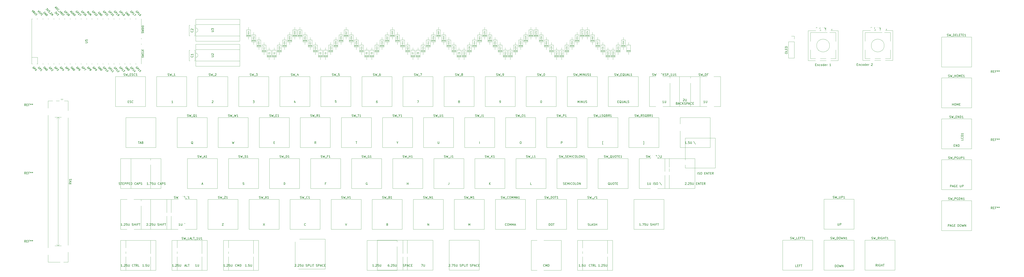
<source format=gto>
G04 #@! TF.GenerationSoftware,KiCad,Pcbnew,8.0.3*
G04 #@! TF.CreationDate,2024-09-11T17:02:16-04:00*
G04 #@! TF.ProjectId,prototypeTOBETESTED,70726f74-6f74-4797-9065-544f42455445,rev?*
G04 #@! TF.SameCoordinates,Original*
G04 #@! TF.FileFunction,Legend,Top*
G04 #@! TF.FilePolarity,Positive*
%FSLAX46Y46*%
G04 Gerber Fmt 4.6, Leading zero omitted, Abs format (unit mm)*
G04 Created by KiCad (PCBNEW 8.0.3) date 2024-09-11 17:02:16*
%MOMM*%
%LPD*%
G01*
G04 APERTURE LIST*
%ADD10C,0.150000*%
%ADD11C,0.100000*%
%ADD12C,0.120000*%
%ADD13R,1.500000X1.500000*%
%ADD14O,1.500000X1.500000*%
%ADD15C,1.700000*%
%ADD16C,4.000000*%
%ADD17C,2.200000*%
%ADD18C,3.050000*%
%ADD19O,1.800000X1.800000*%
%ADD20O,1.700000X1.700000*%
%ADD21R,1.700000X3.500000*%
%ADD22R,1.700000X1.700000*%
%ADD23R,3.500000X1.700000*%
%ADD24O,2.000000X3.200000*%
%ADD25R,2.000000X2.000000*%
%ADD26C,2.000000*%
%ADD27R,1.600000X1.600000*%
%ADD28O,1.600000X1.600000*%
%ADD29R,1.750000X1.750000*%
%ADD30C,1.750000*%
%ADD31C,2.700000*%
%ADD32C,1.600000*%
%ADD33C,2.540000*%
%ADD34C,1.524000*%
G04 APERTURE END LIST*
D10*
X335343276Y-144904285D02*
X335390895Y-144856666D01*
X335390895Y-144856666D02*
X335486133Y-144809047D01*
X335486133Y-144809047D02*
X335724228Y-144809047D01*
X335724228Y-144809047D02*
X335819466Y-144856666D01*
X335819466Y-144856666D02*
X335867085Y-144904285D01*
X335867085Y-144904285D02*
X335914704Y-144999523D01*
X335914704Y-144999523D02*
X335914704Y-145094761D01*
X335914704Y-145094761D02*
X335867085Y-145237618D01*
X335867085Y-145237618D02*
X335295657Y-145809047D01*
X335295657Y-145809047D02*
X335914704Y-145809047D01*
X336343276Y-144809047D02*
X336343276Y-145618570D01*
X336343276Y-145618570D02*
X336390895Y-145713808D01*
X336390895Y-145713808D02*
X336438514Y-145761428D01*
X336438514Y-145761428D02*
X336533752Y-145809047D01*
X336533752Y-145809047D02*
X336724228Y-145809047D01*
X336724228Y-145809047D02*
X336819466Y-145761428D01*
X336819466Y-145761428D02*
X336867085Y-145713808D01*
X336867085Y-145713808D02*
X336914704Y-145618570D01*
X336914704Y-145618570D02*
X336914704Y-144809047D01*
X332438514Y-146895181D02*
X332581371Y-146942800D01*
X332581371Y-146942800D02*
X332628990Y-146990419D01*
X332628990Y-146990419D02*
X332676609Y-147085657D01*
X332676609Y-147085657D02*
X332676609Y-147228514D01*
X332676609Y-147228514D02*
X332628990Y-147323752D01*
X332628990Y-147323752D02*
X332581371Y-147371372D01*
X332581371Y-147371372D02*
X332486133Y-147418991D01*
X332486133Y-147418991D02*
X332105181Y-147418991D01*
X332105181Y-147418991D02*
X332105181Y-146418991D01*
X332105181Y-146418991D02*
X332438514Y-146418991D01*
X332438514Y-146418991D02*
X332533752Y-146466610D01*
X332533752Y-146466610D02*
X332581371Y-146514229D01*
X332581371Y-146514229D02*
X332628990Y-146609467D01*
X332628990Y-146609467D02*
X332628990Y-146704705D01*
X332628990Y-146704705D02*
X332581371Y-146799943D01*
X332581371Y-146799943D02*
X332533752Y-146847562D01*
X332533752Y-146847562D02*
X332438514Y-146895181D01*
X332438514Y-146895181D02*
X332105181Y-146895181D01*
X333057562Y-147133276D02*
X333533752Y-147133276D01*
X332962324Y-147418991D02*
X333295657Y-146418991D01*
X333295657Y-146418991D02*
X333628990Y-147418991D01*
X334533752Y-147323752D02*
X334486133Y-147371372D01*
X334486133Y-147371372D02*
X334343276Y-147418991D01*
X334343276Y-147418991D02*
X334248038Y-147418991D01*
X334248038Y-147418991D02*
X334105181Y-147371372D01*
X334105181Y-147371372D02*
X334009943Y-147276133D01*
X334009943Y-147276133D02*
X333962324Y-147180895D01*
X333962324Y-147180895D02*
X333914705Y-146990419D01*
X333914705Y-146990419D02*
X333914705Y-146847562D01*
X333914705Y-146847562D02*
X333962324Y-146657086D01*
X333962324Y-146657086D02*
X334009943Y-146561848D01*
X334009943Y-146561848D02*
X334105181Y-146466610D01*
X334105181Y-146466610D02*
X334248038Y-146418991D01*
X334248038Y-146418991D02*
X334343276Y-146418991D01*
X334343276Y-146418991D02*
X334486133Y-146466610D01*
X334486133Y-146466610D02*
X334533752Y-146514229D01*
X334962324Y-147418991D02*
X334962324Y-146418991D01*
X335533752Y-147418991D02*
X335105181Y-146847562D01*
X335533752Y-146418991D02*
X334962324Y-146990419D01*
X335914705Y-147371372D02*
X336057562Y-147418991D01*
X336057562Y-147418991D02*
X336295657Y-147418991D01*
X336295657Y-147418991D02*
X336390895Y-147371372D01*
X336390895Y-147371372D02*
X336438514Y-147323752D01*
X336438514Y-147323752D02*
X336486133Y-147228514D01*
X336486133Y-147228514D02*
X336486133Y-147133276D01*
X336486133Y-147133276D02*
X336438514Y-147038038D01*
X336438514Y-147038038D02*
X336390895Y-146990419D01*
X336390895Y-146990419D02*
X336295657Y-146942800D01*
X336295657Y-146942800D02*
X336105181Y-146895181D01*
X336105181Y-146895181D02*
X336009943Y-146847562D01*
X336009943Y-146847562D02*
X335962324Y-146799943D01*
X335962324Y-146799943D02*
X335914705Y-146704705D01*
X335914705Y-146704705D02*
X335914705Y-146609467D01*
X335914705Y-146609467D02*
X335962324Y-146514229D01*
X335962324Y-146514229D02*
X336009943Y-146466610D01*
X336009943Y-146466610D02*
X336105181Y-146418991D01*
X336105181Y-146418991D02*
X336343276Y-146418991D01*
X336343276Y-146418991D02*
X336486133Y-146466610D01*
X336914705Y-147418991D02*
X336914705Y-146418991D01*
X336914705Y-146418991D02*
X337295657Y-146418991D01*
X337295657Y-146418991D02*
X337390895Y-146466610D01*
X337390895Y-146466610D02*
X337438514Y-146514229D01*
X337438514Y-146514229D02*
X337486133Y-146609467D01*
X337486133Y-146609467D02*
X337486133Y-146752324D01*
X337486133Y-146752324D02*
X337438514Y-146847562D01*
X337438514Y-146847562D02*
X337390895Y-146895181D01*
X337390895Y-146895181D02*
X337295657Y-146942800D01*
X337295657Y-146942800D02*
X336914705Y-146942800D01*
X337867086Y-147133276D02*
X338343276Y-147133276D01*
X337771848Y-147418991D02*
X338105181Y-146418991D01*
X338105181Y-146418991D02*
X338438514Y-147418991D01*
X339343276Y-147323752D02*
X339295657Y-147371372D01*
X339295657Y-147371372D02*
X339152800Y-147418991D01*
X339152800Y-147418991D02*
X339057562Y-147418991D01*
X339057562Y-147418991D02*
X338914705Y-147371372D01*
X338914705Y-147371372D02*
X338819467Y-147276133D01*
X338819467Y-147276133D02*
X338771848Y-147180895D01*
X338771848Y-147180895D02*
X338724229Y-146990419D01*
X338724229Y-146990419D02*
X338724229Y-146847562D01*
X338724229Y-146847562D02*
X338771848Y-146657086D01*
X338771848Y-146657086D02*
X338819467Y-146561848D01*
X338819467Y-146561848D02*
X338914705Y-146466610D01*
X338914705Y-146466610D02*
X339057562Y-146418991D01*
X339057562Y-146418991D02*
X339152800Y-146418991D01*
X339152800Y-146418991D02*
X339295657Y-146466610D01*
X339295657Y-146466610D02*
X339343276Y-146514229D01*
X339771848Y-146895181D02*
X340105181Y-146895181D01*
X340248038Y-147418991D02*
X339771848Y-147418991D01*
X339771848Y-147418991D02*
X339771848Y-146418991D01*
X339771848Y-146418991D02*
X340248038Y-146418991D01*
X396832961Y-128821409D02*
X397166294Y-128821409D01*
X397309151Y-129345219D02*
X396832961Y-129345219D01*
X396832961Y-129345219D02*
X396832961Y-128345219D01*
X396832961Y-128345219D02*
X397309151Y-128345219D01*
X397737723Y-128678552D02*
X397737723Y-129345219D01*
X397737723Y-128773790D02*
X397785342Y-128726171D01*
X397785342Y-128726171D02*
X397880580Y-128678552D01*
X397880580Y-128678552D02*
X398023437Y-128678552D01*
X398023437Y-128678552D02*
X398118675Y-128726171D01*
X398118675Y-128726171D02*
X398166294Y-128821409D01*
X398166294Y-128821409D02*
X398166294Y-129345219D01*
X399071056Y-129297600D02*
X398975818Y-129345219D01*
X398975818Y-129345219D02*
X398785342Y-129345219D01*
X398785342Y-129345219D02*
X398690104Y-129297600D01*
X398690104Y-129297600D02*
X398642485Y-129249980D01*
X398642485Y-129249980D02*
X398594866Y-129154742D01*
X398594866Y-129154742D02*
X398594866Y-128869028D01*
X398594866Y-128869028D02*
X398642485Y-128773790D01*
X398642485Y-128773790D02*
X398690104Y-128726171D01*
X398690104Y-128726171D02*
X398785342Y-128678552D01*
X398785342Y-128678552D02*
X398975818Y-128678552D01*
X398975818Y-128678552D02*
X399071056Y-128726171D01*
X399642485Y-129345219D02*
X399547247Y-129297600D01*
X399547247Y-129297600D02*
X399499628Y-129249980D01*
X399499628Y-129249980D02*
X399452009Y-129154742D01*
X399452009Y-129154742D02*
X399452009Y-128869028D01*
X399452009Y-128869028D02*
X399499628Y-128773790D01*
X399499628Y-128773790D02*
X399547247Y-128726171D01*
X399547247Y-128726171D02*
X399642485Y-128678552D01*
X399642485Y-128678552D02*
X399785342Y-128678552D01*
X399785342Y-128678552D02*
X399880580Y-128726171D01*
X399880580Y-128726171D02*
X399928199Y-128773790D01*
X399928199Y-128773790D02*
X399975818Y-128869028D01*
X399975818Y-128869028D02*
X399975818Y-129154742D01*
X399975818Y-129154742D02*
X399928199Y-129249980D01*
X399928199Y-129249980D02*
X399880580Y-129297600D01*
X399880580Y-129297600D02*
X399785342Y-129345219D01*
X399785342Y-129345219D02*
X399642485Y-129345219D01*
X400832961Y-129345219D02*
X400832961Y-128345219D01*
X400832961Y-129297600D02*
X400737723Y-129345219D01*
X400737723Y-129345219D02*
X400547247Y-129345219D01*
X400547247Y-129345219D02*
X400452009Y-129297600D01*
X400452009Y-129297600D02*
X400404390Y-129249980D01*
X400404390Y-129249980D02*
X400356771Y-129154742D01*
X400356771Y-129154742D02*
X400356771Y-128869028D01*
X400356771Y-128869028D02*
X400404390Y-128773790D01*
X400404390Y-128773790D02*
X400452009Y-128726171D01*
X400452009Y-128726171D02*
X400547247Y-128678552D01*
X400547247Y-128678552D02*
X400737723Y-128678552D01*
X400737723Y-128678552D02*
X400832961Y-128726171D01*
X401690104Y-129297600D02*
X401594866Y-129345219D01*
X401594866Y-129345219D02*
X401404390Y-129345219D01*
X401404390Y-129345219D02*
X401309152Y-129297600D01*
X401309152Y-129297600D02*
X401261533Y-129202361D01*
X401261533Y-129202361D02*
X401261533Y-128821409D01*
X401261533Y-128821409D02*
X401309152Y-128726171D01*
X401309152Y-128726171D02*
X401404390Y-128678552D01*
X401404390Y-128678552D02*
X401594866Y-128678552D01*
X401594866Y-128678552D02*
X401690104Y-128726171D01*
X401690104Y-128726171D02*
X401737723Y-128821409D01*
X401737723Y-128821409D02*
X401737723Y-128916647D01*
X401737723Y-128916647D02*
X401261533Y-129011885D01*
X402166295Y-129345219D02*
X402166295Y-128678552D01*
X402166295Y-128869028D02*
X402213914Y-128773790D01*
X402213914Y-128773790D02*
X402261533Y-128726171D01*
X402261533Y-128726171D02*
X402356771Y-128678552D01*
X402356771Y-128678552D02*
X402452009Y-128678552D01*
X404071057Y-129345219D02*
X403499629Y-129345219D01*
X403785343Y-129345219D02*
X403785343Y-128345219D01*
X403785343Y-128345219D02*
X403690105Y-128488076D01*
X403690105Y-128488076D02*
X403594867Y-128583314D01*
X403594867Y-128583314D02*
X403499629Y-128630933D01*
X101368276Y-203914019D02*
X100796848Y-203914019D01*
X101082562Y-203914019D02*
X101082562Y-202914019D01*
X101082562Y-202914019D02*
X100987324Y-203056876D01*
X100987324Y-203056876D02*
X100892086Y-203152114D01*
X100892086Y-203152114D02*
X100796848Y-203199733D01*
X101796848Y-202914019D02*
X101796848Y-203723542D01*
X101796848Y-203723542D02*
X101844467Y-203818780D01*
X101844467Y-203818780D02*
X101892086Y-203866400D01*
X101892086Y-203866400D02*
X101987324Y-203914019D01*
X101987324Y-203914019D02*
X102177800Y-203914019D01*
X102177800Y-203914019D02*
X102273038Y-203866400D01*
X102273038Y-203866400D02*
X102320657Y-203818780D01*
X102320657Y-203818780D02*
X102368276Y-203723542D01*
X102368276Y-203723542D02*
X102368276Y-202914019D01*
X103463515Y-202866400D02*
X103606372Y-203009257D01*
X125624229Y-164714019D02*
X125862324Y-165714019D01*
X125862324Y-165714019D02*
X126052800Y-164999733D01*
X126052800Y-164999733D02*
X126243276Y-165714019D01*
X126243276Y-165714019D02*
X126481372Y-164714019D01*
X345464704Y-146614019D02*
X344893276Y-146614019D01*
X345178990Y-146614019D02*
X345178990Y-145614019D01*
X345178990Y-145614019D02*
X345083752Y-145756876D01*
X345083752Y-145756876D02*
X344988514Y-145852114D01*
X344988514Y-145852114D02*
X344893276Y-145899733D01*
X345893276Y-145614019D02*
X345893276Y-146423542D01*
X345893276Y-146423542D02*
X345940895Y-146518780D01*
X345940895Y-146518780D02*
X345988514Y-146566400D01*
X345988514Y-146566400D02*
X346083752Y-146614019D01*
X346083752Y-146614019D02*
X346274228Y-146614019D01*
X346274228Y-146614019D02*
X346369466Y-146566400D01*
X346369466Y-146566400D02*
X346417085Y-146518780D01*
X346417085Y-146518780D02*
X346464704Y-146423542D01*
X346464704Y-146423542D02*
X346464704Y-145614019D01*
X98069466Y-146614019D02*
X97498038Y-146614019D01*
X97783752Y-146614019D02*
X97783752Y-145614019D01*
X97783752Y-145614019D02*
X97688514Y-145756876D01*
X97688514Y-145756876D02*
X97593276Y-145852114D01*
X97593276Y-145852114D02*
X97498038Y-145899733D01*
X183067086Y-164714019D02*
X183638514Y-164714019D01*
X183352800Y-165714019D02*
X183352800Y-164714019D01*
X132262919Y-223014019D02*
X131691491Y-223014019D01*
X131977205Y-223014019D02*
X131977205Y-222014019D01*
X131977205Y-222014019D02*
X131881967Y-222156876D01*
X131881967Y-222156876D02*
X131786729Y-222252114D01*
X131786729Y-222252114D02*
X131691491Y-222299733D01*
X132691491Y-222918780D02*
X132739110Y-222966400D01*
X132739110Y-222966400D02*
X132691491Y-223014019D01*
X132691491Y-223014019D02*
X132643872Y-222966400D01*
X132643872Y-222966400D02*
X132691491Y-222918780D01*
X132691491Y-222918780D02*
X132691491Y-223014019D01*
X133643871Y-222014019D02*
X133167681Y-222014019D01*
X133167681Y-222014019D02*
X133120062Y-222490209D01*
X133120062Y-222490209D02*
X133167681Y-222442590D01*
X133167681Y-222442590D02*
X133262919Y-222394971D01*
X133262919Y-222394971D02*
X133501014Y-222394971D01*
X133501014Y-222394971D02*
X133596252Y-222442590D01*
X133596252Y-222442590D02*
X133643871Y-222490209D01*
X133643871Y-222490209D02*
X133691490Y-222585447D01*
X133691490Y-222585447D02*
X133691490Y-222823542D01*
X133691490Y-222823542D02*
X133643871Y-222918780D01*
X133643871Y-222918780D02*
X133596252Y-222966400D01*
X133596252Y-222966400D02*
X133501014Y-223014019D01*
X133501014Y-223014019D02*
X133262919Y-223014019D01*
X133262919Y-223014019D02*
X133167681Y-222966400D01*
X133167681Y-222966400D02*
X133120062Y-222918780D01*
X134120062Y-222014019D02*
X134120062Y-222823542D01*
X134120062Y-222823542D02*
X134167681Y-222918780D01*
X134167681Y-222918780D02*
X134215300Y-222966400D01*
X134215300Y-222966400D02*
X134310538Y-223014019D01*
X134310538Y-223014019D02*
X134501014Y-223014019D01*
X134501014Y-223014019D02*
X134596252Y-222966400D01*
X134596252Y-222966400D02*
X134643871Y-222918780D01*
X134643871Y-222918780D02*
X134691490Y-222823542D01*
X134691490Y-222823542D02*
X134691490Y-222014019D01*
X169170657Y-184290209D02*
X168837324Y-184290209D01*
X168837324Y-184814019D02*
X168837324Y-183814019D01*
X168837324Y-183814019D02*
X169313514Y-183814019D01*
X221267086Y-164714019D02*
X221267086Y-165523542D01*
X221267086Y-165523542D02*
X221314705Y-165618780D01*
X221314705Y-165618780D02*
X221362324Y-165666400D01*
X221362324Y-165666400D02*
X221457562Y-165714019D01*
X221457562Y-165714019D02*
X221648038Y-165714019D01*
X221648038Y-165714019D02*
X221743276Y-165666400D01*
X221743276Y-165666400D02*
X221790895Y-165618780D01*
X221790895Y-165618780D02*
X221838514Y-165523542D01*
X221838514Y-165523542D02*
X221838514Y-164714019D01*
X291058752Y-203866400D02*
X291201609Y-203914019D01*
X291201609Y-203914019D02*
X291439704Y-203914019D01*
X291439704Y-203914019D02*
X291534942Y-203866400D01*
X291534942Y-203866400D02*
X291582561Y-203818780D01*
X291582561Y-203818780D02*
X291630180Y-203723542D01*
X291630180Y-203723542D02*
X291630180Y-203628304D01*
X291630180Y-203628304D02*
X291582561Y-203533066D01*
X291582561Y-203533066D02*
X291534942Y-203485447D01*
X291534942Y-203485447D02*
X291439704Y-203437828D01*
X291439704Y-203437828D02*
X291249228Y-203390209D01*
X291249228Y-203390209D02*
X291153990Y-203342590D01*
X291153990Y-203342590D02*
X291106371Y-203294971D01*
X291106371Y-203294971D02*
X291058752Y-203199733D01*
X291058752Y-203199733D02*
X291058752Y-203104495D01*
X291058752Y-203104495D02*
X291106371Y-203009257D01*
X291106371Y-203009257D02*
X291153990Y-202961638D01*
X291153990Y-202961638D02*
X291249228Y-202914019D01*
X291249228Y-202914019D02*
X291487323Y-202914019D01*
X291487323Y-202914019D02*
X291630180Y-202961638D01*
X292534942Y-203914019D02*
X292058752Y-203914019D01*
X292058752Y-203914019D02*
X292058752Y-202914019D01*
X292820657Y-203628304D02*
X293296847Y-203628304D01*
X292725419Y-203914019D02*
X293058752Y-202914019D01*
X293058752Y-202914019D02*
X293392085Y-203914019D01*
X293677800Y-203866400D02*
X293820657Y-203914019D01*
X293820657Y-203914019D02*
X294058752Y-203914019D01*
X294058752Y-203914019D02*
X294153990Y-203866400D01*
X294153990Y-203866400D02*
X294201609Y-203818780D01*
X294201609Y-203818780D02*
X294249228Y-203723542D01*
X294249228Y-203723542D02*
X294249228Y-203628304D01*
X294249228Y-203628304D02*
X294201609Y-203533066D01*
X294201609Y-203533066D02*
X294153990Y-203485447D01*
X294153990Y-203485447D02*
X294058752Y-203437828D01*
X294058752Y-203437828D02*
X293868276Y-203390209D01*
X293868276Y-203390209D02*
X293773038Y-203342590D01*
X293773038Y-203342590D02*
X293725419Y-203294971D01*
X293725419Y-203294971D02*
X293677800Y-203199733D01*
X293677800Y-203199733D02*
X293677800Y-203104495D01*
X293677800Y-203104495D02*
X293725419Y-203009257D01*
X293725419Y-203009257D02*
X293773038Y-202961638D01*
X293773038Y-202961638D02*
X293868276Y-202914019D01*
X293868276Y-202914019D02*
X294106371Y-202914019D01*
X294106371Y-202914019D02*
X294249228Y-202961638D01*
X294677800Y-203914019D02*
X294677800Y-202914019D01*
X294677800Y-203390209D02*
X295249228Y-203390209D01*
X295249228Y-203914019D02*
X295249228Y-202914019D01*
X191474228Y-223014019D02*
X190902800Y-223014019D01*
X191188514Y-223014019D02*
X191188514Y-222014019D01*
X191188514Y-222014019D02*
X191093276Y-222156876D01*
X191093276Y-222156876D02*
X190998038Y-222252114D01*
X190998038Y-222252114D02*
X190902800Y-222299733D01*
X191902800Y-222918780D02*
X191950419Y-222966400D01*
X191950419Y-222966400D02*
X191902800Y-223014019D01*
X191902800Y-223014019D02*
X191855181Y-222966400D01*
X191855181Y-222966400D02*
X191902800Y-222918780D01*
X191902800Y-222918780D02*
X191902800Y-223014019D01*
X192331371Y-222109257D02*
X192378990Y-222061638D01*
X192378990Y-222061638D02*
X192474228Y-222014019D01*
X192474228Y-222014019D02*
X192712323Y-222014019D01*
X192712323Y-222014019D02*
X192807561Y-222061638D01*
X192807561Y-222061638D02*
X192855180Y-222109257D01*
X192855180Y-222109257D02*
X192902799Y-222204495D01*
X192902799Y-222204495D02*
X192902799Y-222299733D01*
X192902799Y-222299733D02*
X192855180Y-222442590D01*
X192855180Y-222442590D02*
X192283752Y-223014019D01*
X192283752Y-223014019D02*
X192902799Y-223014019D01*
X193807561Y-222014019D02*
X193331371Y-222014019D01*
X193331371Y-222014019D02*
X193283752Y-222490209D01*
X193283752Y-222490209D02*
X193331371Y-222442590D01*
X193331371Y-222442590D02*
X193426609Y-222394971D01*
X193426609Y-222394971D02*
X193664704Y-222394971D01*
X193664704Y-222394971D02*
X193759942Y-222442590D01*
X193759942Y-222442590D02*
X193807561Y-222490209D01*
X193807561Y-222490209D02*
X193855180Y-222585447D01*
X193855180Y-222585447D02*
X193855180Y-222823542D01*
X193855180Y-222823542D02*
X193807561Y-222918780D01*
X193807561Y-222918780D02*
X193759942Y-222966400D01*
X193759942Y-222966400D02*
X193664704Y-223014019D01*
X193664704Y-223014019D02*
X193426609Y-223014019D01*
X193426609Y-223014019D02*
X193331371Y-222966400D01*
X193331371Y-222966400D02*
X193283752Y-222918780D01*
X194283752Y-222014019D02*
X194283752Y-222823542D01*
X194283752Y-222823542D02*
X194331371Y-222918780D01*
X194331371Y-222918780D02*
X194378990Y-222966400D01*
X194378990Y-222966400D02*
X194474228Y-223014019D01*
X194474228Y-223014019D02*
X194664704Y-223014019D01*
X194664704Y-223014019D02*
X194759942Y-222966400D01*
X194759942Y-222966400D02*
X194807561Y-222918780D01*
X194807561Y-222918780D02*
X194855180Y-222823542D01*
X194855180Y-222823542D02*
X194855180Y-222014019D01*
X178244467Y-202914019D02*
X178577800Y-203914019D01*
X178577800Y-203914019D02*
X178911133Y-202914019D01*
X135269467Y-145614019D02*
X135888514Y-145614019D01*
X135888514Y-145614019D02*
X135555181Y-145994971D01*
X135555181Y-145994971D02*
X135698038Y-145994971D01*
X135698038Y-145994971D02*
X135793276Y-146042590D01*
X135793276Y-146042590D02*
X135840895Y-146090209D01*
X135840895Y-146090209D02*
X135888514Y-146185447D01*
X135888514Y-146185447D02*
X135888514Y-146423542D01*
X135888514Y-146423542D02*
X135840895Y-146518780D01*
X135840895Y-146518780D02*
X135793276Y-146566400D01*
X135793276Y-146566400D02*
X135698038Y-146614019D01*
X135698038Y-146614019D02*
X135412324Y-146614019D01*
X135412324Y-146614019D02*
X135317086Y-146566400D01*
X135317086Y-146566400D02*
X135269467Y-146518780D01*
X458566143Y-204351419D02*
X458566143Y-203351419D01*
X458566143Y-203351419D02*
X458947095Y-203351419D01*
X458947095Y-203351419D02*
X459042333Y-203399038D01*
X459042333Y-203399038D02*
X459089952Y-203446657D01*
X459089952Y-203446657D02*
X459137571Y-203541895D01*
X459137571Y-203541895D02*
X459137571Y-203684752D01*
X459137571Y-203684752D02*
X459089952Y-203779990D01*
X459089952Y-203779990D02*
X459042333Y-203827609D01*
X459042333Y-203827609D02*
X458947095Y-203875228D01*
X458947095Y-203875228D02*
X458566143Y-203875228D01*
X459518524Y-204065704D02*
X459994714Y-204065704D01*
X459423286Y-204351419D02*
X459756619Y-203351419D01*
X459756619Y-203351419D02*
X460089952Y-204351419D01*
X460947095Y-203399038D02*
X460851857Y-203351419D01*
X460851857Y-203351419D02*
X460709000Y-203351419D01*
X460709000Y-203351419D02*
X460566143Y-203399038D01*
X460566143Y-203399038D02*
X460470905Y-203494276D01*
X460470905Y-203494276D02*
X460423286Y-203589514D01*
X460423286Y-203589514D02*
X460375667Y-203779990D01*
X460375667Y-203779990D02*
X460375667Y-203922847D01*
X460375667Y-203922847D02*
X460423286Y-204113323D01*
X460423286Y-204113323D02*
X460470905Y-204208561D01*
X460470905Y-204208561D02*
X460566143Y-204303800D01*
X460566143Y-204303800D02*
X460709000Y-204351419D01*
X460709000Y-204351419D02*
X460804238Y-204351419D01*
X460804238Y-204351419D02*
X460947095Y-204303800D01*
X460947095Y-204303800D02*
X460994714Y-204256180D01*
X460994714Y-204256180D02*
X460994714Y-203922847D01*
X460994714Y-203922847D02*
X460804238Y-203922847D01*
X461423286Y-203827609D02*
X461756619Y-203827609D01*
X461899476Y-204351419D02*
X461423286Y-204351419D01*
X461423286Y-204351419D02*
X461423286Y-203351419D01*
X461423286Y-203351419D02*
X461899476Y-203351419D01*
X463089953Y-204351419D02*
X463089953Y-203351419D01*
X463089953Y-203351419D02*
X463328048Y-203351419D01*
X463328048Y-203351419D02*
X463470905Y-203399038D01*
X463470905Y-203399038D02*
X463566143Y-203494276D01*
X463566143Y-203494276D02*
X463613762Y-203589514D01*
X463613762Y-203589514D02*
X463661381Y-203779990D01*
X463661381Y-203779990D02*
X463661381Y-203922847D01*
X463661381Y-203922847D02*
X463613762Y-204113323D01*
X463613762Y-204113323D02*
X463566143Y-204208561D01*
X463566143Y-204208561D02*
X463470905Y-204303800D01*
X463470905Y-204303800D02*
X463328048Y-204351419D01*
X463328048Y-204351419D02*
X463089953Y-204351419D01*
X464280429Y-203351419D02*
X464470905Y-203351419D01*
X464470905Y-203351419D02*
X464566143Y-203399038D01*
X464566143Y-203399038D02*
X464661381Y-203494276D01*
X464661381Y-203494276D02*
X464709000Y-203684752D01*
X464709000Y-203684752D02*
X464709000Y-204018085D01*
X464709000Y-204018085D02*
X464661381Y-204208561D01*
X464661381Y-204208561D02*
X464566143Y-204303800D01*
X464566143Y-204303800D02*
X464470905Y-204351419D01*
X464470905Y-204351419D02*
X464280429Y-204351419D01*
X464280429Y-204351419D02*
X464185191Y-204303800D01*
X464185191Y-204303800D02*
X464089953Y-204208561D01*
X464089953Y-204208561D02*
X464042334Y-204018085D01*
X464042334Y-204018085D02*
X464042334Y-203684752D01*
X464042334Y-203684752D02*
X464089953Y-203494276D01*
X464089953Y-203494276D02*
X464185191Y-203399038D01*
X464185191Y-203399038D02*
X464280429Y-203351419D01*
X465042334Y-203351419D02*
X465280429Y-204351419D01*
X465280429Y-204351419D02*
X465470905Y-203637133D01*
X465470905Y-203637133D02*
X465661381Y-204351419D01*
X465661381Y-204351419D02*
X465899477Y-203351419D01*
X466280429Y-204351419D02*
X466280429Y-203351419D01*
X466280429Y-203351419D02*
X466851857Y-204351419D01*
X466851857Y-204351419D02*
X466851857Y-203351419D01*
X120944467Y-202914019D02*
X121611133Y-202914019D01*
X121611133Y-202914019D02*
X120944467Y-203914019D01*
X120944467Y-203914019D02*
X121611133Y-203914019D01*
X292201609Y-222918780D02*
X292153990Y-222966400D01*
X292153990Y-222966400D02*
X292011133Y-223014019D01*
X292011133Y-223014019D02*
X291915895Y-223014019D01*
X291915895Y-223014019D02*
X291773038Y-222966400D01*
X291773038Y-222966400D02*
X291677800Y-222871161D01*
X291677800Y-222871161D02*
X291630181Y-222775923D01*
X291630181Y-222775923D02*
X291582562Y-222585447D01*
X291582562Y-222585447D02*
X291582562Y-222442590D01*
X291582562Y-222442590D02*
X291630181Y-222252114D01*
X291630181Y-222252114D02*
X291677800Y-222156876D01*
X291677800Y-222156876D02*
X291773038Y-222061638D01*
X291773038Y-222061638D02*
X291915895Y-222014019D01*
X291915895Y-222014019D02*
X292011133Y-222014019D01*
X292011133Y-222014019D02*
X292153990Y-222061638D01*
X292153990Y-222061638D02*
X292201609Y-222109257D01*
X292487324Y-222014019D02*
X293058752Y-222014019D01*
X292773038Y-223014019D02*
X292773038Y-222014019D01*
X293963514Y-223014019D02*
X293630181Y-222537828D01*
X293392086Y-223014019D02*
X293392086Y-222014019D01*
X293392086Y-222014019D02*
X293773038Y-222014019D01*
X293773038Y-222014019D02*
X293868276Y-222061638D01*
X293868276Y-222061638D02*
X293915895Y-222109257D01*
X293915895Y-222109257D02*
X293963514Y-222204495D01*
X293963514Y-222204495D02*
X293963514Y-222347352D01*
X293963514Y-222347352D02*
X293915895Y-222442590D01*
X293915895Y-222442590D02*
X293868276Y-222490209D01*
X293868276Y-222490209D02*
X293773038Y-222537828D01*
X293773038Y-222537828D02*
X293392086Y-222537828D01*
X294868276Y-223014019D02*
X294392086Y-223014019D01*
X294392086Y-223014019D02*
X294392086Y-222014019D01*
X286307562Y-146614019D02*
X286307562Y-145614019D01*
X286307562Y-145614019D02*
X286640895Y-146328304D01*
X286640895Y-146328304D02*
X286974228Y-145614019D01*
X286974228Y-145614019D02*
X286974228Y-146614019D01*
X287450419Y-146614019D02*
X287450419Y-145614019D01*
X287926609Y-146614019D02*
X287926609Y-145614019D01*
X287926609Y-145614019D02*
X288498037Y-146614019D01*
X288498037Y-146614019D02*
X288498037Y-145614019D01*
X288974228Y-145614019D02*
X288974228Y-146423542D01*
X288974228Y-146423542D02*
X289021847Y-146518780D01*
X289021847Y-146518780D02*
X289069466Y-146566400D01*
X289069466Y-146566400D02*
X289164704Y-146614019D01*
X289164704Y-146614019D02*
X289355180Y-146614019D01*
X289355180Y-146614019D02*
X289450418Y-146566400D01*
X289450418Y-146566400D02*
X289498037Y-146518780D01*
X289498037Y-146518780D02*
X289545656Y-146423542D01*
X289545656Y-146423542D02*
X289545656Y-145614019D01*
X289974228Y-146566400D02*
X290117085Y-146614019D01*
X290117085Y-146614019D02*
X290355180Y-146614019D01*
X290355180Y-146614019D02*
X290450418Y-146566400D01*
X290450418Y-146566400D02*
X290498037Y-146518780D01*
X290498037Y-146518780D02*
X290545656Y-146423542D01*
X290545656Y-146423542D02*
X290545656Y-146328304D01*
X290545656Y-146328304D02*
X290498037Y-146233066D01*
X290498037Y-146233066D02*
X290450418Y-146185447D01*
X290450418Y-146185447D02*
X290355180Y-146137828D01*
X290355180Y-146137828D02*
X290164704Y-146090209D01*
X290164704Y-146090209D02*
X290069466Y-146042590D01*
X290069466Y-146042590D02*
X290021847Y-145994971D01*
X290021847Y-145994971D02*
X289974228Y-145899733D01*
X289974228Y-145899733D02*
X289974228Y-145804495D01*
X289974228Y-145804495D02*
X290021847Y-145709257D01*
X290021847Y-145709257D02*
X290069466Y-145661638D01*
X290069466Y-145661638D02*
X290164704Y-145614019D01*
X290164704Y-145614019D02*
X290402799Y-145614019D01*
X290402799Y-145614019D02*
X290545656Y-145661638D01*
X388096618Y-223147419D02*
X387620428Y-223147419D01*
X387620428Y-223147419D02*
X387620428Y-222147419D01*
X388429952Y-222623609D02*
X388763285Y-222623609D01*
X388906142Y-223147419D02*
X388429952Y-223147419D01*
X388429952Y-223147419D02*
X388429952Y-222147419D01*
X388429952Y-222147419D02*
X388906142Y-222147419D01*
X389668047Y-222623609D02*
X389334714Y-222623609D01*
X389334714Y-223147419D02*
X389334714Y-222147419D01*
X389334714Y-222147419D02*
X389810904Y-222147419D01*
X390049000Y-222147419D02*
X390620428Y-222147419D01*
X390334714Y-223147419D02*
X390334714Y-222147419D01*
X240652800Y-165714019D02*
X240652800Y-164714019D01*
X336873633Y-165714019D02*
X336302205Y-165714019D01*
X336587919Y-165714019D02*
X336587919Y-164714019D01*
X336587919Y-164714019D02*
X336492681Y-164856876D01*
X336492681Y-164856876D02*
X336397443Y-164952114D01*
X336397443Y-164952114D02*
X336302205Y-164999733D01*
X337302205Y-165618780D02*
X337349824Y-165666400D01*
X337349824Y-165666400D02*
X337302205Y-165714019D01*
X337302205Y-165714019D02*
X337254586Y-165666400D01*
X337254586Y-165666400D02*
X337302205Y-165618780D01*
X337302205Y-165618780D02*
X337302205Y-165714019D01*
X338254585Y-164714019D02*
X337778395Y-164714019D01*
X337778395Y-164714019D02*
X337730776Y-165190209D01*
X337730776Y-165190209D02*
X337778395Y-165142590D01*
X337778395Y-165142590D02*
X337873633Y-165094971D01*
X337873633Y-165094971D02*
X338111728Y-165094971D01*
X338111728Y-165094971D02*
X338206966Y-165142590D01*
X338206966Y-165142590D02*
X338254585Y-165190209D01*
X338254585Y-165190209D02*
X338302204Y-165285447D01*
X338302204Y-165285447D02*
X338302204Y-165523542D01*
X338302204Y-165523542D02*
X338254585Y-165618780D01*
X338254585Y-165618780D02*
X338206966Y-165666400D01*
X338206966Y-165666400D02*
X338111728Y-165714019D01*
X338111728Y-165714019D02*
X337873633Y-165714019D01*
X337873633Y-165714019D02*
X337778395Y-165666400D01*
X337778395Y-165666400D02*
X337730776Y-165618780D01*
X338730776Y-164714019D02*
X338730776Y-165523542D01*
X338730776Y-165523542D02*
X338778395Y-165618780D01*
X338778395Y-165618780D02*
X338826014Y-165666400D01*
X338826014Y-165666400D02*
X338921252Y-165714019D01*
X338921252Y-165714019D02*
X339111728Y-165714019D01*
X339111728Y-165714019D02*
X339206966Y-165666400D01*
X339206966Y-165666400D02*
X339254585Y-165618780D01*
X339254585Y-165618780D02*
X339302204Y-165523542D01*
X339302204Y-165523542D02*
X339302204Y-164714019D01*
X340206966Y-164618780D02*
X341064109Y-165904495D01*
X272911133Y-203914019D02*
X272911133Y-202914019D01*
X272911133Y-202914019D02*
X273149228Y-202914019D01*
X273149228Y-202914019D02*
X273292085Y-202961638D01*
X273292085Y-202961638D02*
X273387323Y-203056876D01*
X273387323Y-203056876D02*
X273434942Y-203152114D01*
X273434942Y-203152114D02*
X273482561Y-203342590D01*
X273482561Y-203342590D02*
X273482561Y-203485447D01*
X273482561Y-203485447D02*
X273434942Y-203675923D01*
X273434942Y-203675923D02*
X273387323Y-203771161D01*
X273387323Y-203771161D02*
X273292085Y-203866400D01*
X273292085Y-203866400D02*
X273149228Y-203914019D01*
X273149228Y-203914019D02*
X272911133Y-203914019D01*
X274101609Y-202914019D02*
X274292085Y-202914019D01*
X274292085Y-202914019D02*
X274387323Y-202961638D01*
X274387323Y-202961638D02*
X274482561Y-203056876D01*
X274482561Y-203056876D02*
X274530180Y-203247352D01*
X274530180Y-203247352D02*
X274530180Y-203580685D01*
X274530180Y-203580685D02*
X274482561Y-203771161D01*
X274482561Y-203771161D02*
X274387323Y-203866400D01*
X274387323Y-203866400D02*
X274292085Y-203914019D01*
X274292085Y-203914019D02*
X274101609Y-203914019D01*
X274101609Y-203914019D02*
X274006371Y-203866400D01*
X274006371Y-203866400D02*
X273911133Y-203771161D01*
X273911133Y-203771161D02*
X273863514Y-203580685D01*
X273863514Y-203580685D02*
X273863514Y-203247352D01*
X273863514Y-203247352D02*
X273911133Y-203056876D01*
X273911133Y-203056876D02*
X274006371Y-202961638D01*
X274006371Y-202961638D02*
X274101609Y-202914019D01*
X274815895Y-202914019D02*
X275387323Y-202914019D01*
X275101609Y-203914019D02*
X275101609Y-202914019D01*
X144938514Y-165190209D02*
X145271847Y-165190209D01*
X145414704Y-165714019D02*
X144938514Y-165714019D01*
X144938514Y-165714019D02*
X144938514Y-164714019D01*
X144938514Y-164714019D02*
X145414704Y-164714019D01*
X206942086Y-184814019D02*
X206942086Y-183814019D01*
X206942086Y-184290209D02*
X207513514Y-184290209D01*
X207513514Y-184814019D02*
X207513514Y-183814019D01*
X79714109Y-222918780D02*
X79666490Y-222966400D01*
X79666490Y-222966400D02*
X79523633Y-223014019D01*
X79523633Y-223014019D02*
X79428395Y-223014019D01*
X79428395Y-223014019D02*
X79285538Y-222966400D01*
X79285538Y-222966400D02*
X79190300Y-222871161D01*
X79190300Y-222871161D02*
X79142681Y-222775923D01*
X79142681Y-222775923D02*
X79095062Y-222585447D01*
X79095062Y-222585447D02*
X79095062Y-222442590D01*
X79095062Y-222442590D02*
X79142681Y-222252114D01*
X79142681Y-222252114D02*
X79190300Y-222156876D01*
X79190300Y-222156876D02*
X79285538Y-222061638D01*
X79285538Y-222061638D02*
X79428395Y-222014019D01*
X79428395Y-222014019D02*
X79523633Y-222014019D01*
X79523633Y-222014019D02*
X79666490Y-222061638D01*
X79666490Y-222061638D02*
X79714109Y-222109257D01*
X79999824Y-222014019D02*
X80571252Y-222014019D01*
X80285538Y-223014019D02*
X80285538Y-222014019D01*
X81476014Y-223014019D02*
X81142681Y-222537828D01*
X80904586Y-223014019D02*
X80904586Y-222014019D01*
X80904586Y-222014019D02*
X81285538Y-222014019D01*
X81285538Y-222014019D02*
X81380776Y-222061638D01*
X81380776Y-222061638D02*
X81428395Y-222109257D01*
X81428395Y-222109257D02*
X81476014Y-222204495D01*
X81476014Y-222204495D02*
X81476014Y-222347352D01*
X81476014Y-222347352D02*
X81428395Y-222442590D01*
X81428395Y-222442590D02*
X81380776Y-222490209D01*
X81380776Y-222490209D02*
X81285538Y-222537828D01*
X81285538Y-222537828D02*
X80904586Y-222537828D01*
X82380776Y-223014019D02*
X81904586Y-223014019D01*
X81904586Y-223014019D02*
X81904586Y-222014019D01*
X109102204Y-223014019D02*
X108530776Y-223014019D01*
X108816490Y-223014019D02*
X108816490Y-222014019D01*
X108816490Y-222014019D02*
X108721252Y-222156876D01*
X108721252Y-222156876D02*
X108626014Y-222252114D01*
X108626014Y-222252114D02*
X108530776Y-222299733D01*
X109530776Y-222014019D02*
X109530776Y-222823542D01*
X109530776Y-222823542D02*
X109578395Y-222918780D01*
X109578395Y-222918780D02*
X109626014Y-222966400D01*
X109626014Y-222966400D02*
X109721252Y-223014019D01*
X109721252Y-223014019D02*
X109911728Y-223014019D01*
X109911728Y-223014019D02*
X110006966Y-222966400D01*
X110006966Y-222966400D02*
X110054585Y-222918780D01*
X110054585Y-222918780D02*
X110102204Y-222823542D01*
X110102204Y-222823542D02*
X110102204Y-222014019D01*
X231007562Y-146042590D02*
X230912324Y-145994971D01*
X230912324Y-145994971D02*
X230864705Y-145947352D01*
X230864705Y-145947352D02*
X230817086Y-145852114D01*
X230817086Y-145852114D02*
X230817086Y-145804495D01*
X230817086Y-145804495D02*
X230864705Y-145709257D01*
X230864705Y-145709257D02*
X230912324Y-145661638D01*
X230912324Y-145661638D02*
X231007562Y-145614019D01*
X231007562Y-145614019D02*
X231198038Y-145614019D01*
X231198038Y-145614019D02*
X231293276Y-145661638D01*
X231293276Y-145661638D02*
X231340895Y-145709257D01*
X231340895Y-145709257D02*
X231388514Y-145804495D01*
X231388514Y-145804495D02*
X231388514Y-145852114D01*
X231388514Y-145852114D02*
X231340895Y-145947352D01*
X231340895Y-145947352D02*
X231293276Y-145994971D01*
X231293276Y-145994971D02*
X231198038Y-146042590D01*
X231198038Y-146042590D02*
X231007562Y-146042590D01*
X231007562Y-146042590D02*
X230912324Y-146090209D01*
X230912324Y-146090209D02*
X230864705Y-146137828D01*
X230864705Y-146137828D02*
X230817086Y-146233066D01*
X230817086Y-146233066D02*
X230817086Y-146423542D01*
X230817086Y-146423542D02*
X230864705Y-146518780D01*
X230864705Y-146518780D02*
X230912324Y-146566400D01*
X230912324Y-146566400D02*
X231007562Y-146614019D01*
X231007562Y-146614019D02*
X231198038Y-146614019D01*
X231198038Y-146614019D02*
X231293276Y-146566400D01*
X231293276Y-146566400D02*
X231340895Y-146518780D01*
X231340895Y-146518780D02*
X231388514Y-146423542D01*
X231388514Y-146423542D02*
X231388514Y-146233066D01*
X231388514Y-146233066D02*
X231340895Y-146137828D01*
X231340895Y-146137828D02*
X231293276Y-146090209D01*
X231293276Y-146090209D02*
X231198038Y-146042590D01*
X86526014Y-184814019D02*
X85954586Y-184814019D01*
X86240300Y-184814019D02*
X86240300Y-183814019D01*
X86240300Y-183814019D02*
X86145062Y-183956876D01*
X86145062Y-183956876D02*
X86049824Y-184052114D01*
X86049824Y-184052114D02*
X85954586Y-184099733D01*
X86954586Y-184718780D02*
X87002205Y-184766400D01*
X87002205Y-184766400D02*
X86954586Y-184814019D01*
X86954586Y-184814019D02*
X86906967Y-184766400D01*
X86906967Y-184766400D02*
X86954586Y-184718780D01*
X86954586Y-184718780D02*
X86954586Y-184814019D01*
X87335538Y-183814019D02*
X88002204Y-183814019D01*
X88002204Y-183814019D02*
X87573633Y-184814019D01*
X88859347Y-183814019D02*
X88383157Y-183814019D01*
X88383157Y-183814019D02*
X88335538Y-184290209D01*
X88335538Y-184290209D02*
X88383157Y-184242590D01*
X88383157Y-184242590D02*
X88478395Y-184194971D01*
X88478395Y-184194971D02*
X88716490Y-184194971D01*
X88716490Y-184194971D02*
X88811728Y-184242590D01*
X88811728Y-184242590D02*
X88859347Y-184290209D01*
X88859347Y-184290209D02*
X88906966Y-184385447D01*
X88906966Y-184385447D02*
X88906966Y-184623542D01*
X88906966Y-184623542D02*
X88859347Y-184718780D01*
X88859347Y-184718780D02*
X88811728Y-184766400D01*
X88811728Y-184766400D02*
X88716490Y-184814019D01*
X88716490Y-184814019D02*
X88478395Y-184814019D01*
X88478395Y-184814019D02*
X88383157Y-184766400D01*
X88383157Y-184766400D02*
X88335538Y-184718780D01*
X89335538Y-183814019D02*
X89335538Y-184623542D01*
X89335538Y-184623542D02*
X89383157Y-184718780D01*
X89383157Y-184718780D02*
X89430776Y-184766400D01*
X89430776Y-184766400D02*
X89526014Y-184814019D01*
X89526014Y-184814019D02*
X89716490Y-184814019D01*
X89716490Y-184814019D02*
X89811728Y-184766400D01*
X89811728Y-184766400D02*
X89859347Y-184718780D01*
X89859347Y-184718780D02*
X89906966Y-184623542D01*
X89906966Y-184623542D02*
X89906966Y-183814019D01*
X91716490Y-184718780D02*
X91668871Y-184766400D01*
X91668871Y-184766400D02*
X91526014Y-184814019D01*
X91526014Y-184814019D02*
X91430776Y-184814019D01*
X91430776Y-184814019D02*
X91287919Y-184766400D01*
X91287919Y-184766400D02*
X91192681Y-184671161D01*
X91192681Y-184671161D02*
X91145062Y-184575923D01*
X91145062Y-184575923D02*
X91097443Y-184385447D01*
X91097443Y-184385447D02*
X91097443Y-184242590D01*
X91097443Y-184242590D02*
X91145062Y-184052114D01*
X91145062Y-184052114D02*
X91192681Y-183956876D01*
X91192681Y-183956876D02*
X91287919Y-183861638D01*
X91287919Y-183861638D02*
X91430776Y-183814019D01*
X91430776Y-183814019D02*
X91526014Y-183814019D01*
X91526014Y-183814019D02*
X91668871Y-183861638D01*
X91668871Y-183861638D02*
X91716490Y-183909257D01*
X92097443Y-184528304D02*
X92573633Y-184528304D01*
X92002205Y-184814019D02*
X92335538Y-183814019D01*
X92335538Y-183814019D02*
X92668871Y-184814019D01*
X93002205Y-184814019D02*
X93002205Y-183814019D01*
X93002205Y-183814019D02*
X93383157Y-183814019D01*
X93383157Y-183814019D02*
X93478395Y-183861638D01*
X93478395Y-183861638D02*
X93526014Y-183909257D01*
X93526014Y-183909257D02*
X93573633Y-184004495D01*
X93573633Y-184004495D02*
X93573633Y-184147352D01*
X93573633Y-184147352D02*
X93526014Y-184242590D01*
X93526014Y-184242590D02*
X93478395Y-184290209D01*
X93478395Y-184290209D02*
X93383157Y-184337828D01*
X93383157Y-184337828D02*
X93002205Y-184337828D01*
X93954586Y-184766400D02*
X94097443Y-184814019D01*
X94097443Y-184814019D02*
X94335538Y-184814019D01*
X94335538Y-184814019D02*
X94430776Y-184766400D01*
X94430776Y-184766400D02*
X94478395Y-184718780D01*
X94478395Y-184718780D02*
X94526014Y-184623542D01*
X94526014Y-184623542D02*
X94526014Y-184528304D01*
X94526014Y-184528304D02*
X94478395Y-184433066D01*
X94478395Y-184433066D02*
X94430776Y-184385447D01*
X94430776Y-184385447D02*
X94335538Y-184337828D01*
X94335538Y-184337828D02*
X94145062Y-184290209D01*
X94145062Y-184290209D02*
X94049824Y-184242590D01*
X94049824Y-184242590D02*
X94002205Y-184194971D01*
X94002205Y-184194971D02*
X93954586Y-184099733D01*
X93954586Y-184099733D02*
X93954586Y-184004495D01*
X93954586Y-184004495D02*
X94002205Y-183909257D01*
X94002205Y-183909257D02*
X94049824Y-183861638D01*
X94049824Y-183861638D02*
X94145062Y-183814019D01*
X94145062Y-183814019D02*
X94383157Y-183814019D01*
X94383157Y-183814019D02*
X94526014Y-183861638D01*
X336237324Y-183909257D02*
X336284943Y-183861638D01*
X336284943Y-183861638D02*
X336380181Y-183814019D01*
X336380181Y-183814019D02*
X336618276Y-183814019D01*
X336618276Y-183814019D02*
X336713514Y-183861638D01*
X336713514Y-183861638D02*
X336761133Y-183909257D01*
X336761133Y-183909257D02*
X336808752Y-184004495D01*
X336808752Y-184004495D02*
X336808752Y-184099733D01*
X336808752Y-184099733D02*
X336761133Y-184242590D01*
X336761133Y-184242590D02*
X336189705Y-184814019D01*
X336189705Y-184814019D02*
X336808752Y-184814019D01*
X337237324Y-184718780D02*
X337284943Y-184766400D01*
X337284943Y-184766400D02*
X337237324Y-184814019D01*
X337237324Y-184814019D02*
X337189705Y-184766400D01*
X337189705Y-184766400D02*
X337237324Y-184718780D01*
X337237324Y-184718780D02*
X337237324Y-184814019D01*
X337665895Y-183909257D02*
X337713514Y-183861638D01*
X337713514Y-183861638D02*
X337808752Y-183814019D01*
X337808752Y-183814019D02*
X338046847Y-183814019D01*
X338046847Y-183814019D02*
X338142085Y-183861638D01*
X338142085Y-183861638D02*
X338189704Y-183909257D01*
X338189704Y-183909257D02*
X338237323Y-184004495D01*
X338237323Y-184004495D02*
X338237323Y-184099733D01*
X338237323Y-184099733D02*
X338189704Y-184242590D01*
X338189704Y-184242590D02*
X337618276Y-184814019D01*
X337618276Y-184814019D02*
X338237323Y-184814019D01*
X339142085Y-183814019D02*
X338665895Y-183814019D01*
X338665895Y-183814019D02*
X338618276Y-184290209D01*
X338618276Y-184290209D02*
X338665895Y-184242590D01*
X338665895Y-184242590D02*
X338761133Y-184194971D01*
X338761133Y-184194971D02*
X338999228Y-184194971D01*
X338999228Y-184194971D02*
X339094466Y-184242590D01*
X339094466Y-184242590D02*
X339142085Y-184290209D01*
X339142085Y-184290209D02*
X339189704Y-184385447D01*
X339189704Y-184385447D02*
X339189704Y-184623542D01*
X339189704Y-184623542D02*
X339142085Y-184718780D01*
X339142085Y-184718780D02*
X339094466Y-184766400D01*
X339094466Y-184766400D02*
X338999228Y-184814019D01*
X338999228Y-184814019D02*
X338761133Y-184814019D01*
X338761133Y-184814019D02*
X338665895Y-184766400D01*
X338665895Y-184766400D02*
X338618276Y-184718780D01*
X339618276Y-183814019D02*
X339618276Y-184623542D01*
X339618276Y-184623542D02*
X339665895Y-184718780D01*
X339665895Y-184718780D02*
X339713514Y-184766400D01*
X339713514Y-184766400D02*
X339808752Y-184814019D01*
X339808752Y-184814019D02*
X339999228Y-184814019D01*
X339999228Y-184814019D02*
X340094466Y-184766400D01*
X340094466Y-184766400D02*
X340142085Y-184718780D01*
X340142085Y-184718780D02*
X340189704Y-184623542D01*
X340189704Y-184623542D02*
X340189704Y-183814019D01*
X341427800Y-184290209D02*
X341761133Y-184290209D01*
X341903990Y-184814019D02*
X341427800Y-184814019D01*
X341427800Y-184814019D02*
X341427800Y-183814019D01*
X341427800Y-183814019D02*
X341903990Y-183814019D01*
X342332562Y-184814019D02*
X342332562Y-183814019D01*
X342332562Y-183814019D02*
X342903990Y-184814019D01*
X342903990Y-184814019D02*
X342903990Y-183814019D01*
X343237324Y-183814019D02*
X343808752Y-183814019D01*
X343523038Y-184814019D02*
X343523038Y-183814019D01*
X344142086Y-184290209D02*
X344475419Y-184290209D01*
X344618276Y-184814019D02*
X344142086Y-184814019D01*
X344142086Y-184814019D02*
X344142086Y-183814019D01*
X344142086Y-183814019D02*
X344618276Y-183814019D01*
X345618276Y-184814019D02*
X345284943Y-184337828D01*
X345046848Y-184814019D02*
X345046848Y-183814019D01*
X345046848Y-183814019D02*
X345427800Y-183814019D01*
X345427800Y-183814019D02*
X345523038Y-183861638D01*
X345523038Y-183861638D02*
X345570657Y-183909257D01*
X345570657Y-183909257D02*
X345618276Y-184004495D01*
X345618276Y-184004495D02*
X345618276Y-184147352D01*
X345618276Y-184147352D02*
X345570657Y-184242590D01*
X345570657Y-184242590D02*
X345523038Y-184290209D01*
X345523038Y-184290209D02*
X345427800Y-184337828D01*
X345427800Y-184337828D02*
X345046848Y-184337828D01*
X154746252Y-222109257D02*
X154793871Y-222061638D01*
X154793871Y-222061638D02*
X154889109Y-222014019D01*
X154889109Y-222014019D02*
X155127204Y-222014019D01*
X155127204Y-222014019D02*
X155222442Y-222061638D01*
X155222442Y-222061638D02*
X155270061Y-222109257D01*
X155270061Y-222109257D02*
X155317680Y-222204495D01*
X155317680Y-222204495D02*
X155317680Y-222299733D01*
X155317680Y-222299733D02*
X155270061Y-222442590D01*
X155270061Y-222442590D02*
X154698633Y-223014019D01*
X154698633Y-223014019D02*
X155317680Y-223014019D01*
X155746252Y-222918780D02*
X155793871Y-222966400D01*
X155793871Y-222966400D02*
X155746252Y-223014019D01*
X155746252Y-223014019D02*
X155698633Y-222966400D01*
X155698633Y-222966400D02*
X155746252Y-222918780D01*
X155746252Y-222918780D02*
X155746252Y-223014019D01*
X156174823Y-222109257D02*
X156222442Y-222061638D01*
X156222442Y-222061638D02*
X156317680Y-222014019D01*
X156317680Y-222014019D02*
X156555775Y-222014019D01*
X156555775Y-222014019D02*
X156651013Y-222061638D01*
X156651013Y-222061638D02*
X156698632Y-222109257D01*
X156698632Y-222109257D02*
X156746251Y-222204495D01*
X156746251Y-222204495D02*
X156746251Y-222299733D01*
X156746251Y-222299733D02*
X156698632Y-222442590D01*
X156698632Y-222442590D02*
X156127204Y-223014019D01*
X156127204Y-223014019D02*
X156746251Y-223014019D01*
X157651013Y-222014019D02*
X157174823Y-222014019D01*
X157174823Y-222014019D02*
X157127204Y-222490209D01*
X157127204Y-222490209D02*
X157174823Y-222442590D01*
X157174823Y-222442590D02*
X157270061Y-222394971D01*
X157270061Y-222394971D02*
X157508156Y-222394971D01*
X157508156Y-222394971D02*
X157603394Y-222442590D01*
X157603394Y-222442590D02*
X157651013Y-222490209D01*
X157651013Y-222490209D02*
X157698632Y-222585447D01*
X157698632Y-222585447D02*
X157698632Y-222823542D01*
X157698632Y-222823542D02*
X157651013Y-222918780D01*
X157651013Y-222918780D02*
X157603394Y-222966400D01*
X157603394Y-222966400D02*
X157508156Y-223014019D01*
X157508156Y-223014019D02*
X157270061Y-223014019D01*
X157270061Y-223014019D02*
X157174823Y-222966400D01*
X157174823Y-222966400D02*
X157127204Y-222918780D01*
X158127204Y-222014019D02*
X158127204Y-222823542D01*
X158127204Y-222823542D02*
X158174823Y-222918780D01*
X158174823Y-222918780D02*
X158222442Y-222966400D01*
X158222442Y-222966400D02*
X158317680Y-223014019D01*
X158317680Y-223014019D02*
X158508156Y-223014019D01*
X158508156Y-223014019D02*
X158603394Y-222966400D01*
X158603394Y-222966400D02*
X158651013Y-222918780D01*
X158651013Y-222918780D02*
X158698632Y-222823542D01*
X158698632Y-222823542D02*
X158698632Y-222014019D01*
X159889109Y-222966400D02*
X160031966Y-223014019D01*
X160031966Y-223014019D02*
X160270061Y-223014019D01*
X160270061Y-223014019D02*
X160365299Y-222966400D01*
X160365299Y-222966400D02*
X160412918Y-222918780D01*
X160412918Y-222918780D02*
X160460537Y-222823542D01*
X160460537Y-222823542D02*
X160460537Y-222728304D01*
X160460537Y-222728304D02*
X160412918Y-222633066D01*
X160412918Y-222633066D02*
X160365299Y-222585447D01*
X160365299Y-222585447D02*
X160270061Y-222537828D01*
X160270061Y-222537828D02*
X160079585Y-222490209D01*
X160079585Y-222490209D02*
X159984347Y-222442590D01*
X159984347Y-222442590D02*
X159936728Y-222394971D01*
X159936728Y-222394971D02*
X159889109Y-222299733D01*
X159889109Y-222299733D02*
X159889109Y-222204495D01*
X159889109Y-222204495D02*
X159936728Y-222109257D01*
X159936728Y-222109257D02*
X159984347Y-222061638D01*
X159984347Y-222061638D02*
X160079585Y-222014019D01*
X160079585Y-222014019D02*
X160317680Y-222014019D01*
X160317680Y-222014019D02*
X160460537Y-222061638D01*
X160889109Y-223014019D02*
X160889109Y-222014019D01*
X160889109Y-222014019D02*
X161270061Y-222014019D01*
X161270061Y-222014019D02*
X161365299Y-222061638D01*
X161365299Y-222061638D02*
X161412918Y-222109257D01*
X161412918Y-222109257D02*
X161460537Y-222204495D01*
X161460537Y-222204495D02*
X161460537Y-222347352D01*
X161460537Y-222347352D02*
X161412918Y-222442590D01*
X161412918Y-222442590D02*
X161365299Y-222490209D01*
X161365299Y-222490209D02*
X161270061Y-222537828D01*
X161270061Y-222537828D02*
X160889109Y-222537828D01*
X162365299Y-223014019D02*
X161889109Y-223014019D01*
X161889109Y-223014019D02*
X161889109Y-222014019D01*
X162698633Y-223014019D02*
X162698633Y-222014019D01*
X163031966Y-222014019D02*
X163603394Y-222014019D01*
X163317680Y-223014019D02*
X163317680Y-222014019D01*
X164651014Y-222966400D02*
X164793871Y-223014019D01*
X164793871Y-223014019D02*
X165031966Y-223014019D01*
X165031966Y-223014019D02*
X165127204Y-222966400D01*
X165127204Y-222966400D02*
X165174823Y-222918780D01*
X165174823Y-222918780D02*
X165222442Y-222823542D01*
X165222442Y-222823542D02*
X165222442Y-222728304D01*
X165222442Y-222728304D02*
X165174823Y-222633066D01*
X165174823Y-222633066D02*
X165127204Y-222585447D01*
X165127204Y-222585447D02*
X165031966Y-222537828D01*
X165031966Y-222537828D02*
X164841490Y-222490209D01*
X164841490Y-222490209D02*
X164746252Y-222442590D01*
X164746252Y-222442590D02*
X164698633Y-222394971D01*
X164698633Y-222394971D02*
X164651014Y-222299733D01*
X164651014Y-222299733D02*
X164651014Y-222204495D01*
X164651014Y-222204495D02*
X164698633Y-222109257D01*
X164698633Y-222109257D02*
X164746252Y-222061638D01*
X164746252Y-222061638D02*
X164841490Y-222014019D01*
X164841490Y-222014019D02*
X165079585Y-222014019D01*
X165079585Y-222014019D02*
X165222442Y-222061638D01*
X165651014Y-223014019D02*
X165651014Y-222014019D01*
X165651014Y-222014019D02*
X166031966Y-222014019D01*
X166031966Y-222014019D02*
X166127204Y-222061638D01*
X166127204Y-222061638D02*
X166174823Y-222109257D01*
X166174823Y-222109257D02*
X166222442Y-222204495D01*
X166222442Y-222204495D02*
X166222442Y-222347352D01*
X166222442Y-222347352D02*
X166174823Y-222442590D01*
X166174823Y-222442590D02*
X166127204Y-222490209D01*
X166127204Y-222490209D02*
X166031966Y-222537828D01*
X166031966Y-222537828D02*
X165651014Y-222537828D01*
X166603395Y-222728304D02*
X167079585Y-222728304D01*
X166508157Y-223014019D02*
X166841490Y-222014019D01*
X166841490Y-222014019D02*
X167174823Y-223014019D01*
X168079585Y-222918780D02*
X168031966Y-222966400D01*
X168031966Y-222966400D02*
X167889109Y-223014019D01*
X167889109Y-223014019D02*
X167793871Y-223014019D01*
X167793871Y-223014019D02*
X167651014Y-222966400D01*
X167651014Y-222966400D02*
X167555776Y-222871161D01*
X167555776Y-222871161D02*
X167508157Y-222775923D01*
X167508157Y-222775923D02*
X167460538Y-222585447D01*
X167460538Y-222585447D02*
X167460538Y-222442590D01*
X167460538Y-222442590D02*
X167508157Y-222252114D01*
X167508157Y-222252114D02*
X167555776Y-222156876D01*
X167555776Y-222156876D02*
X167651014Y-222061638D01*
X167651014Y-222061638D02*
X167793871Y-222014019D01*
X167793871Y-222014019D02*
X167889109Y-222014019D01*
X167889109Y-222014019D02*
X168031966Y-222061638D01*
X168031966Y-222061638D02*
X168079585Y-222109257D01*
X168508157Y-222490209D02*
X168841490Y-222490209D01*
X168984347Y-223014019D02*
X168508157Y-223014019D01*
X168508157Y-223014019D02*
X168508157Y-222014019D01*
X168508157Y-222014019D02*
X168984347Y-222014019D01*
X459559781Y-185961819D02*
X459559781Y-184961819D01*
X459559781Y-184961819D02*
X459940733Y-184961819D01*
X459940733Y-184961819D02*
X460035971Y-185009438D01*
X460035971Y-185009438D02*
X460083590Y-185057057D01*
X460083590Y-185057057D02*
X460131209Y-185152295D01*
X460131209Y-185152295D02*
X460131209Y-185295152D01*
X460131209Y-185295152D02*
X460083590Y-185390390D01*
X460083590Y-185390390D02*
X460035971Y-185438009D01*
X460035971Y-185438009D02*
X459940733Y-185485628D01*
X459940733Y-185485628D02*
X459559781Y-185485628D01*
X460512162Y-185676104D02*
X460988352Y-185676104D01*
X460416924Y-185961819D02*
X460750257Y-184961819D01*
X460750257Y-184961819D02*
X461083590Y-185961819D01*
X461940733Y-185009438D02*
X461845495Y-184961819D01*
X461845495Y-184961819D02*
X461702638Y-184961819D01*
X461702638Y-184961819D02*
X461559781Y-185009438D01*
X461559781Y-185009438D02*
X461464543Y-185104676D01*
X461464543Y-185104676D02*
X461416924Y-185199914D01*
X461416924Y-185199914D02*
X461369305Y-185390390D01*
X461369305Y-185390390D02*
X461369305Y-185533247D01*
X461369305Y-185533247D02*
X461416924Y-185723723D01*
X461416924Y-185723723D02*
X461464543Y-185818961D01*
X461464543Y-185818961D02*
X461559781Y-185914200D01*
X461559781Y-185914200D02*
X461702638Y-185961819D01*
X461702638Y-185961819D02*
X461797876Y-185961819D01*
X461797876Y-185961819D02*
X461940733Y-185914200D01*
X461940733Y-185914200D02*
X461988352Y-185866580D01*
X461988352Y-185866580D02*
X461988352Y-185533247D01*
X461988352Y-185533247D02*
X461797876Y-185533247D01*
X462416924Y-185438009D02*
X462750257Y-185438009D01*
X462893114Y-185961819D02*
X462416924Y-185961819D01*
X462416924Y-185961819D02*
X462416924Y-184961819D01*
X462416924Y-184961819D02*
X462893114Y-184961819D01*
X464083591Y-184961819D02*
X464083591Y-185771342D01*
X464083591Y-185771342D02*
X464131210Y-185866580D01*
X464131210Y-185866580D02*
X464178829Y-185914200D01*
X464178829Y-185914200D02*
X464274067Y-185961819D01*
X464274067Y-185961819D02*
X464464543Y-185961819D01*
X464464543Y-185961819D02*
X464559781Y-185914200D01*
X464559781Y-185914200D02*
X464607400Y-185866580D01*
X464607400Y-185866580D02*
X464655019Y-185771342D01*
X464655019Y-185771342D02*
X464655019Y-184961819D01*
X465131210Y-185961819D02*
X465131210Y-184961819D01*
X465131210Y-184961819D02*
X465512162Y-184961819D01*
X465512162Y-184961819D02*
X465607400Y-185009438D01*
X465607400Y-185009438D02*
X465655019Y-185057057D01*
X465655019Y-185057057D02*
X465702638Y-185152295D01*
X465702638Y-185152295D02*
X465702638Y-185295152D01*
X465702638Y-185295152D02*
X465655019Y-185390390D01*
X465655019Y-185390390D02*
X465607400Y-185438009D01*
X465607400Y-185438009D02*
X465512162Y-185485628D01*
X465512162Y-185485628D02*
X465131210Y-185485628D01*
X72945657Y-184766400D02*
X73088514Y-184814019D01*
X73088514Y-184814019D02*
X73326609Y-184814019D01*
X73326609Y-184814019D02*
X73421847Y-184766400D01*
X73421847Y-184766400D02*
X73469466Y-184718780D01*
X73469466Y-184718780D02*
X73517085Y-184623542D01*
X73517085Y-184623542D02*
X73517085Y-184528304D01*
X73517085Y-184528304D02*
X73469466Y-184433066D01*
X73469466Y-184433066D02*
X73421847Y-184385447D01*
X73421847Y-184385447D02*
X73326609Y-184337828D01*
X73326609Y-184337828D02*
X73136133Y-184290209D01*
X73136133Y-184290209D02*
X73040895Y-184242590D01*
X73040895Y-184242590D02*
X72993276Y-184194971D01*
X72993276Y-184194971D02*
X72945657Y-184099733D01*
X72945657Y-184099733D02*
X72945657Y-184004495D01*
X72945657Y-184004495D02*
X72993276Y-183909257D01*
X72993276Y-183909257D02*
X73040895Y-183861638D01*
X73040895Y-183861638D02*
X73136133Y-183814019D01*
X73136133Y-183814019D02*
X73374228Y-183814019D01*
X73374228Y-183814019D02*
X73517085Y-183861638D01*
X73802800Y-183814019D02*
X74374228Y-183814019D01*
X74088514Y-184814019D02*
X74088514Y-183814019D01*
X74707562Y-184290209D02*
X75040895Y-184290209D01*
X75183752Y-184814019D02*
X74707562Y-184814019D01*
X74707562Y-184814019D02*
X74707562Y-183814019D01*
X74707562Y-183814019D02*
X75183752Y-183814019D01*
X75612324Y-184814019D02*
X75612324Y-183814019D01*
X75612324Y-183814019D02*
X75993276Y-183814019D01*
X75993276Y-183814019D02*
X76088514Y-183861638D01*
X76088514Y-183861638D02*
X76136133Y-183909257D01*
X76136133Y-183909257D02*
X76183752Y-184004495D01*
X76183752Y-184004495D02*
X76183752Y-184147352D01*
X76183752Y-184147352D02*
X76136133Y-184242590D01*
X76136133Y-184242590D02*
X76088514Y-184290209D01*
X76088514Y-184290209D02*
X75993276Y-184337828D01*
X75993276Y-184337828D02*
X75612324Y-184337828D01*
X76612324Y-184814019D02*
X76612324Y-183814019D01*
X76612324Y-183814019D02*
X76993276Y-183814019D01*
X76993276Y-183814019D02*
X77088514Y-183861638D01*
X77088514Y-183861638D02*
X77136133Y-183909257D01*
X77136133Y-183909257D02*
X77183752Y-184004495D01*
X77183752Y-184004495D02*
X77183752Y-184147352D01*
X77183752Y-184147352D02*
X77136133Y-184242590D01*
X77136133Y-184242590D02*
X77088514Y-184290209D01*
X77088514Y-184290209D02*
X76993276Y-184337828D01*
X76993276Y-184337828D02*
X76612324Y-184337828D01*
X77612324Y-184290209D02*
X77945657Y-184290209D01*
X78088514Y-184814019D02*
X77612324Y-184814019D01*
X77612324Y-184814019D02*
X77612324Y-183814019D01*
X77612324Y-183814019D02*
X78088514Y-183814019D01*
X78517086Y-184814019D02*
X78517086Y-183814019D01*
X78517086Y-183814019D02*
X78755181Y-183814019D01*
X78755181Y-183814019D02*
X78898038Y-183861638D01*
X78898038Y-183861638D02*
X78993276Y-183956876D01*
X78993276Y-183956876D02*
X79040895Y-184052114D01*
X79040895Y-184052114D02*
X79088514Y-184242590D01*
X79088514Y-184242590D02*
X79088514Y-184385447D01*
X79088514Y-184385447D02*
X79040895Y-184575923D01*
X79040895Y-184575923D02*
X78993276Y-184671161D01*
X78993276Y-184671161D02*
X78898038Y-184766400D01*
X78898038Y-184766400D02*
X78755181Y-184814019D01*
X78755181Y-184814019D02*
X78517086Y-184814019D01*
X80850419Y-184718780D02*
X80802800Y-184766400D01*
X80802800Y-184766400D02*
X80659943Y-184814019D01*
X80659943Y-184814019D02*
X80564705Y-184814019D01*
X80564705Y-184814019D02*
X80421848Y-184766400D01*
X80421848Y-184766400D02*
X80326610Y-184671161D01*
X80326610Y-184671161D02*
X80278991Y-184575923D01*
X80278991Y-184575923D02*
X80231372Y-184385447D01*
X80231372Y-184385447D02*
X80231372Y-184242590D01*
X80231372Y-184242590D02*
X80278991Y-184052114D01*
X80278991Y-184052114D02*
X80326610Y-183956876D01*
X80326610Y-183956876D02*
X80421848Y-183861638D01*
X80421848Y-183861638D02*
X80564705Y-183814019D01*
X80564705Y-183814019D02*
X80659943Y-183814019D01*
X80659943Y-183814019D02*
X80802800Y-183861638D01*
X80802800Y-183861638D02*
X80850419Y-183909257D01*
X81231372Y-184528304D02*
X81707562Y-184528304D01*
X81136134Y-184814019D02*
X81469467Y-183814019D01*
X81469467Y-183814019D02*
X81802800Y-184814019D01*
X82136134Y-184814019D02*
X82136134Y-183814019D01*
X82136134Y-183814019D02*
X82517086Y-183814019D01*
X82517086Y-183814019D02*
X82612324Y-183861638D01*
X82612324Y-183861638D02*
X82659943Y-183909257D01*
X82659943Y-183909257D02*
X82707562Y-184004495D01*
X82707562Y-184004495D02*
X82707562Y-184147352D01*
X82707562Y-184147352D02*
X82659943Y-184242590D01*
X82659943Y-184242590D02*
X82612324Y-184290209D01*
X82612324Y-184290209D02*
X82517086Y-184337828D01*
X82517086Y-184337828D02*
X82136134Y-184337828D01*
X83088515Y-184766400D02*
X83231372Y-184814019D01*
X83231372Y-184814019D02*
X83469467Y-184814019D01*
X83469467Y-184814019D02*
X83564705Y-184766400D01*
X83564705Y-184766400D02*
X83612324Y-184718780D01*
X83612324Y-184718780D02*
X83659943Y-184623542D01*
X83659943Y-184623542D02*
X83659943Y-184528304D01*
X83659943Y-184528304D02*
X83612324Y-184433066D01*
X83612324Y-184433066D02*
X83564705Y-184385447D01*
X83564705Y-184385447D02*
X83469467Y-184337828D01*
X83469467Y-184337828D02*
X83278991Y-184290209D01*
X83278991Y-184290209D02*
X83183753Y-184242590D01*
X83183753Y-184242590D02*
X83136134Y-184194971D01*
X83136134Y-184194971D02*
X83088515Y-184099733D01*
X83088515Y-184099733D02*
X83088515Y-184004495D01*
X83088515Y-184004495D02*
X83136134Y-183909257D01*
X83136134Y-183909257D02*
X83183753Y-183861638D01*
X83183753Y-183861638D02*
X83278991Y-183814019D01*
X83278991Y-183814019D02*
X83517086Y-183814019D01*
X83517086Y-183814019D02*
X83659943Y-183861638D01*
X111489705Y-184528304D02*
X111965895Y-184528304D01*
X111394467Y-184814019D02*
X111727800Y-183814019D01*
X111727800Y-183814019D02*
X112061133Y-184814019D01*
X130542086Y-184766400D02*
X130684943Y-184814019D01*
X130684943Y-184814019D02*
X130923038Y-184814019D01*
X130923038Y-184814019D02*
X131018276Y-184766400D01*
X131018276Y-184766400D02*
X131065895Y-184718780D01*
X131065895Y-184718780D02*
X131113514Y-184623542D01*
X131113514Y-184623542D02*
X131113514Y-184528304D01*
X131113514Y-184528304D02*
X131065895Y-184433066D01*
X131065895Y-184433066D02*
X131018276Y-184385447D01*
X131018276Y-184385447D02*
X130923038Y-184337828D01*
X130923038Y-184337828D02*
X130732562Y-184290209D01*
X130732562Y-184290209D02*
X130637324Y-184242590D01*
X130637324Y-184242590D02*
X130589705Y-184194971D01*
X130589705Y-184194971D02*
X130542086Y-184099733D01*
X130542086Y-184099733D02*
X130542086Y-184004495D01*
X130542086Y-184004495D02*
X130589705Y-183909257D01*
X130589705Y-183909257D02*
X130637324Y-183861638D01*
X130637324Y-183861638D02*
X130732562Y-183814019D01*
X130732562Y-183814019D02*
X130970657Y-183814019D01*
X130970657Y-183814019D02*
X131113514Y-183861638D01*
X211669467Y-145614019D02*
X212336133Y-145614019D01*
X212336133Y-145614019D02*
X211907562Y-146614019D01*
X193093276Y-145614019D02*
X192902800Y-145614019D01*
X192902800Y-145614019D02*
X192807562Y-145661638D01*
X192807562Y-145661638D02*
X192759943Y-145709257D01*
X192759943Y-145709257D02*
X192664705Y-145852114D01*
X192664705Y-145852114D02*
X192617086Y-146042590D01*
X192617086Y-146042590D02*
X192617086Y-146423542D01*
X192617086Y-146423542D02*
X192664705Y-146518780D01*
X192664705Y-146518780D02*
X192712324Y-146566400D01*
X192712324Y-146566400D02*
X192807562Y-146614019D01*
X192807562Y-146614019D02*
X192998038Y-146614019D01*
X192998038Y-146614019D02*
X193093276Y-146566400D01*
X193093276Y-146566400D02*
X193140895Y-146518780D01*
X193140895Y-146518780D02*
X193188514Y-146423542D01*
X193188514Y-146423542D02*
X193188514Y-146185447D01*
X193188514Y-146185447D02*
X193140895Y-146090209D01*
X193140895Y-146090209D02*
X193093276Y-146042590D01*
X193093276Y-146042590D02*
X192998038Y-145994971D01*
X192998038Y-145994971D02*
X192807562Y-145994971D01*
X192807562Y-145994971D02*
X192712324Y-146042590D01*
X192712324Y-146042590D02*
X192664705Y-146090209D01*
X192664705Y-146090209D02*
X192617086Y-146185447D01*
X406014848Y-223249019D02*
X406014848Y-222249019D01*
X406014848Y-222249019D02*
X406252943Y-222249019D01*
X406252943Y-222249019D02*
X406395800Y-222296638D01*
X406395800Y-222296638D02*
X406491038Y-222391876D01*
X406491038Y-222391876D02*
X406538657Y-222487114D01*
X406538657Y-222487114D02*
X406586276Y-222677590D01*
X406586276Y-222677590D02*
X406586276Y-222820447D01*
X406586276Y-222820447D02*
X406538657Y-223010923D01*
X406538657Y-223010923D02*
X406491038Y-223106161D01*
X406491038Y-223106161D02*
X406395800Y-223201400D01*
X406395800Y-223201400D02*
X406252943Y-223249019D01*
X406252943Y-223249019D02*
X406014848Y-223249019D01*
X407205324Y-222249019D02*
X407395800Y-222249019D01*
X407395800Y-222249019D02*
X407491038Y-222296638D01*
X407491038Y-222296638D02*
X407586276Y-222391876D01*
X407586276Y-222391876D02*
X407633895Y-222582352D01*
X407633895Y-222582352D02*
X407633895Y-222915685D01*
X407633895Y-222915685D02*
X407586276Y-223106161D01*
X407586276Y-223106161D02*
X407491038Y-223201400D01*
X407491038Y-223201400D02*
X407395800Y-223249019D01*
X407395800Y-223249019D02*
X407205324Y-223249019D01*
X407205324Y-223249019D02*
X407110086Y-223201400D01*
X407110086Y-223201400D02*
X407014848Y-223106161D01*
X407014848Y-223106161D02*
X406967229Y-222915685D01*
X406967229Y-222915685D02*
X406967229Y-222582352D01*
X406967229Y-222582352D02*
X407014848Y-222391876D01*
X407014848Y-222391876D02*
X407110086Y-222296638D01*
X407110086Y-222296638D02*
X407205324Y-222249019D01*
X407967229Y-222249019D02*
X408205324Y-223249019D01*
X408205324Y-223249019D02*
X408395800Y-222534733D01*
X408395800Y-222534733D02*
X408586276Y-223249019D01*
X408586276Y-223249019D02*
X408824372Y-222249019D01*
X409205324Y-223249019D02*
X409205324Y-222249019D01*
X409205324Y-222249019D02*
X409776752Y-223249019D01*
X409776752Y-223249019D02*
X409776752Y-222249019D01*
X107333752Y-165809257D02*
X107238514Y-165761638D01*
X107238514Y-165761638D02*
X107143276Y-165666400D01*
X107143276Y-165666400D02*
X107000419Y-165523542D01*
X107000419Y-165523542D02*
X106905181Y-165475923D01*
X106905181Y-165475923D02*
X106809943Y-165475923D01*
X106857562Y-165714019D02*
X106762324Y-165666400D01*
X106762324Y-165666400D02*
X106667086Y-165571161D01*
X106667086Y-165571161D02*
X106619467Y-165380685D01*
X106619467Y-165380685D02*
X106619467Y-165047352D01*
X106619467Y-165047352D02*
X106667086Y-164856876D01*
X106667086Y-164856876D02*
X106762324Y-164761638D01*
X106762324Y-164761638D02*
X106857562Y-164714019D01*
X106857562Y-164714019D02*
X107048038Y-164714019D01*
X107048038Y-164714019D02*
X107143276Y-164761638D01*
X107143276Y-164761638D02*
X107238514Y-164856876D01*
X107238514Y-164856876D02*
X107286133Y-165047352D01*
X107286133Y-165047352D02*
X107286133Y-165380685D01*
X107286133Y-165380685D02*
X107238514Y-165571161D01*
X107238514Y-165571161D02*
X107143276Y-165666400D01*
X107143276Y-165666400D02*
X107048038Y-165714019D01*
X107048038Y-165714019D02*
X106857562Y-165714019D01*
X269255181Y-145614019D02*
X269350419Y-145614019D01*
X269350419Y-145614019D02*
X269445657Y-145661638D01*
X269445657Y-145661638D02*
X269493276Y-145709257D01*
X269493276Y-145709257D02*
X269540895Y-145804495D01*
X269540895Y-145804495D02*
X269588514Y-145994971D01*
X269588514Y-145994971D02*
X269588514Y-146233066D01*
X269588514Y-146233066D02*
X269540895Y-146423542D01*
X269540895Y-146423542D02*
X269493276Y-146518780D01*
X269493276Y-146518780D02*
X269445657Y-146566400D01*
X269445657Y-146566400D02*
X269350419Y-146614019D01*
X269350419Y-146614019D02*
X269255181Y-146614019D01*
X269255181Y-146614019D02*
X269159943Y-146566400D01*
X269159943Y-146566400D02*
X269112324Y-146518780D01*
X269112324Y-146518780D02*
X269064705Y-146423542D01*
X269064705Y-146423542D02*
X269017086Y-146233066D01*
X269017086Y-146233066D02*
X269017086Y-145994971D01*
X269017086Y-145994971D02*
X269064705Y-145804495D01*
X269064705Y-145804495D02*
X269112324Y-145709257D01*
X269112324Y-145709257D02*
X269159943Y-145661638D01*
X269159943Y-145661638D02*
X269255181Y-145614019D01*
X74445657Y-203914019D02*
X73874229Y-203914019D01*
X74159943Y-203914019D02*
X74159943Y-202914019D01*
X74159943Y-202914019D02*
X74064705Y-203056876D01*
X74064705Y-203056876D02*
X73969467Y-203152114D01*
X73969467Y-203152114D02*
X73874229Y-203199733D01*
X74874229Y-203818780D02*
X74921848Y-203866400D01*
X74921848Y-203866400D02*
X74874229Y-203914019D01*
X74874229Y-203914019D02*
X74826610Y-203866400D01*
X74826610Y-203866400D02*
X74874229Y-203818780D01*
X74874229Y-203818780D02*
X74874229Y-203914019D01*
X75302800Y-203009257D02*
X75350419Y-202961638D01*
X75350419Y-202961638D02*
X75445657Y-202914019D01*
X75445657Y-202914019D02*
X75683752Y-202914019D01*
X75683752Y-202914019D02*
X75778990Y-202961638D01*
X75778990Y-202961638D02*
X75826609Y-203009257D01*
X75826609Y-203009257D02*
X75874228Y-203104495D01*
X75874228Y-203104495D02*
X75874228Y-203199733D01*
X75874228Y-203199733D02*
X75826609Y-203342590D01*
X75826609Y-203342590D02*
X75255181Y-203914019D01*
X75255181Y-203914019D02*
X75874228Y-203914019D01*
X76778990Y-202914019D02*
X76302800Y-202914019D01*
X76302800Y-202914019D02*
X76255181Y-203390209D01*
X76255181Y-203390209D02*
X76302800Y-203342590D01*
X76302800Y-203342590D02*
X76398038Y-203294971D01*
X76398038Y-203294971D02*
X76636133Y-203294971D01*
X76636133Y-203294971D02*
X76731371Y-203342590D01*
X76731371Y-203342590D02*
X76778990Y-203390209D01*
X76778990Y-203390209D02*
X76826609Y-203485447D01*
X76826609Y-203485447D02*
X76826609Y-203723542D01*
X76826609Y-203723542D02*
X76778990Y-203818780D01*
X76778990Y-203818780D02*
X76731371Y-203866400D01*
X76731371Y-203866400D02*
X76636133Y-203914019D01*
X76636133Y-203914019D02*
X76398038Y-203914019D01*
X76398038Y-203914019D02*
X76302800Y-203866400D01*
X76302800Y-203866400D02*
X76255181Y-203818780D01*
X77255181Y-202914019D02*
X77255181Y-203723542D01*
X77255181Y-203723542D02*
X77302800Y-203818780D01*
X77302800Y-203818780D02*
X77350419Y-203866400D01*
X77350419Y-203866400D02*
X77445657Y-203914019D01*
X77445657Y-203914019D02*
X77636133Y-203914019D01*
X77636133Y-203914019D02*
X77731371Y-203866400D01*
X77731371Y-203866400D02*
X77778990Y-203818780D01*
X77778990Y-203818780D02*
X77826609Y-203723542D01*
X77826609Y-203723542D02*
X77826609Y-202914019D01*
X79017086Y-203866400D02*
X79159943Y-203914019D01*
X79159943Y-203914019D02*
X79398038Y-203914019D01*
X79398038Y-203914019D02*
X79493276Y-203866400D01*
X79493276Y-203866400D02*
X79540895Y-203818780D01*
X79540895Y-203818780D02*
X79588514Y-203723542D01*
X79588514Y-203723542D02*
X79588514Y-203628304D01*
X79588514Y-203628304D02*
X79540895Y-203533066D01*
X79540895Y-203533066D02*
X79493276Y-203485447D01*
X79493276Y-203485447D02*
X79398038Y-203437828D01*
X79398038Y-203437828D02*
X79207562Y-203390209D01*
X79207562Y-203390209D02*
X79112324Y-203342590D01*
X79112324Y-203342590D02*
X79064705Y-203294971D01*
X79064705Y-203294971D02*
X79017086Y-203199733D01*
X79017086Y-203199733D02*
X79017086Y-203104495D01*
X79017086Y-203104495D02*
X79064705Y-203009257D01*
X79064705Y-203009257D02*
X79112324Y-202961638D01*
X79112324Y-202961638D02*
X79207562Y-202914019D01*
X79207562Y-202914019D02*
X79445657Y-202914019D01*
X79445657Y-202914019D02*
X79588514Y-202961638D01*
X80017086Y-203914019D02*
X80017086Y-202914019D01*
X80017086Y-203390209D02*
X80588514Y-203390209D01*
X80588514Y-203914019D02*
X80588514Y-202914019D01*
X81064705Y-203914019D02*
X81064705Y-202914019D01*
X81874228Y-203390209D02*
X81540895Y-203390209D01*
X81540895Y-203914019D02*
X81540895Y-202914019D01*
X81540895Y-202914019D02*
X82017085Y-202914019D01*
X82255181Y-202914019D02*
X82826609Y-202914019D01*
X82540895Y-203914019D02*
X82540895Y-202914019D01*
X213533157Y-222014019D02*
X214199823Y-222014019D01*
X214199823Y-222014019D02*
X213771252Y-223014019D01*
X214580776Y-222014019D02*
X214580776Y-222823542D01*
X214580776Y-222823542D02*
X214628395Y-222918780D01*
X214628395Y-222918780D02*
X214676014Y-222966400D01*
X214676014Y-222966400D02*
X214771252Y-223014019D01*
X214771252Y-223014019D02*
X214961728Y-223014019D01*
X214961728Y-223014019D02*
X215056966Y-222966400D01*
X215056966Y-222966400D02*
X215104585Y-222918780D01*
X215104585Y-222918780D02*
X215152204Y-222823542D01*
X215152204Y-222823542D02*
X215152204Y-222014019D01*
X235544467Y-203914019D02*
X235544467Y-202914019D01*
X235544467Y-202914019D02*
X235877800Y-203628304D01*
X235877800Y-203628304D02*
X236211133Y-202914019D01*
X236211133Y-202914019D02*
X236211133Y-203914019D01*
X301227799Y-184909257D02*
X301132561Y-184861638D01*
X301132561Y-184861638D02*
X301037323Y-184766400D01*
X301037323Y-184766400D02*
X300894466Y-184623542D01*
X300894466Y-184623542D02*
X300799228Y-184575923D01*
X300799228Y-184575923D02*
X300703990Y-184575923D01*
X300751609Y-184814019D02*
X300656371Y-184766400D01*
X300656371Y-184766400D02*
X300561133Y-184671161D01*
X300561133Y-184671161D02*
X300513514Y-184480685D01*
X300513514Y-184480685D02*
X300513514Y-184147352D01*
X300513514Y-184147352D02*
X300561133Y-183956876D01*
X300561133Y-183956876D02*
X300656371Y-183861638D01*
X300656371Y-183861638D02*
X300751609Y-183814019D01*
X300751609Y-183814019D02*
X300942085Y-183814019D01*
X300942085Y-183814019D02*
X301037323Y-183861638D01*
X301037323Y-183861638D02*
X301132561Y-183956876D01*
X301132561Y-183956876D02*
X301180180Y-184147352D01*
X301180180Y-184147352D02*
X301180180Y-184480685D01*
X301180180Y-184480685D02*
X301132561Y-184671161D01*
X301132561Y-184671161D02*
X301037323Y-184766400D01*
X301037323Y-184766400D02*
X300942085Y-184814019D01*
X300942085Y-184814019D02*
X300751609Y-184814019D01*
X301608752Y-183814019D02*
X301608752Y-184623542D01*
X301608752Y-184623542D02*
X301656371Y-184718780D01*
X301656371Y-184718780D02*
X301703990Y-184766400D01*
X301703990Y-184766400D02*
X301799228Y-184814019D01*
X301799228Y-184814019D02*
X301989704Y-184814019D01*
X301989704Y-184814019D02*
X302084942Y-184766400D01*
X302084942Y-184766400D02*
X302132561Y-184718780D01*
X302132561Y-184718780D02*
X302180180Y-184623542D01*
X302180180Y-184623542D02*
X302180180Y-183814019D01*
X302846847Y-183814019D02*
X303037323Y-183814019D01*
X303037323Y-183814019D02*
X303132561Y-183861638D01*
X303132561Y-183861638D02*
X303227799Y-183956876D01*
X303227799Y-183956876D02*
X303275418Y-184147352D01*
X303275418Y-184147352D02*
X303275418Y-184480685D01*
X303275418Y-184480685D02*
X303227799Y-184671161D01*
X303227799Y-184671161D02*
X303132561Y-184766400D01*
X303132561Y-184766400D02*
X303037323Y-184814019D01*
X303037323Y-184814019D02*
X302846847Y-184814019D01*
X302846847Y-184814019D02*
X302751609Y-184766400D01*
X302751609Y-184766400D02*
X302656371Y-184671161D01*
X302656371Y-184671161D02*
X302608752Y-184480685D01*
X302608752Y-184480685D02*
X302608752Y-184147352D01*
X302608752Y-184147352D02*
X302656371Y-183956876D01*
X302656371Y-183956876D02*
X302751609Y-183861638D01*
X302751609Y-183861638D02*
X302846847Y-183814019D01*
X303561133Y-183814019D02*
X304132561Y-183814019D01*
X303846847Y-184814019D02*
X303846847Y-183814019D01*
X304465895Y-184290209D02*
X304799228Y-184290209D01*
X304942085Y-184814019D02*
X304465895Y-184814019D01*
X304465895Y-184814019D02*
X304465895Y-183814019D01*
X304465895Y-183814019D02*
X304942085Y-183814019D01*
X279603991Y-184766400D02*
X279746848Y-184814019D01*
X279746848Y-184814019D02*
X279984943Y-184814019D01*
X279984943Y-184814019D02*
X280080181Y-184766400D01*
X280080181Y-184766400D02*
X280127800Y-184718780D01*
X280127800Y-184718780D02*
X280175419Y-184623542D01*
X280175419Y-184623542D02*
X280175419Y-184528304D01*
X280175419Y-184528304D02*
X280127800Y-184433066D01*
X280127800Y-184433066D02*
X280080181Y-184385447D01*
X280080181Y-184385447D02*
X279984943Y-184337828D01*
X279984943Y-184337828D02*
X279794467Y-184290209D01*
X279794467Y-184290209D02*
X279699229Y-184242590D01*
X279699229Y-184242590D02*
X279651610Y-184194971D01*
X279651610Y-184194971D02*
X279603991Y-184099733D01*
X279603991Y-184099733D02*
X279603991Y-184004495D01*
X279603991Y-184004495D02*
X279651610Y-183909257D01*
X279651610Y-183909257D02*
X279699229Y-183861638D01*
X279699229Y-183861638D02*
X279794467Y-183814019D01*
X279794467Y-183814019D02*
X280032562Y-183814019D01*
X280032562Y-183814019D02*
X280175419Y-183861638D01*
X280603991Y-184290209D02*
X280937324Y-184290209D01*
X281080181Y-184814019D02*
X280603991Y-184814019D01*
X280603991Y-184814019D02*
X280603991Y-183814019D01*
X280603991Y-183814019D02*
X281080181Y-183814019D01*
X281508753Y-184814019D02*
X281508753Y-183814019D01*
X281508753Y-183814019D02*
X281842086Y-184528304D01*
X281842086Y-184528304D02*
X282175419Y-183814019D01*
X282175419Y-183814019D02*
X282175419Y-184814019D01*
X282651610Y-184814019D02*
X282651610Y-183814019D01*
X283699228Y-184718780D02*
X283651609Y-184766400D01*
X283651609Y-184766400D02*
X283508752Y-184814019D01*
X283508752Y-184814019D02*
X283413514Y-184814019D01*
X283413514Y-184814019D02*
X283270657Y-184766400D01*
X283270657Y-184766400D02*
X283175419Y-184671161D01*
X283175419Y-184671161D02*
X283127800Y-184575923D01*
X283127800Y-184575923D02*
X283080181Y-184385447D01*
X283080181Y-184385447D02*
X283080181Y-184242590D01*
X283080181Y-184242590D02*
X283127800Y-184052114D01*
X283127800Y-184052114D02*
X283175419Y-183956876D01*
X283175419Y-183956876D02*
X283270657Y-183861638D01*
X283270657Y-183861638D02*
X283413514Y-183814019D01*
X283413514Y-183814019D02*
X283508752Y-183814019D01*
X283508752Y-183814019D02*
X283651609Y-183861638D01*
X283651609Y-183861638D02*
X283699228Y-183909257D01*
X284318276Y-183814019D02*
X284508752Y-183814019D01*
X284508752Y-183814019D02*
X284603990Y-183861638D01*
X284603990Y-183861638D02*
X284699228Y-183956876D01*
X284699228Y-183956876D02*
X284746847Y-184147352D01*
X284746847Y-184147352D02*
X284746847Y-184480685D01*
X284746847Y-184480685D02*
X284699228Y-184671161D01*
X284699228Y-184671161D02*
X284603990Y-184766400D01*
X284603990Y-184766400D02*
X284508752Y-184814019D01*
X284508752Y-184814019D02*
X284318276Y-184814019D01*
X284318276Y-184814019D02*
X284223038Y-184766400D01*
X284223038Y-184766400D02*
X284127800Y-184671161D01*
X284127800Y-184671161D02*
X284080181Y-184480685D01*
X284080181Y-184480685D02*
X284080181Y-184147352D01*
X284080181Y-184147352D02*
X284127800Y-183956876D01*
X284127800Y-183956876D02*
X284223038Y-183861638D01*
X284223038Y-183861638D02*
X284318276Y-183814019D01*
X285651609Y-184814019D02*
X285175419Y-184814019D01*
X285175419Y-184814019D02*
X285175419Y-183814019D01*
X286175419Y-183814019D02*
X286365895Y-183814019D01*
X286365895Y-183814019D02*
X286461133Y-183861638D01*
X286461133Y-183861638D02*
X286556371Y-183956876D01*
X286556371Y-183956876D02*
X286603990Y-184147352D01*
X286603990Y-184147352D02*
X286603990Y-184480685D01*
X286603990Y-184480685D02*
X286556371Y-184671161D01*
X286556371Y-184671161D02*
X286461133Y-184766400D01*
X286461133Y-184766400D02*
X286365895Y-184814019D01*
X286365895Y-184814019D02*
X286175419Y-184814019D01*
X286175419Y-184814019D02*
X286080181Y-184766400D01*
X286080181Y-184766400D02*
X285984943Y-184671161D01*
X285984943Y-184671161D02*
X285937324Y-184480685D01*
X285937324Y-184480685D02*
X285937324Y-184147352D01*
X285937324Y-184147352D02*
X285984943Y-183956876D01*
X285984943Y-183956876D02*
X286080181Y-183861638D01*
X286080181Y-183861638D02*
X286175419Y-183814019D01*
X287032562Y-184814019D02*
X287032562Y-183814019D01*
X287032562Y-183814019D02*
X287603990Y-184814019D01*
X287603990Y-184814019D02*
X287603990Y-183814019D01*
X116217086Y-145709257D02*
X116264705Y-145661638D01*
X116264705Y-145661638D02*
X116359943Y-145614019D01*
X116359943Y-145614019D02*
X116598038Y-145614019D01*
X116598038Y-145614019D02*
X116693276Y-145661638D01*
X116693276Y-145661638D02*
X116740895Y-145709257D01*
X116740895Y-145709257D02*
X116788514Y-145804495D01*
X116788514Y-145804495D02*
X116788514Y-145899733D01*
X116788514Y-145899733D02*
X116740895Y-146042590D01*
X116740895Y-146042590D02*
X116169467Y-146614019D01*
X116169467Y-146614019D02*
X116788514Y-146614019D01*
X278590895Y-165714019D02*
X278590895Y-164714019D01*
X278590895Y-164714019D02*
X278971847Y-164714019D01*
X278971847Y-164714019D02*
X279067085Y-164761638D01*
X279067085Y-164761638D02*
X279114704Y-164809257D01*
X279114704Y-164809257D02*
X279162323Y-164904495D01*
X279162323Y-164904495D02*
X279162323Y-165047352D01*
X279162323Y-165047352D02*
X279114704Y-165142590D01*
X279114704Y-165142590D02*
X279067085Y-165190209D01*
X279067085Y-165190209D02*
X278971847Y-165237828D01*
X278971847Y-165237828D02*
X278590895Y-165237828D01*
X287450419Y-223014019D02*
X286878991Y-223014019D01*
X287164705Y-223014019D02*
X287164705Y-222014019D01*
X287164705Y-222014019D02*
X287069467Y-222156876D01*
X287069467Y-222156876D02*
X286974229Y-222252114D01*
X286974229Y-222252114D02*
X286878991Y-222299733D01*
X287878991Y-222918780D02*
X287926610Y-222966400D01*
X287926610Y-222966400D02*
X287878991Y-223014019D01*
X287878991Y-223014019D02*
X287831372Y-222966400D01*
X287831372Y-222966400D02*
X287878991Y-222918780D01*
X287878991Y-222918780D02*
X287878991Y-223014019D01*
X288831371Y-222014019D02*
X288355181Y-222014019D01*
X288355181Y-222014019D02*
X288307562Y-222490209D01*
X288307562Y-222490209D02*
X288355181Y-222442590D01*
X288355181Y-222442590D02*
X288450419Y-222394971D01*
X288450419Y-222394971D02*
X288688514Y-222394971D01*
X288688514Y-222394971D02*
X288783752Y-222442590D01*
X288783752Y-222442590D02*
X288831371Y-222490209D01*
X288831371Y-222490209D02*
X288878990Y-222585447D01*
X288878990Y-222585447D02*
X288878990Y-222823542D01*
X288878990Y-222823542D02*
X288831371Y-222918780D01*
X288831371Y-222918780D02*
X288783752Y-222966400D01*
X288783752Y-222966400D02*
X288688514Y-223014019D01*
X288688514Y-223014019D02*
X288450419Y-223014019D01*
X288450419Y-223014019D02*
X288355181Y-222966400D01*
X288355181Y-222966400D02*
X288307562Y-222918780D01*
X289307562Y-222014019D02*
X289307562Y-222823542D01*
X289307562Y-222823542D02*
X289355181Y-222918780D01*
X289355181Y-222918780D02*
X289402800Y-222966400D01*
X289402800Y-222966400D02*
X289498038Y-223014019D01*
X289498038Y-223014019D02*
X289688514Y-223014019D01*
X289688514Y-223014019D02*
X289783752Y-222966400D01*
X289783752Y-222966400D02*
X289831371Y-222918780D01*
X289831371Y-222918780D02*
X289878990Y-222823542D01*
X289878990Y-222823542D02*
X289878990Y-222014019D01*
X264837323Y-184814019D02*
X264361133Y-184814019D01*
X264361133Y-184814019D02*
X264361133Y-183814019D01*
X296524228Y-223014019D02*
X295952800Y-223014019D01*
X296238514Y-223014019D02*
X296238514Y-222014019D01*
X296238514Y-222014019D02*
X296143276Y-222156876D01*
X296143276Y-222156876D02*
X296048038Y-222252114D01*
X296048038Y-222252114D02*
X295952800Y-222299733D01*
X296952800Y-222918780D02*
X297000419Y-222966400D01*
X297000419Y-222966400D02*
X296952800Y-223014019D01*
X296952800Y-223014019D02*
X296905181Y-222966400D01*
X296905181Y-222966400D02*
X296952800Y-222918780D01*
X296952800Y-222918780D02*
X296952800Y-223014019D01*
X297381371Y-222109257D02*
X297428990Y-222061638D01*
X297428990Y-222061638D02*
X297524228Y-222014019D01*
X297524228Y-222014019D02*
X297762323Y-222014019D01*
X297762323Y-222014019D02*
X297857561Y-222061638D01*
X297857561Y-222061638D02*
X297905180Y-222109257D01*
X297905180Y-222109257D02*
X297952799Y-222204495D01*
X297952799Y-222204495D02*
X297952799Y-222299733D01*
X297952799Y-222299733D02*
X297905180Y-222442590D01*
X297905180Y-222442590D02*
X297333752Y-223014019D01*
X297333752Y-223014019D02*
X297952799Y-223014019D01*
X298857561Y-222014019D02*
X298381371Y-222014019D01*
X298381371Y-222014019D02*
X298333752Y-222490209D01*
X298333752Y-222490209D02*
X298381371Y-222442590D01*
X298381371Y-222442590D02*
X298476609Y-222394971D01*
X298476609Y-222394971D02*
X298714704Y-222394971D01*
X298714704Y-222394971D02*
X298809942Y-222442590D01*
X298809942Y-222442590D02*
X298857561Y-222490209D01*
X298857561Y-222490209D02*
X298905180Y-222585447D01*
X298905180Y-222585447D02*
X298905180Y-222823542D01*
X298905180Y-222823542D02*
X298857561Y-222918780D01*
X298857561Y-222918780D02*
X298809942Y-222966400D01*
X298809942Y-222966400D02*
X298714704Y-223014019D01*
X298714704Y-223014019D02*
X298476609Y-223014019D01*
X298476609Y-223014019D02*
X298381371Y-222966400D01*
X298381371Y-222966400D02*
X298333752Y-222918780D01*
X299333752Y-222014019D02*
X299333752Y-222823542D01*
X299333752Y-222823542D02*
X299381371Y-222918780D01*
X299381371Y-222918780D02*
X299428990Y-222966400D01*
X299428990Y-222966400D02*
X299524228Y-223014019D01*
X299524228Y-223014019D02*
X299714704Y-223014019D01*
X299714704Y-223014019D02*
X299809942Y-222966400D01*
X299809942Y-222966400D02*
X299857561Y-222918780D01*
X299857561Y-222918780D02*
X299905180Y-222823542D01*
X299905180Y-222823542D02*
X299905180Y-222014019D01*
X304931371Y-146090209D02*
X305264704Y-146090209D01*
X305407561Y-146614019D02*
X304931371Y-146614019D01*
X304931371Y-146614019D02*
X304931371Y-145614019D01*
X304931371Y-145614019D02*
X305407561Y-145614019D01*
X306502799Y-146709257D02*
X306407561Y-146661638D01*
X306407561Y-146661638D02*
X306312323Y-146566400D01*
X306312323Y-146566400D02*
X306169466Y-146423542D01*
X306169466Y-146423542D02*
X306074228Y-146375923D01*
X306074228Y-146375923D02*
X305978990Y-146375923D01*
X306026609Y-146614019D02*
X305931371Y-146566400D01*
X305931371Y-146566400D02*
X305836133Y-146471161D01*
X305836133Y-146471161D02*
X305788514Y-146280685D01*
X305788514Y-146280685D02*
X305788514Y-145947352D01*
X305788514Y-145947352D02*
X305836133Y-145756876D01*
X305836133Y-145756876D02*
X305931371Y-145661638D01*
X305931371Y-145661638D02*
X306026609Y-145614019D01*
X306026609Y-145614019D02*
X306217085Y-145614019D01*
X306217085Y-145614019D02*
X306312323Y-145661638D01*
X306312323Y-145661638D02*
X306407561Y-145756876D01*
X306407561Y-145756876D02*
X306455180Y-145947352D01*
X306455180Y-145947352D02*
X306455180Y-146280685D01*
X306455180Y-146280685D02*
X306407561Y-146471161D01*
X306407561Y-146471161D02*
X306312323Y-146566400D01*
X306312323Y-146566400D02*
X306217085Y-146614019D01*
X306217085Y-146614019D02*
X306026609Y-146614019D01*
X306883752Y-145614019D02*
X306883752Y-146423542D01*
X306883752Y-146423542D02*
X306931371Y-146518780D01*
X306931371Y-146518780D02*
X306978990Y-146566400D01*
X306978990Y-146566400D02*
X307074228Y-146614019D01*
X307074228Y-146614019D02*
X307264704Y-146614019D01*
X307264704Y-146614019D02*
X307359942Y-146566400D01*
X307359942Y-146566400D02*
X307407561Y-146518780D01*
X307407561Y-146518780D02*
X307455180Y-146423542D01*
X307455180Y-146423542D02*
X307455180Y-145614019D01*
X307883752Y-146328304D02*
X308359942Y-146328304D01*
X307788514Y-146614019D02*
X308121847Y-145614019D01*
X308121847Y-145614019D02*
X308455180Y-146614019D01*
X309264704Y-146614019D02*
X308788514Y-146614019D01*
X308788514Y-146614019D02*
X308788514Y-145614019D01*
X309550419Y-146566400D02*
X309693276Y-146614019D01*
X309693276Y-146614019D02*
X309931371Y-146614019D01*
X309931371Y-146614019D02*
X310026609Y-146566400D01*
X310026609Y-146566400D02*
X310074228Y-146518780D01*
X310074228Y-146518780D02*
X310121847Y-146423542D01*
X310121847Y-146423542D02*
X310121847Y-146328304D01*
X310121847Y-146328304D02*
X310074228Y-146233066D01*
X310074228Y-146233066D02*
X310026609Y-146185447D01*
X310026609Y-146185447D02*
X309931371Y-146137828D01*
X309931371Y-146137828D02*
X309740895Y-146090209D01*
X309740895Y-146090209D02*
X309645657Y-146042590D01*
X309645657Y-146042590D02*
X309598038Y-145994971D01*
X309598038Y-145994971D02*
X309550419Y-145899733D01*
X309550419Y-145899733D02*
X309550419Y-145804495D01*
X309550419Y-145804495D02*
X309598038Y-145709257D01*
X309598038Y-145709257D02*
X309645657Y-145661638D01*
X309645657Y-145661638D02*
X309740895Y-145614019D01*
X309740895Y-145614019D02*
X309978990Y-145614019D01*
X309978990Y-145614019D02*
X310121847Y-145661638D01*
X202452800Y-165237828D02*
X202452800Y-165714019D01*
X202119467Y-164714019D02*
X202452800Y-165237828D01*
X202452800Y-165237828D02*
X202786133Y-164714019D01*
X198541490Y-222014019D02*
X198351014Y-222014019D01*
X198351014Y-222014019D02*
X198255776Y-222061638D01*
X198255776Y-222061638D02*
X198208157Y-222109257D01*
X198208157Y-222109257D02*
X198112919Y-222252114D01*
X198112919Y-222252114D02*
X198065300Y-222442590D01*
X198065300Y-222442590D02*
X198065300Y-222823542D01*
X198065300Y-222823542D02*
X198112919Y-222918780D01*
X198112919Y-222918780D02*
X198160538Y-222966400D01*
X198160538Y-222966400D02*
X198255776Y-223014019D01*
X198255776Y-223014019D02*
X198446252Y-223014019D01*
X198446252Y-223014019D02*
X198541490Y-222966400D01*
X198541490Y-222966400D02*
X198589109Y-222918780D01*
X198589109Y-222918780D02*
X198636728Y-222823542D01*
X198636728Y-222823542D02*
X198636728Y-222585447D01*
X198636728Y-222585447D02*
X198589109Y-222490209D01*
X198589109Y-222490209D02*
X198541490Y-222442590D01*
X198541490Y-222442590D02*
X198446252Y-222394971D01*
X198446252Y-222394971D02*
X198255776Y-222394971D01*
X198255776Y-222394971D02*
X198160538Y-222442590D01*
X198160538Y-222442590D02*
X198112919Y-222490209D01*
X198112919Y-222490209D02*
X198065300Y-222585447D01*
X199065300Y-222918780D02*
X199112919Y-222966400D01*
X199112919Y-222966400D02*
X199065300Y-223014019D01*
X199065300Y-223014019D02*
X199017681Y-222966400D01*
X199017681Y-222966400D02*
X199065300Y-222918780D01*
X199065300Y-222918780D02*
X199065300Y-223014019D01*
X199493871Y-222109257D02*
X199541490Y-222061638D01*
X199541490Y-222061638D02*
X199636728Y-222014019D01*
X199636728Y-222014019D02*
X199874823Y-222014019D01*
X199874823Y-222014019D02*
X199970061Y-222061638D01*
X199970061Y-222061638D02*
X200017680Y-222109257D01*
X200017680Y-222109257D02*
X200065299Y-222204495D01*
X200065299Y-222204495D02*
X200065299Y-222299733D01*
X200065299Y-222299733D02*
X200017680Y-222442590D01*
X200017680Y-222442590D02*
X199446252Y-223014019D01*
X199446252Y-223014019D02*
X200065299Y-223014019D01*
X200970061Y-222014019D02*
X200493871Y-222014019D01*
X200493871Y-222014019D02*
X200446252Y-222490209D01*
X200446252Y-222490209D02*
X200493871Y-222442590D01*
X200493871Y-222442590D02*
X200589109Y-222394971D01*
X200589109Y-222394971D02*
X200827204Y-222394971D01*
X200827204Y-222394971D02*
X200922442Y-222442590D01*
X200922442Y-222442590D02*
X200970061Y-222490209D01*
X200970061Y-222490209D02*
X201017680Y-222585447D01*
X201017680Y-222585447D02*
X201017680Y-222823542D01*
X201017680Y-222823542D02*
X200970061Y-222918780D01*
X200970061Y-222918780D02*
X200922442Y-222966400D01*
X200922442Y-222966400D02*
X200827204Y-223014019D01*
X200827204Y-223014019D02*
X200589109Y-223014019D01*
X200589109Y-223014019D02*
X200493871Y-222966400D01*
X200493871Y-222966400D02*
X200446252Y-222918780D01*
X201446252Y-222014019D02*
X201446252Y-222823542D01*
X201446252Y-222823542D02*
X201493871Y-222918780D01*
X201493871Y-222918780D02*
X201541490Y-222966400D01*
X201541490Y-222966400D02*
X201636728Y-223014019D01*
X201636728Y-223014019D02*
X201827204Y-223014019D01*
X201827204Y-223014019D02*
X201922442Y-222966400D01*
X201922442Y-222966400D02*
X201970061Y-222918780D01*
X201970061Y-222918780D02*
X202017680Y-222823542D01*
X202017680Y-222823542D02*
X202017680Y-222014019D01*
X259657562Y-164714019D02*
X259848038Y-164714019D01*
X259848038Y-164714019D02*
X259943276Y-164761638D01*
X259943276Y-164761638D02*
X260038514Y-164856876D01*
X260038514Y-164856876D02*
X260086133Y-165047352D01*
X260086133Y-165047352D02*
X260086133Y-165380685D01*
X260086133Y-165380685D02*
X260038514Y-165571161D01*
X260038514Y-165571161D02*
X259943276Y-165666400D01*
X259943276Y-165666400D02*
X259848038Y-165714019D01*
X259848038Y-165714019D02*
X259657562Y-165714019D01*
X259657562Y-165714019D02*
X259562324Y-165666400D01*
X259562324Y-165666400D02*
X259467086Y-165571161D01*
X259467086Y-165571161D02*
X259419467Y-165380685D01*
X259419467Y-165380685D02*
X259419467Y-165047352D01*
X259419467Y-165047352D02*
X259467086Y-164856876D01*
X259467086Y-164856876D02*
X259562324Y-164761638D01*
X259562324Y-164761638D02*
X259657562Y-164714019D01*
X315583157Y-203914019D02*
X315011729Y-203914019D01*
X315297443Y-203914019D02*
X315297443Y-202914019D01*
X315297443Y-202914019D02*
X315202205Y-203056876D01*
X315202205Y-203056876D02*
X315106967Y-203152114D01*
X315106967Y-203152114D02*
X315011729Y-203199733D01*
X316011729Y-203818780D02*
X316059348Y-203866400D01*
X316059348Y-203866400D02*
X316011729Y-203914019D01*
X316011729Y-203914019D02*
X315964110Y-203866400D01*
X315964110Y-203866400D02*
X316011729Y-203818780D01*
X316011729Y-203818780D02*
X316011729Y-203914019D01*
X316392681Y-202914019D02*
X317059347Y-202914019D01*
X317059347Y-202914019D02*
X316630776Y-203914019D01*
X317916490Y-202914019D02*
X317440300Y-202914019D01*
X317440300Y-202914019D02*
X317392681Y-203390209D01*
X317392681Y-203390209D02*
X317440300Y-203342590D01*
X317440300Y-203342590D02*
X317535538Y-203294971D01*
X317535538Y-203294971D02*
X317773633Y-203294971D01*
X317773633Y-203294971D02*
X317868871Y-203342590D01*
X317868871Y-203342590D02*
X317916490Y-203390209D01*
X317916490Y-203390209D02*
X317964109Y-203485447D01*
X317964109Y-203485447D02*
X317964109Y-203723542D01*
X317964109Y-203723542D02*
X317916490Y-203818780D01*
X317916490Y-203818780D02*
X317868871Y-203866400D01*
X317868871Y-203866400D02*
X317773633Y-203914019D01*
X317773633Y-203914019D02*
X317535538Y-203914019D01*
X317535538Y-203914019D02*
X317440300Y-203866400D01*
X317440300Y-203866400D02*
X317392681Y-203818780D01*
X318392681Y-202914019D02*
X318392681Y-203723542D01*
X318392681Y-203723542D02*
X318440300Y-203818780D01*
X318440300Y-203818780D02*
X318487919Y-203866400D01*
X318487919Y-203866400D02*
X318583157Y-203914019D01*
X318583157Y-203914019D02*
X318773633Y-203914019D01*
X318773633Y-203914019D02*
X318868871Y-203866400D01*
X318868871Y-203866400D02*
X318916490Y-203818780D01*
X318916490Y-203818780D02*
X318964109Y-203723542D01*
X318964109Y-203723542D02*
X318964109Y-202914019D01*
X320154586Y-203866400D02*
X320297443Y-203914019D01*
X320297443Y-203914019D02*
X320535538Y-203914019D01*
X320535538Y-203914019D02*
X320630776Y-203866400D01*
X320630776Y-203866400D02*
X320678395Y-203818780D01*
X320678395Y-203818780D02*
X320726014Y-203723542D01*
X320726014Y-203723542D02*
X320726014Y-203628304D01*
X320726014Y-203628304D02*
X320678395Y-203533066D01*
X320678395Y-203533066D02*
X320630776Y-203485447D01*
X320630776Y-203485447D02*
X320535538Y-203437828D01*
X320535538Y-203437828D02*
X320345062Y-203390209D01*
X320345062Y-203390209D02*
X320249824Y-203342590D01*
X320249824Y-203342590D02*
X320202205Y-203294971D01*
X320202205Y-203294971D02*
X320154586Y-203199733D01*
X320154586Y-203199733D02*
X320154586Y-203104495D01*
X320154586Y-203104495D02*
X320202205Y-203009257D01*
X320202205Y-203009257D02*
X320249824Y-202961638D01*
X320249824Y-202961638D02*
X320345062Y-202914019D01*
X320345062Y-202914019D02*
X320583157Y-202914019D01*
X320583157Y-202914019D02*
X320726014Y-202961638D01*
X321154586Y-203914019D02*
X321154586Y-202914019D01*
X321154586Y-203390209D02*
X321726014Y-203390209D01*
X321726014Y-203914019D02*
X321726014Y-202914019D01*
X322202205Y-203914019D02*
X322202205Y-202914019D01*
X323011728Y-203390209D02*
X322678395Y-203390209D01*
X322678395Y-203914019D02*
X322678395Y-202914019D01*
X322678395Y-202914019D02*
X323154585Y-202914019D01*
X323392681Y-202914019D02*
X323964109Y-202914019D01*
X323678395Y-203914019D02*
X323678395Y-202914019D01*
X342012324Y-180039019D02*
X342012324Y-179039019D01*
X342440895Y-179991400D02*
X342583752Y-180039019D01*
X342583752Y-180039019D02*
X342821847Y-180039019D01*
X342821847Y-180039019D02*
X342917085Y-179991400D01*
X342917085Y-179991400D02*
X342964704Y-179943780D01*
X342964704Y-179943780D02*
X343012323Y-179848542D01*
X343012323Y-179848542D02*
X343012323Y-179753304D01*
X343012323Y-179753304D02*
X342964704Y-179658066D01*
X342964704Y-179658066D02*
X342917085Y-179610447D01*
X342917085Y-179610447D02*
X342821847Y-179562828D01*
X342821847Y-179562828D02*
X342631371Y-179515209D01*
X342631371Y-179515209D02*
X342536133Y-179467590D01*
X342536133Y-179467590D02*
X342488514Y-179419971D01*
X342488514Y-179419971D02*
X342440895Y-179324733D01*
X342440895Y-179324733D02*
X342440895Y-179229495D01*
X342440895Y-179229495D02*
X342488514Y-179134257D01*
X342488514Y-179134257D02*
X342536133Y-179086638D01*
X342536133Y-179086638D02*
X342631371Y-179039019D01*
X342631371Y-179039019D02*
X342869466Y-179039019D01*
X342869466Y-179039019D02*
X343012323Y-179086638D01*
X343631371Y-179039019D02*
X343821847Y-179039019D01*
X343821847Y-179039019D02*
X343917085Y-179086638D01*
X343917085Y-179086638D02*
X344012323Y-179181876D01*
X344012323Y-179181876D02*
X344059942Y-179372352D01*
X344059942Y-179372352D02*
X344059942Y-179705685D01*
X344059942Y-179705685D02*
X344012323Y-179896161D01*
X344012323Y-179896161D02*
X343917085Y-179991400D01*
X343917085Y-179991400D02*
X343821847Y-180039019D01*
X343821847Y-180039019D02*
X343631371Y-180039019D01*
X343631371Y-180039019D02*
X343536133Y-179991400D01*
X343536133Y-179991400D02*
X343440895Y-179896161D01*
X343440895Y-179896161D02*
X343393276Y-179705685D01*
X343393276Y-179705685D02*
X343393276Y-179372352D01*
X343393276Y-179372352D02*
X343440895Y-179181876D01*
X343440895Y-179181876D02*
X343536133Y-179086638D01*
X343536133Y-179086638D02*
X343631371Y-179039019D01*
X345250419Y-179515209D02*
X345583752Y-179515209D01*
X345726609Y-180039019D02*
X345250419Y-180039019D01*
X345250419Y-180039019D02*
X345250419Y-179039019D01*
X345250419Y-179039019D02*
X345726609Y-179039019D01*
X346155181Y-180039019D02*
X346155181Y-179039019D01*
X346155181Y-179039019D02*
X346726609Y-180039019D01*
X346726609Y-180039019D02*
X346726609Y-179039019D01*
X347059943Y-179039019D02*
X347631371Y-179039019D01*
X347345657Y-180039019D02*
X347345657Y-179039019D01*
X347964705Y-179515209D02*
X348298038Y-179515209D01*
X348440895Y-180039019D02*
X347964705Y-180039019D01*
X347964705Y-180039019D02*
X347964705Y-179039019D01*
X347964705Y-179039019D02*
X348440895Y-179039019D01*
X349440895Y-180039019D02*
X349107562Y-179562828D01*
X348869467Y-180039019D02*
X348869467Y-179039019D01*
X348869467Y-179039019D02*
X349250419Y-179039019D01*
X349250419Y-179039019D02*
X349345657Y-179086638D01*
X349345657Y-179086638D02*
X349393276Y-179134257D01*
X349393276Y-179134257D02*
X349440895Y-179229495D01*
X349440895Y-179229495D02*
X349440895Y-179372352D01*
X349440895Y-179372352D02*
X349393276Y-179467590D01*
X349393276Y-179467590D02*
X349345657Y-179515209D01*
X349345657Y-179515209D02*
X349250419Y-179562828D01*
X349250419Y-179562828D02*
X348869467Y-179562828D01*
X460520067Y-147861819D02*
X460520067Y-146861819D01*
X460520067Y-147338009D02*
X461091495Y-147338009D01*
X461091495Y-147861819D02*
X461091495Y-146861819D01*
X461758162Y-146861819D02*
X461948638Y-146861819D01*
X461948638Y-146861819D02*
X462043876Y-146909438D01*
X462043876Y-146909438D02*
X462139114Y-147004676D01*
X462139114Y-147004676D02*
X462186733Y-147195152D01*
X462186733Y-147195152D02*
X462186733Y-147528485D01*
X462186733Y-147528485D02*
X462139114Y-147718961D01*
X462139114Y-147718961D02*
X462043876Y-147814200D01*
X462043876Y-147814200D02*
X461948638Y-147861819D01*
X461948638Y-147861819D02*
X461758162Y-147861819D01*
X461758162Y-147861819D02*
X461662924Y-147814200D01*
X461662924Y-147814200D02*
X461567686Y-147718961D01*
X461567686Y-147718961D02*
X461520067Y-147528485D01*
X461520067Y-147528485D02*
X461520067Y-147195152D01*
X461520067Y-147195152D02*
X461567686Y-147004676D01*
X461567686Y-147004676D02*
X461662924Y-146909438D01*
X461662924Y-146909438D02*
X461758162Y-146861819D01*
X462615305Y-147861819D02*
X462615305Y-146861819D01*
X462615305Y-146861819D02*
X462948638Y-147576104D01*
X462948638Y-147576104D02*
X463281971Y-146861819D01*
X463281971Y-146861819D02*
X463281971Y-147861819D01*
X463758162Y-147338009D02*
X464091495Y-147338009D01*
X464234352Y-147861819D02*
X463758162Y-147861819D01*
X463758162Y-147861819D02*
X463758162Y-146861819D01*
X463758162Y-146861819D02*
X464234352Y-146861819D01*
X127678395Y-222918780D02*
X127630776Y-222966400D01*
X127630776Y-222966400D02*
X127487919Y-223014019D01*
X127487919Y-223014019D02*
X127392681Y-223014019D01*
X127392681Y-223014019D02*
X127249824Y-222966400D01*
X127249824Y-222966400D02*
X127154586Y-222871161D01*
X127154586Y-222871161D02*
X127106967Y-222775923D01*
X127106967Y-222775923D02*
X127059348Y-222585447D01*
X127059348Y-222585447D02*
X127059348Y-222442590D01*
X127059348Y-222442590D02*
X127106967Y-222252114D01*
X127106967Y-222252114D02*
X127154586Y-222156876D01*
X127154586Y-222156876D02*
X127249824Y-222061638D01*
X127249824Y-222061638D02*
X127392681Y-222014019D01*
X127392681Y-222014019D02*
X127487919Y-222014019D01*
X127487919Y-222014019D02*
X127630776Y-222061638D01*
X127630776Y-222061638D02*
X127678395Y-222109257D01*
X128106967Y-223014019D02*
X128106967Y-222014019D01*
X128106967Y-222014019D02*
X128440300Y-222728304D01*
X128440300Y-222728304D02*
X128773633Y-222014019D01*
X128773633Y-222014019D02*
X128773633Y-223014019D01*
X129249824Y-223014019D02*
X129249824Y-222014019D01*
X129249824Y-222014019D02*
X129487919Y-222014019D01*
X129487919Y-222014019D02*
X129630776Y-222061638D01*
X129630776Y-222061638D02*
X129726014Y-222156876D01*
X129726014Y-222156876D02*
X129773633Y-222252114D01*
X129773633Y-222252114D02*
X129821252Y-222442590D01*
X129821252Y-222442590D02*
X129821252Y-222585447D01*
X129821252Y-222585447D02*
X129773633Y-222775923D01*
X129773633Y-222775923D02*
X129726014Y-222871161D01*
X129726014Y-222871161D02*
X129630776Y-222966400D01*
X129630776Y-222966400D02*
X129487919Y-223014019D01*
X129487919Y-223014019D02*
X129249824Y-223014019D01*
X316862324Y-166047352D02*
X317100419Y-166047352D01*
X317100419Y-166047352D02*
X317100419Y-164618780D01*
X317100419Y-164618780D02*
X316862324Y-164618780D01*
X159787323Y-203818780D02*
X159739704Y-203866400D01*
X159739704Y-203866400D02*
X159596847Y-203914019D01*
X159596847Y-203914019D02*
X159501609Y-203914019D01*
X159501609Y-203914019D02*
X159358752Y-203866400D01*
X159358752Y-203866400D02*
X159263514Y-203771161D01*
X159263514Y-203771161D02*
X159215895Y-203675923D01*
X159215895Y-203675923D02*
X159168276Y-203485447D01*
X159168276Y-203485447D02*
X159168276Y-203342590D01*
X159168276Y-203342590D02*
X159215895Y-203152114D01*
X159215895Y-203152114D02*
X159263514Y-203056876D01*
X159263514Y-203056876D02*
X159358752Y-202961638D01*
X159358752Y-202961638D02*
X159501609Y-202914019D01*
X159501609Y-202914019D02*
X159596847Y-202914019D01*
X159596847Y-202914019D02*
X159739704Y-202961638D01*
X159739704Y-202961638D02*
X159787323Y-203009257D01*
X140044467Y-202914019D02*
X140711133Y-203914019D01*
X140711133Y-202914019D02*
X140044467Y-203914019D01*
X319256371Y-184814019D02*
X318684943Y-184814019D01*
X318970657Y-184814019D02*
X318970657Y-183814019D01*
X318970657Y-183814019D02*
X318875419Y-183956876D01*
X318875419Y-183956876D02*
X318780181Y-184052114D01*
X318780181Y-184052114D02*
X318684943Y-184099733D01*
X319684943Y-183814019D02*
X319684943Y-184623542D01*
X319684943Y-184623542D02*
X319732562Y-184718780D01*
X319732562Y-184718780D02*
X319780181Y-184766400D01*
X319780181Y-184766400D02*
X319875419Y-184814019D01*
X319875419Y-184814019D02*
X320065895Y-184814019D01*
X320065895Y-184814019D02*
X320161133Y-184766400D01*
X320161133Y-184766400D02*
X320208752Y-184718780D01*
X320208752Y-184718780D02*
X320256371Y-184623542D01*
X320256371Y-184623542D02*
X320256371Y-183814019D01*
X321494467Y-184814019D02*
X321494467Y-183814019D01*
X321923038Y-184766400D02*
X322065895Y-184814019D01*
X322065895Y-184814019D02*
X322303990Y-184814019D01*
X322303990Y-184814019D02*
X322399228Y-184766400D01*
X322399228Y-184766400D02*
X322446847Y-184718780D01*
X322446847Y-184718780D02*
X322494466Y-184623542D01*
X322494466Y-184623542D02*
X322494466Y-184528304D01*
X322494466Y-184528304D02*
X322446847Y-184433066D01*
X322446847Y-184433066D02*
X322399228Y-184385447D01*
X322399228Y-184385447D02*
X322303990Y-184337828D01*
X322303990Y-184337828D02*
X322113514Y-184290209D01*
X322113514Y-184290209D02*
X322018276Y-184242590D01*
X322018276Y-184242590D02*
X321970657Y-184194971D01*
X321970657Y-184194971D02*
X321923038Y-184099733D01*
X321923038Y-184099733D02*
X321923038Y-184004495D01*
X321923038Y-184004495D02*
X321970657Y-183909257D01*
X321970657Y-183909257D02*
X322018276Y-183861638D01*
X322018276Y-183861638D02*
X322113514Y-183814019D01*
X322113514Y-183814019D02*
X322351609Y-183814019D01*
X322351609Y-183814019D02*
X322494466Y-183861638D01*
X323113514Y-183814019D02*
X323303990Y-183814019D01*
X323303990Y-183814019D02*
X323399228Y-183861638D01*
X323399228Y-183861638D02*
X323494466Y-183956876D01*
X323494466Y-183956876D02*
X323542085Y-184147352D01*
X323542085Y-184147352D02*
X323542085Y-184480685D01*
X323542085Y-184480685D02*
X323494466Y-184671161D01*
X323494466Y-184671161D02*
X323399228Y-184766400D01*
X323399228Y-184766400D02*
X323303990Y-184814019D01*
X323303990Y-184814019D02*
X323113514Y-184814019D01*
X323113514Y-184814019D02*
X323018276Y-184766400D01*
X323018276Y-184766400D02*
X322923038Y-184671161D01*
X322923038Y-184671161D02*
X322875419Y-184480685D01*
X322875419Y-184480685D02*
X322875419Y-184147352D01*
X322875419Y-184147352D02*
X322923038Y-183956876D01*
X322923038Y-183956876D02*
X323018276Y-183861638D01*
X323018276Y-183861638D02*
X323113514Y-183814019D01*
X324399228Y-183718780D02*
X325256371Y-185004495D01*
X216492086Y-203914019D02*
X216492086Y-202914019D01*
X216492086Y-202914019D02*
X217063514Y-203914019D01*
X217063514Y-203914019D02*
X217063514Y-202914019D01*
X122236728Y-223014019D02*
X121665300Y-223014019D01*
X121951014Y-223014019D02*
X121951014Y-222014019D01*
X121951014Y-222014019D02*
X121855776Y-222156876D01*
X121855776Y-222156876D02*
X121760538Y-222252114D01*
X121760538Y-222252114D02*
X121665300Y-222299733D01*
X122665300Y-222918780D02*
X122712919Y-222966400D01*
X122712919Y-222966400D02*
X122665300Y-223014019D01*
X122665300Y-223014019D02*
X122617681Y-222966400D01*
X122617681Y-222966400D02*
X122665300Y-222918780D01*
X122665300Y-222918780D02*
X122665300Y-223014019D01*
X123093871Y-222109257D02*
X123141490Y-222061638D01*
X123141490Y-222061638D02*
X123236728Y-222014019D01*
X123236728Y-222014019D02*
X123474823Y-222014019D01*
X123474823Y-222014019D02*
X123570061Y-222061638D01*
X123570061Y-222061638D02*
X123617680Y-222109257D01*
X123617680Y-222109257D02*
X123665299Y-222204495D01*
X123665299Y-222204495D02*
X123665299Y-222299733D01*
X123665299Y-222299733D02*
X123617680Y-222442590D01*
X123617680Y-222442590D02*
X123046252Y-223014019D01*
X123046252Y-223014019D02*
X123665299Y-223014019D01*
X124570061Y-222014019D02*
X124093871Y-222014019D01*
X124093871Y-222014019D02*
X124046252Y-222490209D01*
X124046252Y-222490209D02*
X124093871Y-222442590D01*
X124093871Y-222442590D02*
X124189109Y-222394971D01*
X124189109Y-222394971D02*
X124427204Y-222394971D01*
X124427204Y-222394971D02*
X124522442Y-222442590D01*
X124522442Y-222442590D02*
X124570061Y-222490209D01*
X124570061Y-222490209D02*
X124617680Y-222585447D01*
X124617680Y-222585447D02*
X124617680Y-222823542D01*
X124617680Y-222823542D02*
X124570061Y-222918780D01*
X124570061Y-222918780D02*
X124522442Y-222966400D01*
X124522442Y-222966400D02*
X124427204Y-223014019D01*
X124427204Y-223014019D02*
X124189109Y-223014019D01*
X124189109Y-223014019D02*
X124093871Y-222966400D01*
X124093871Y-222966400D02*
X124046252Y-222918780D01*
X125046252Y-222014019D02*
X125046252Y-222823542D01*
X125046252Y-222823542D02*
X125093871Y-222918780D01*
X125093871Y-222918780D02*
X125141490Y-222966400D01*
X125141490Y-222966400D02*
X125236728Y-223014019D01*
X125236728Y-223014019D02*
X125427204Y-223014019D01*
X125427204Y-223014019D02*
X125522442Y-222966400D01*
X125522442Y-222966400D02*
X125570061Y-222918780D01*
X125570061Y-222918780D02*
X125617680Y-222823542D01*
X125617680Y-222823542D02*
X125617680Y-222014019D01*
X250012324Y-146614019D02*
X250202800Y-146614019D01*
X250202800Y-146614019D02*
X250298038Y-146566400D01*
X250298038Y-146566400D02*
X250345657Y-146518780D01*
X250345657Y-146518780D02*
X250440895Y-146375923D01*
X250440895Y-146375923D02*
X250488514Y-146185447D01*
X250488514Y-146185447D02*
X250488514Y-145804495D01*
X250488514Y-145804495D02*
X250440895Y-145709257D01*
X250440895Y-145709257D02*
X250393276Y-145661638D01*
X250393276Y-145661638D02*
X250298038Y-145614019D01*
X250298038Y-145614019D02*
X250107562Y-145614019D01*
X250107562Y-145614019D02*
X250012324Y-145661638D01*
X250012324Y-145661638D02*
X249964705Y-145709257D01*
X249964705Y-145709257D02*
X249917086Y-145804495D01*
X249917086Y-145804495D02*
X249917086Y-146042590D01*
X249917086Y-146042590D02*
X249964705Y-146137828D01*
X249964705Y-146137828D02*
X250012324Y-146185447D01*
X250012324Y-146185447D02*
X250107562Y-146233066D01*
X250107562Y-146233066D02*
X250298038Y-146233066D01*
X250298038Y-146233066D02*
X250393276Y-146185447D01*
X250393276Y-146185447D02*
X250440895Y-146137828D01*
X250440895Y-146137828D02*
X250488514Y-146042590D01*
X103541490Y-222728304D02*
X104017680Y-222728304D01*
X103446252Y-223014019D02*
X103779585Y-222014019D01*
X103779585Y-222014019D02*
X104112918Y-223014019D01*
X104922442Y-223014019D02*
X104446252Y-223014019D01*
X104446252Y-223014019D02*
X104446252Y-222014019D01*
X105112919Y-222014019D02*
X105684347Y-222014019D01*
X105398633Y-223014019D02*
X105398633Y-222014019D01*
X154893276Y-145947352D02*
X154893276Y-146614019D01*
X154655181Y-145566400D02*
X154417086Y-146280685D01*
X154417086Y-146280685D02*
X155036133Y-146280685D01*
X298143276Y-166047352D02*
X297905181Y-166047352D01*
X297905181Y-166047352D02*
X297905181Y-164618780D01*
X297905181Y-164618780D02*
X298143276Y-164618780D01*
X382788819Y-123433980D02*
X382788819Y-123243504D01*
X382788819Y-123243504D02*
X382836438Y-123148266D01*
X382836438Y-123148266D02*
X382931676Y-123053028D01*
X382931676Y-123053028D02*
X383122152Y-123005409D01*
X383122152Y-123005409D02*
X383455485Y-123005409D01*
X383455485Y-123005409D02*
X383645961Y-123053028D01*
X383645961Y-123053028D02*
X383741200Y-123148266D01*
X383741200Y-123148266D02*
X383788819Y-123243504D01*
X383788819Y-123243504D02*
X383788819Y-123433980D01*
X383788819Y-123433980D02*
X383741200Y-123529218D01*
X383741200Y-123529218D02*
X383645961Y-123624456D01*
X383645961Y-123624456D02*
X383455485Y-123672075D01*
X383455485Y-123672075D02*
X383122152Y-123672075D01*
X383122152Y-123672075D02*
X382931676Y-123624456D01*
X382931676Y-123624456D02*
X382836438Y-123529218D01*
X382836438Y-123529218D02*
X382788819Y-123433980D01*
X383788819Y-122100647D02*
X383788819Y-122576837D01*
X383788819Y-122576837D02*
X382788819Y-122576837D01*
X383265009Y-121767313D02*
X383265009Y-121433980D01*
X383788819Y-121291123D02*
X383788819Y-121767313D01*
X383788819Y-121767313D02*
X382788819Y-121767313D01*
X382788819Y-121767313D02*
X382788819Y-121291123D01*
X383788819Y-120862551D02*
X382788819Y-120862551D01*
X382788819Y-120862551D02*
X382788819Y-120624456D01*
X382788819Y-120624456D02*
X382836438Y-120481599D01*
X382836438Y-120481599D02*
X382931676Y-120386361D01*
X382931676Y-120386361D02*
X383026914Y-120338742D01*
X383026914Y-120338742D02*
X383217390Y-120291123D01*
X383217390Y-120291123D02*
X383360247Y-120291123D01*
X383360247Y-120291123D02*
X383550723Y-120338742D01*
X383550723Y-120338742D02*
X383645961Y-120386361D01*
X383645961Y-120386361D02*
X383741200Y-120481599D01*
X383741200Y-120481599D02*
X383788819Y-120624456D01*
X383788819Y-120624456D02*
X383788819Y-120862551D01*
X77112324Y-146090209D02*
X77445657Y-146090209D01*
X77588514Y-146614019D02*
X77112324Y-146614019D01*
X77112324Y-146614019D02*
X77112324Y-145614019D01*
X77112324Y-145614019D02*
X77588514Y-145614019D01*
X77969467Y-146566400D02*
X78112324Y-146614019D01*
X78112324Y-146614019D02*
X78350419Y-146614019D01*
X78350419Y-146614019D02*
X78445657Y-146566400D01*
X78445657Y-146566400D02*
X78493276Y-146518780D01*
X78493276Y-146518780D02*
X78540895Y-146423542D01*
X78540895Y-146423542D02*
X78540895Y-146328304D01*
X78540895Y-146328304D02*
X78493276Y-146233066D01*
X78493276Y-146233066D02*
X78445657Y-146185447D01*
X78445657Y-146185447D02*
X78350419Y-146137828D01*
X78350419Y-146137828D02*
X78159943Y-146090209D01*
X78159943Y-146090209D02*
X78064705Y-146042590D01*
X78064705Y-146042590D02*
X78017086Y-145994971D01*
X78017086Y-145994971D02*
X77969467Y-145899733D01*
X77969467Y-145899733D02*
X77969467Y-145804495D01*
X77969467Y-145804495D02*
X78017086Y-145709257D01*
X78017086Y-145709257D02*
X78064705Y-145661638D01*
X78064705Y-145661638D02*
X78159943Y-145614019D01*
X78159943Y-145614019D02*
X78398038Y-145614019D01*
X78398038Y-145614019D02*
X78540895Y-145661638D01*
X79540895Y-146518780D02*
X79493276Y-146566400D01*
X79493276Y-146566400D02*
X79350419Y-146614019D01*
X79350419Y-146614019D02*
X79255181Y-146614019D01*
X79255181Y-146614019D02*
X79112324Y-146566400D01*
X79112324Y-146566400D02*
X79017086Y-146471161D01*
X79017086Y-146471161D02*
X78969467Y-146375923D01*
X78969467Y-146375923D02*
X78921848Y-146185447D01*
X78921848Y-146185447D02*
X78921848Y-146042590D01*
X78921848Y-146042590D02*
X78969467Y-145852114D01*
X78969467Y-145852114D02*
X79017086Y-145756876D01*
X79017086Y-145756876D02*
X79112324Y-145661638D01*
X79112324Y-145661638D02*
X79255181Y-145614019D01*
X79255181Y-145614019D02*
X79350419Y-145614019D01*
X79350419Y-145614019D02*
X79493276Y-145661638D01*
X79493276Y-145661638D02*
X79540895Y-145709257D01*
X226371252Y-222109257D02*
X226418871Y-222061638D01*
X226418871Y-222061638D02*
X226514109Y-222014019D01*
X226514109Y-222014019D02*
X226752204Y-222014019D01*
X226752204Y-222014019D02*
X226847442Y-222061638D01*
X226847442Y-222061638D02*
X226895061Y-222109257D01*
X226895061Y-222109257D02*
X226942680Y-222204495D01*
X226942680Y-222204495D02*
X226942680Y-222299733D01*
X226942680Y-222299733D02*
X226895061Y-222442590D01*
X226895061Y-222442590D02*
X226323633Y-223014019D01*
X226323633Y-223014019D02*
X226942680Y-223014019D01*
X227371252Y-222918780D02*
X227418871Y-222966400D01*
X227418871Y-222966400D02*
X227371252Y-223014019D01*
X227371252Y-223014019D02*
X227323633Y-222966400D01*
X227323633Y-222966400D02*
X227371252Y-222918780D01*
X227371252Y-222918780D02*
X227371252Y-223014019D01*
X227752204Y-222014019D02*
X228418870Y-222014019D01*
X228418870Y-222014019D02*
X227990299Y-223014019D01*
X229276013Y-222014019D02*
X228799823Y-222014019D01*
X228799823Y-222014019D02*
X228752204Y-222490209D01*
X228752204Y-222490209D02*
X228799823Y-222442590D01*
X228799823Y-222442590D02*
X228895061Y-222394971D01*
X228895061Y-222394971D02*
X229133156Y-222394971D01*
X229133156Y-222394971D02*
X229228394Y-222442590D01*
X229228394Y-222442590D02*
X229276013Y-222490209D01*
X229276013Y-222490209D02*
X229323632Y-222585447D01*
X229323632Y-222585447D02*
X229323632Y-222823542D01*
X229323632Y-222823542D02*
X229276013Y-222918780D01*
X229276013Y-222918780D02*
X229228394Y-222966400D01*
X229228394Y-222966400D02*
X229133156Y-223014019D01*
X229133156Y-223014019D02*
X228895061Y-223014019D01*
X228895061Y-223014019D02*
X228799823Y-222966400D01*
X228799823Y-222966400D02*
X228752204Y-222918780D01*
X229752204Y-222014019D02*
X229752204Y-222823542D01*
X229752204Y-222823542D02*
X229799823Y-222918780D01*
X229799823Y-222918780D02*
X229847442Y-222966400D01*
X229847442Y-222966400D02*
X229942680Y-223014019D01*
X229942680Y-223014019D02*
X230133156Y-223014019D01*
X230133156Y-223014019D02*
X230228394Y-222966400D01*
X230228394Y-222966400D02*
X230276013Y-222918780D01*
X230276013Y-222918780D02*
X230323632Y-222823542D01*
X230323632Y-222823542D02*
X230323632Y-222014019D01*
X231514109Y-222966400D02*
X231656966Y-223014019D01*
X231656966Y-223014019D02*
X231895061Y-223014019D01*
X231895061Y-223014019D02*
X231990299Y-222966400D01*
X231990299Y-222966400D02*
X232037918Y-222918780D01*
X232037918Y-222918780D02*
X232085537Y-222823542D01*
X232085537Y-222823542D02*
X232085537Y-222728304D01*
X232085537Y-222728304D02*
X232037918Y-222633066D01*
X232037918Y-222633066D02*
X231990299Y-222585447D01*
X231990299Y-222585447D02*
X231895061Y-222537828D01*
X231895061Y-222537828D02*
X231704585Y-222490209D01*
X231704585Y-222490209D02*
X231609347Y-222442590D01*
X231609347Y-222442590D02*
X231561728Y-222394971D01*
X231561728Y-222394971D02*
X231514109Y-222299733D01*
X231514109Y-222299733D02*
X231514109Y-222204495D01*
X231514109Y-222204495D02*
X231561728Y-222109257D01*
X231561728Y-222109257D02*
X231609347Y-222061638D01*
X231609347Y-222061638D02*
X231704585Y-222014019D01*
X231704585Y-222014019D02*
X231942680Y-222014019D01*
X231942680Y-222014019D02*
X232085537Y-222061638D01*
X232514109Y-223014019D02*
X232514109Y-222014019D01*
X232514109Y-222014019D02*
X232895061Y-222014019D01*
X232895061Y-222014019D02*
X232990299Y-222061638D01*
X232990299Y-222061638D02*
X233037918Y-222109257D01*
X233037918Y-222109257D02*
X233085537Y-222204495D01*
X233085537Y-222204495D02*
X233085537Y-222347352D01*
X233085537Y-222347352D02*
X233037918Y-222442590D01*
X233037918Y-222442590D02*
X232990299Y-222490209D01*
X232990299Y-222490209D02*
X232895061Y-222537828D01*
X232895061Y-222537828D02*
X232514109Y-222537828D01*
X233990299Y-223014019D02*
X233514109Y-223014019D01*
X233514109Y-223014019D02*
X233514109Y-222014019D01*
X234323633Y-223014019D02*
X234323633Y-222014019D01*
X234656966Y-222014019D02*
X235228394Y-222014019D01*
X234942680Y-223014019D02*
X234942680Y-222014019D01*
X236276014Y-222966400D02*
X236418871Y-223014019D01*
X236418871Y-223014019D02*
X236656966Y-223014019D01*
X236656966Y-223014019D02*
X236752204Y-222966400D01*
X236752204Y-222966400D02*
X236799823Y-222918780D01*
X236799823Y-222918780D02*
X236847442Y-222823542D01*
X236847442Y-222823542D02*
X236847442Y-222728304D01*
X236847442Y-222728304D02*
X236799823Y-222633066D01*
X236799823Y-222633066D02*
X236752204Y-222585447D01*
X236752204Y-222585447D02*
X236656966Y-222537828D01*
X236656966Y-222537828D02*
X236466490Y-222490209D01*
X236466490Y-222490209D02*
X236371252Y-222442590D01*
X236371252Y-222442590D02*
X236323633Y-222394971D01*
X236323633Y-222394971D02*
X236276014Y-222299733D01*
X236276014Y-222299733D02*
X236276014Y-222204495D01*
X236276014Y-222204495D02*
X236323633Y-222109257D01*
X236323633Y-222109257D02*
X236371252Y-222061638D01*
X236371252Y-222061638D02*
X236466490Y-222014019D01*
X236466490Y-222014019D02*
X236704585Y-222014019D01*
X236704585Y-222014019D02*
X236847442Y-222061638D01*
X237276014Y-223014019D02*
X237276014Y-222014019D01*
X237276014Y-222014019D02*
X237656966Y-222014019D01*
X237656966Y-222014019D02*
X237752204Y-222061638D01*
X237752204Y-222061638D02*
X237799823Y-222109257D01*
X237799823Y-222109257D02*
X237847442Y-222204495D01*
X237847442Y-222204495D02*
X237847442Y-222347352D01*
X237847442Y-222347352D02*
X237799823Y-222442590D01*
X237799823Y-222442590D02*
X237752204Y-222490209D01*
X237752204Y-222490209D02*
X237656966Y-222537828D01*
X237656966Y-222537828D02*
X237276014Y-222537828D01*
X238228395Y-222728304D02*
X238704585Y-222728304D01*
X238133157Y-223014019D02*
X238466490Y-222014019D01*
X238466490Y-222014019D02*
X238799823Y-223014019D01*
X239704585Y-222918780D02*
X239656966Y-222966400D01*
X239656966Y-222966400D02*
X239514109Y-223014019D01*
X239514109Y-223014019D02*
X239418871Y-223014019D01*
X239418871Y-223014019D02*
X239276014Y-222966400D01*
X239276014Y-222966400D02*
X239180776Y-222871161D01*
X239180776Y-222871161D02*
X239133157Y-222775923D01*
X239133157Y-222775923D02*
X239085538Y-222585447D01*
X239085538Y-222585447D02*
X239085538Y-222442590D01*
X239085538Y-222442590D02*
X239133157Y-222252114D01*
X239133157Y-222252114D02*
X239180776Y-222156876D01*
X239180776Y-222156876D02*
X239276014Y-222061638D01*
X239276014Y-222061638D02*
X239418871Y-222014019D01*
X239418871Y-222014019D02*
X239514109Y-222014019D01*
X239514109Y-222014019D02*
X239656966Y-222061638D01*
X239656966Y-222061638D02*
X239704585Y-222109257D01*
X240133157Y-222490209D02*
X240466490Y-222490209D01*
X240609347Y-223014019D02*
X240133157Y-223014019D01*
X240133157Y-223014019D02*
X240133157Y-222014019D01*
X240133157Y-222014019D02*
X240609347Y-222014019D01*
X74486728Y-223014019D02*
X73915300Y-223014019D01*
X74201014Y-223014019D02*
X74201014Y-222014019D01*
X74201014Y-222014019D02*
X74105776Y-222156876D01*
X74105776Y-222156876D02*
X74010538Y-222252114D01*
X74010538Y-222252114D02*
X73915300Y-222299733D01*
X74915300Y-222918780D02*
X74962919Y-222966400D01*
X74962919Y-222966400D02*
X74915300Y-223014019D01*
X74915300Y-223014019D02*
X74867681Y-222966400D01*
X74867681Y-222966400D02*
X74915300Y-222918780D01*
X74915300Y-222918780D02*
X74915300Y-223014019D01*
X75343871Y-222109257D02*
X75391490Y-222061638D01*
X75391490Y-222061638D02*
X75486728Y-222014019D01*
X75486728Y-222014019D02*
X75724823Y-222014019D01*
X75724823Y-222014019D02*
X75820061Y-222061638D01*
X75820061Y-222061638D02*
X75867680Y-222109257D01*
X75867680Y-222109257D02*
X75915299Y-222204495D01*
X75915299Y-222204495D02*
X75915299Y-222299733D01*
X75915299Y-222299733D02*
X75867680Y-222442590D01*
X75867680Y-222442590D02*
X75296252Y-223014019D01*
X75296252Y-223014019D02*
X75915299Y-223014019D01*
X76820061Y-222014019D02*
X76343871Y-222014019D01*
X76343871Y-222014019D02*
X76296252Y-222490209D01*
X76296252Y-222490209D02*
X76343871Y-222442590D01*
X76343871Y-222442590D02*
X76439109Y-222394971D01*
X76439109Y-222394971D02*
X76677204Y-222394971D01*
X76677204Y-222394971D02*
X76772442Y-222442590D01*
X76772442Y-222442590D02*
X76820061Y-222490209D01*
X76820061Y-222490209D02*
X76867680Y-222585447D01*
X76867680Y-222585447D02*
X76867680Y-222823542D01*
X76867680Y-222823542D02*
X76820061Y-222918780D01*
X76820061Y-222918780D02*
X76772442Y-222966400D01*
X76772442Y-222966400D02*
X76677204Y-223014019D01*
X76677204Y-223014019D02*
X76439109Y-223014019D01*
X76439109Y-223014019D02*
X76343871Y-222966400D01*
X76343871Y-222966400D02*
X76296252Y-222918780D01*
X77296252Y-222014019D02*
X77296252Y-222823542D01*
X77296252Y-222823542D02*
X77343871Y-222918780D01*
X77343871Y-222918780D02*
X77391490Y-222966400D01*
X77391490Y-222966400D02*
X77486728Y-223014019D01*
X77486728Y-223014019D02*
X77677204Y-223014019D01*
X77677204Y-223014019D02*
X77772442Y-222966400D01*
X77772442Y-222966400D02*
X77820061Y-222918780D01*
X77820061Y-222918780D02*
X77867680Y-222823542D01*
X77867680Y-222823542D02*
X77867680Y-222014019D01*
X164562323Y-165714019D02*
X164228990Y-165237828D01*
X163990895Y-165714019D02*
X163990895Y-164714019D01*
X163990895Y-164714019D02*
X164371847Y-164714019D01*
X164371847Y-164714019D02*
X164467085Y-164761638D01*
X164467085Y-164761638D02*
X164514704Y-164809257D01*
X164514704Y-164809257D02*
X164562323Y-164904495D01*
X164562323Y-164904495D02*
X164562323Y-165047352D01*
X164562323Y-165047352D02*
X164514704Y-165142590D01*
X164514704Y-165142590D02*
X164467085Y-165190209D01*
X164467085Y-165190209D02*
X164371847Y-165237828D01*
X164371847Y-165237828D02*
X163990895Y-165237828D01*
X270928395Y-222918780D02*
X270880776Y-222966400D01*
X270880776Y-222966400D02*
X270737919Y-223014019D01*
X270737919Y-223014019D02*
X270642681Y-223014019D01*
X270642681Y-223014019D02*
X270499824Y-222966400D01*
X270499824Y-222966400D02*
X270404586Y-222871161D01*
X270404586Y-222871161D02*
X270356967Y-222775923D01*
X270356967Y-222775923D02*
X270309348Y-222585447D01*
X270309348Y-222585447D02*
X270309348Y-222442590D01*
X270309348Y-222442590D02*
X270356967Y-222252114D01*
X270356967Y-222252114D02*
X270404586Y-222156876D01*
X270404586Y-222156876D02*
X270499824Y-222061638D01*
X270499824Y-222061638D02*
X270642681Y-222014019D01*
X270642681Y-222014019D02*
X270737919Y-222014019D01*
X270737919Y-222014019D02*
X270880776Y-222061638D01*
X270880776Y-222061638D02*
X270928395Y-222109257D01*
X271356967Y-223014019D02*
X271356967Y-222014019D01*
X271356967Y-222014019D02*
X271690300Y-222728304D01*
X271690300Y-222728304D02*
X272023633Y-222014019D01*
X272023633Y-222014019D02*
X272023633Y-223014019D01*
X272499824Y-223014019D02*
X272499824Y-222014019D01*
X272499824Y-222014019D02*
X272737919Y-222014019D01*
X272737919Y-222014019D02*
X272880776Y-222061638D01*
X272880776Y-222061638D02*
X272976014Y-222156876D01*
X272976014Y-222156876D02*
X273023633Y-222252114D01*
X273023633Y-222252114D02*
X273071252Y-222442590D01*
X273071252Y-222442590D02*
X273071252Y-222585447D01*
X273071252Y-222585447D02*
X273023633Y-222775923D01*
X273023633Y-222775923D02*
X272976014Y-222871161D01*
X272976014Y-222871161D02*
X272880776Y-222966400D01*
X272880776Y-222966400D02*
X272737919Y-223014019D01*
X272737919Y-223014019D02*
X272499824Y-223014019D01*
X461267705Y-166540409D02*
X461601038Y-166540409D01*
X461743895Y-167064219D02*
X461267705Y-167064219D01*
X461267705Y-167064219D02*
X461267705Y-166064219D01*
X461267705Y-166064219D02*
X461743895Y-166064219D01*
X462172467Y-167064219D02*
X462172467Y-166064219D01*
X462172467Y-166064219D02*
X462743895Y-167064219D01*
X462743895Y-167064219D02*
X462743895Y-166064219D01*
X463220086Y-167064219D02*
X463220086Y-166064219D01*
X463220086Y-166064219D02*
X463458181Y-166064219D01*
X463458181Y-166064219D02*
X463601038Y-166111838D01*
X463601038Y-166111838D02*
X463696276Y-166207076D01*
X463696276Y-166207076D02*
X463743895Y-166302314D01*
X463743895Y-166302314D02*
X463791514Y-166492790D01*
X463791514Y-166492790D02*
X463791514Y-166635647D01*
X463791514Y-166635647D02*
X463743895Y-166826123D01*
X463743895Y-166826123D02*
X463696276Y-166921361D01*
X463696276Y-166921361D02*
X463601038Y-167016600D01*
X463601038Y-167016600D02*
X463458181Y-167064219D01*
X463458181Y-167064219D02*
X463220086Y-167064219D01*
X173980482Y-145507036D02*
X173504292Y-145507036D01*
X173504292Y-145507036D02*
X173456673Y-145983226D01*
X173456673Y-145983226D02*
X173504292Y-145935607D01*
X173504292Y-145935607D02*
X173599530Y-145887988D01*
X173599530Y-145887988D02*
X173837625Y-145887988D01*
X173837625Y-145887988D02*
X173932863Y-145935607D01*
X173932863Y-145935607D02*
X173980482Y-145983226D01*
X173980482Y-145983226D02*
X174028101Y-146078464D01*
X174028101Y-146078464D02*
X174028101Y-146316559D01*
X174028101Y-146316559D02*
X173980482Y-146411797D01*
X173980482Y-146411797D02*
X173932863Y-146459417D01*
X173932863Y-146459417D02*
X173837625Y-146507036D01*
X173837625Y-146507036D02*
X173599530Y-146507036D01*
X173599530Y-146507036D02*
X173504292Y-146459417D01*
X173504292Y-146459417D02*
X173456673Y-146411797D01*
X416162361Y-128719809D02*
X416495694Y-128719809D01*
X416638551Y-129243619D02*
X416162361Y-129243619D01*
X416162361Y-129243619D02*
X416162361Y-128243619D01*
X416162361Y-128243619D02*
X416638551Y-128243619D01*
X417067123Y-128576952D02*
X417067123Y-129243619D01*
X417067123Y-128672190D02*
X417114742Y-128624571D01*
X417114742Y-128624571D02*
X417209980Y-128576952D01*
X417209980Y-128576952D02*
X417352837Y-128576952D01*
X417352837Y-128576952D02*
X417448075Y-128624571D01*
X417448075Y-128624571D02*
X417495694Y-128719809D01*
X417495694Y-128719809D02*
X417495694Y-129243619D01*
X418400456Y-129196000D02*
X418305218Y-129243619D01*
X418305218Y-129243619D02*
X418114742Y-129243619D01*
X418114742Y-129243619D02*
X418019504Y-129196000D01*
X418019504Y-129196000D02*
X417971885Y-129148380D01*
X417971885Y-129148380D02*
X417924266Y-129053142D01*
X417924266Y-129053142D02*
X417924266Y-128767428D01*
X417924266Y-128767428D02*
X417971885Y-128672190D01*
X417971885Y-128672190D02*
X418019504Y-128624571D01*
X418019504Y-128624571D02*
X418114742Y-128576952D01*
X418114742Y-128576952D02*
X418305218Y-128576952D01*
X418305218Y-128576952D02*
X418400456Y-128624571D01*
X418971885Y-129243619D02*
X418876647Y-129196000D01*
X418876647Y-129196000D02*
X418829028Y-129148380D01*
X418829028Y-129148380D02*
X418781409Y-129053142D01*
X418781409Y-129053142D02*
X418781409Y-128767428D01*
X418781409Y-128767428D02*
X418829028Y-128672190D01*
X418829028Y-128672190D02*
X418876647Y-128624571D01*
X418876647Y-128624571D02*
X418971885Y-128576952D01*
X418971885Y-128576952D02*
X419114742Y-128576952D01*
X419114742Y-128576952D02*
X419209980Y-128624571D01*
X419209980Y-128624571D02*
X419257599Y-128672190D01*
X419257599Y-128672190D02*
X419305218Y-128767428D01*
X419305218Y-128767428D02*
X419305218Y-129053142D01*
X419305218Y-129053142D02*
X419257599Y-129148380D01*
X419257599Y-129148380D02*
X419209980Y-129196000D01*
X419209980Y-129196000D02*
X419114742Y-129243619D01*
X419114742Y-129243619D02*
X418971885Y-129243619D01*
X420162361Y-129243619D02*
X420162361Y-128243619D01*
X420162361Y-129196000D02*
X420067123Y-129243619D01*
X420067123Y-129243619D02*
X419876647Y-129243619D01*
X419876647Y-129243619D02*
X419781409Y-129196000D01*
X419781409Y-129196000D02*
X419733790Y-129148380D01*
X419733790Y-129148380D02*
X419686171Y-129053142D01*
X419686171Y-129053142D02*
X419686171Y-128767428D01*
X419686171Y-128767428D02*
X419733790Y-128672190D01*
X419733790Y-128672190D02*
X419781409Y-128624571D01*
X419781409Y-128624571D02*
X419876647Y-128576952D01*
X419876647Y-128576952D02*
X420067123Y-128576952D01*
X420067123Y-128576952D02*
X420162361Y-128624571D01*
X421019504Y-129196000D02*
X420924266Y-129243619D01*
X420924266Y-129243619D02*
X420733790Y-129243619D01*
X420733790Y-129243619D02*
X420638552Y-129196000D01*
X420638552Y-129196000D02*
X420590933Y-129100761D01*
X420590933Y-129100761D02*
X420590933Y-128719809D01*
X420590933Y-128719809D02*
X420638552Y-128624571D01*
X420638552Y-128624571D02*
X420733790Y-128576952D01*
X420733790Y-128576952D02*
X420924266Y-128576952D01*
X420924266Y-128576952D02*
X421019504Y-128624571D01*
X421019504Y-128624571D02*
X421067123Y-128719809D01*
X421067123Y-128719809D02*
X421067123Y-128815047D01*
X421067123Y-128815047D02*
X420590933Y-128910285D01*
X421495695Y-129243619D02*
X421495695Y-128576952D01*
X421495695Y-128767428D02*
X421543314Y-128672190D01*
X421543314Y-128672190D02*
X421590933Y-128624571D01*
X421590933Y-128624571D02*
X421686171Y-128576952D01*
X421686171Y-128576952D02*
X421781409Y-128576952D01*
X422829029Y-128338857D02*
X422876648Y-128291238D01*
X422876648Y-128291238D02*
X422971886Y-128243619D01*
X422971886Y-128243619D02*
X423209981Y-128243619D01*
X423209981Y-128243619D02*
X423305219Y-128291238D01*
X423305219Y-128291238D02*
X423352838Y-128338857D01*
X423352838Y-128338857D02*
X423400457Y-128434095D01*
X423400457Y-128434095D02*
X423400457Y-128529333D01*
X423400457Y-128529333D02*
X423352838Y-128672190D01*
X423352838Y-128672190D02*
X422781410Y-129243619D01*
X422781410Y-129243619D02*
X423400457Y-129243619D01*
X407211686Y-202843419D02*
X407211686Y-203652942D01*
X407211686Y-203652942D02*
X407259305Y-203748180D01*
X407259305Y-203748180D02*
X407306924Y-203795800D01*
X407306924Y-203795800D02*
X407402162Y-203843419D01*
X407402162Y-203843419D02*
X407592638Y-203843419D01*
X407592638Y-203843419D02*
X407687876Y-203795800D01*
X407687876Y-203795800D02*
X407735495Y-203748180D01*
X407735495Y-203748180D02*
X407783114Y-203652942D01*
X407783114Y-203652942D02*
X407783114Y-202843419D01*
X408259305Y-203843419D02*
X408259305Y-202843419D01*
X408259305Y-202843419D02*
X408640257Y-202843419D01*
X408640257Y-202843419D02*
X408735495Y-202891038D01*
X408735495Y-202891038D02*
X408783114Y-202938657D01*
X408783114Y-202938657D02*
X408830733Y-203033895D01*
X408830733Y-203033895D02*
X408830733Y-203176752D01*
X408830733Y-203176752D02*
X408783114Y-203271990D01*
X408783114Y-203271990D02*
X408735495Y-203319609D01*
X408735495Y-203319609D02*
X408640257Y-203367228D01*
X408640257Y-203367228D02*
X408259305Y-203367228D01*
X149665895Y-184814019D02*
X149665895Y-183814019D01*
X149665895Y-183814019D02*
X149903990Y-183814019D01*
X149903990Y-183814019D02*
X150046847Y-183861638D01*
X150046847Y-183861638D02*
X150142085Y-183956876D01*
X150142085Y-183956876D02*
X150189704Y-184052114D01*
X150189704Y-184052114D02*
X150237323Y-184242590D01*
X150237323Y-184242590D02*
X150237323Y-184385447D01*
X150237323Y-184385447D02*
X150189704Y-184575923D01*
X150189704Y-184575923D02*
X150142085Y-184671161D01*
X150142085Y-184671161D02*
X150046847Y-184766400D01*
X150046847Y-184766400D02*
X149903990Y-184814019D01*
X149903990Y-184814019D02*
X149665895Y-184814019D01*
X245165895Y-184814019D02*
X245165895Y-183814019D01*
X245737323Y-184814019D02*
X245308752Y-184242590D01*
X245737323Y-183814019D02*
X245165895Y-184385447D01*
X98361728Y-223014019D02*
X97790300Y-223014019D01*
X98076014Y-223014019D02*
X98076014Y-222014019D01*
X98076014Y-222014019D02*
X97980776Y-222156876D01*
X97980776Y-222156876D02*
X97885538Y-222252114D01*
X97885538Y-222252114D02*
X97790300Y-222299733D01*
X98790300Y-222918780D02*
X98837919Y-222966400D01*
X98837919Y-222966400D02*
X98790300Y-223014019D01*
X98790300Y-223014019D02*
X98742681Y-222966400D01*
X98742681Y-222966400D02*
X98790300Y-222918780D01*
X98790300Y-222918780D02*
X98790300Y-223014019D01*
X99218871Y-222109257D02*
X99266490Y-222061638D01*
X99266490Y-222061638D02*
X99361728Y-222014019D01*
X99361728Y-222014019D02*
X99599823Y-222014019D01*
X99599823Y-222014019D02*
X99695061Y-222061638D01*
X99695061Y-222061638D02*
X99742680Y-222109257D01*
X99742680Y-222109257D02*
X99790299Y-222204495D01*
X99790299Y-222204495D02*
X99790299Y-222299733D01*
X99790299Y-222299733D02*
X99742680Y-222442590D01*
X99742680Y-222442590D02*
X99171252Y-223014019D01*
X99171252Y-223014019D02*
X99790299Y-223014019D01*
X100695061Y-222014019D02*
X100218871Y-222014019D01*
X100218871Y-222014019D02*
X100171252Y-222490209D01*
X100171252Y-222490209D02*
X100218871Y-222442590D01*
X100218871Y-222442590D02*
X100314109Y-222394971D01*
X100314109Y-222394971D02*
X100552204Y-222394971D01*
X100552204Y-222394971D02*
X100647442Y-222442590D01*
X100647442Y-222442590D02*
X100695061Y-222490209D01*
X100695061Y-222490209D02*
X100742680Y-222585447D01*
X100742680Y-222585447D02*
X100742680Y-222823542D01*
X100742680Y-222823542D02*
X100695061Y-222918780D01*
X100695061Y-222918780D02*
X100647442Y-222966400D01*
X100647442Y-222966400D02*
X100552204Y-223014019D01*
X100552204Y-223014019D02*
X100314109Y-223014019D01*
X100314109Y-223014019D02*
X100218871Y-222966400D01*
X100218871Y-222966400D02*
X100171252Y-222918780D01*
X101171252Y-222014019D02*
X101171252Y-222823542D01*
X101171252Y-222823542D02*
X101218871Y-222918780D01*
X101218871Y-222918780D02*
X101266490Y-222966400D01*
X101266490Y-222966400D02*
X101361728Y-223014019D01*
X101361728Y-223014019D02*
X101552204Y-223014019D01*
X101552204Y-223014019D02*
X101647442Y-222966400D01*
X101647442Y-222966400D02*
X101695061Y-222918780D01*
X101695061Y-222918780D02*
X101742680Y-222823542D01*
X101742680Y-222823542D02*
X101742680Y-222014019D01*
X197749228Y-203390209D02*
X197892085Y-203437828D01*
X197892085Y-203437828D02*
X197939704Y-203485447D01*
X197939704Y-203485447D02*
X197987323Y-203580685D01*
X197987323Y-203580685D02*
X197987323Y-203723542D01*
X197987323Y-203723542D02*
X197939704Y-203818780D01*
X197939704Y-203818780D02*
X197892085Y-203866400D01*
X197892085Y-203866400D02*
X197796847Y-203914019D01*
X197796847Y-203914019D02*
X197415895Y-203914019D01*
X197415895Y-203914019D02*
X197415895Y-202914019D01*
X197415895Y-202914019D02*
X197749228Y-202914019D01*
X197749228Y-202914019D02*
X197844466Y-202961638D01*
X197844466Y-202961638D02*
X197892085Y-203009257D01*
X197892085Y-203009257D02*
X197939704Y-203104495D01*
X197939704Y-203104495D02*
X197939704Y-203199733D01*
X197939704Y-203199733D02*
X197892085Y-203294971D01*
X197892085Y-203294971D02*
X197844466Y-203342590D01*
X197844466Y-203342590D02*
X197749228Y-203390209D01*
X197749228Y-203390209D02*
X197415895Y-203390209D01*
X84512919Y-223014019D02*
X83941491Y-223014019D01*
X84227205Y-223014019D02*
X84227205Y-222014019D01*
X84227205Y-222014019D02*
X84131967Y-222156876D01*
X84131967Y-222156876D02*
X84036729Y-222252114D01*
X84036729Y-222252114D02*
X83941491Y-222299733D01*
X84941491Y-222918780D02*
X84989110Y-222966400D01*
X84989110Y-222966400D02*
X84941491Y-223014019D01*
X84941491Y-223014019D02*
X84893872Y-222966400D01*
X84893872Y-222966400D02*
X84941491Y-222918780D01*
X84941491Y-222918780D02*
X84941491Y-223014019D01*
X85893871Y-222014019D02*
X85417681Y-222014019D01*
X85417681Y-222014019D02*
X85370062Y-222490209D01*
X85370062Y-222490209D02*
X85417681Y-222442590D01*
X85417681Y-222442590D02*
X85512919Y-222394971D01*
X85512919Y-222394971D02*
X85751014Y-222394971D01*
X85751014Y-222394971D02*
X85846252Y-222442590D01*
X85846252Y-222442590D02*
X85893871Y-222490209D01*
X85893871Y-222490209D02*
X85941490Y-222585447D01*
X85941490Y-222585447D02*
X85941490Y-222823542D01*
X85941490Y-222823542D02*
X85893871Y-222918780D01*
X85893871Y-222918780D02*
X85846252Y-222966400D01*
X85846252Y-222966400D02*
X85751014Y-223014019D01*
X85751014Y-223014019D02*
X85512919Y-223014019D01*
X85512919Y-223014019D02*
X85417681Y-222966400D01*
X85417681Y-222966400D02*
X85370062Y-222918780D01*
X86370062Y-222014019D02*
X86370062Y-222823542D01*
X86370062Y-222823542D02*
X86417681Y-222918780D01*
X86417681Y-222918780D02*
X86465300Y-222966400D01*
X86465300Y-222966400D02*
X86560538Y-223014019D01*
X86560538Y-223014019D02*
X86751014Y-223014019D01*
X86751014Y-223014019D02*
X86846252Y-222966400D01*
X86846252Y-222966400D02*
X86893871Y-222918780D01*
X86893871Y-222918780D02*
X86941490Y-222823542D01*
X86941490Y-222823542D02*
X86941490Y-222014019D01*
X326364704Y-146614019D02*
X325793276Y-146614019D01*
X326078990Y-146614019D02*
X326078990Y-145614019D01*
X326078990Y-145614019D02*
X325983752Y-145756876D01*
X325983752Y-145756876D02*
X325888514Y-145852114D01*
X325888514Y-145852114D02*
X325793276Y-145899733D01*
X326793276Y-145614019D02*
X326793276Y-146423542D01*
X326793276Y-146423542D02*
X326840895Y-146518780D01*
X326840895Y-146518780D02*
X326888514Y-146566400D01*
X326888514Y-146566400D02*
X326983752Y-146614019D01*
X326983752Y-146614019D02*
X327174228Y-146614019D01*
X327174228Y-146614019D02*
X327269466Y-146566400D01*
X327269466Y-146566400D02*
X327317085Y-146518780D01*
X327317085Y-146518780D02*
X327364704Y-146423542D01*
X327364704Y-146423542D02*
X327364704Y-145614019D01*
X226470657Y-183814019D02*
X226470657Y-184528304D01*
X226470657Y-184528304D02*
X226423038Y-184671161D01*
X226423038Y-184671161D02*
X226327800Y-184766400D01*
X226327800Y-184766400D02*
X226184943Y-184814019D01*
X226184943Y-184814019D02*
X226089705Y-184814019D01*
X188389704Y-183861638D02*
X188294466Y-183814019D01*
X188294466Y-183814019D02*
X188151609Y-183814019D01*
X188151609Y-183814019D02*
X188008752Y-183861638D01*
X188008752Y-183861638D02*
X187913514Y-183956876D01*
X187913514Y-183956876D02*
X187865895Y-184052114D01*
X187865895Y-184052114D02*
X187818276Y-184242590D01*
X187818276Y-184242590D02*
X187818276Y-184385447D01*
X187818276Y-184385447D02*
X187865895Y-184575923D01*
X187865895Y-184575923D02*
X187913514Y-184671161D01*
X187913514Y-184671161D02*
X188008752Y-184766400D01*
X188008752Y-184766400D02*
X188151609Y-184814019D01*
X188151609Y-184814019D02*
X188246847Y-184814019D01*
X188246847Y-184814019D02*
X188389704Y-184766400D01*
X188389704Y-184766400D02*
X188437323Y-184718780D01*
X188437323Y-184718780D02*
X188437323Y-184385447D01*
X188437323Y-184385447D02*
X188246847Y-184385447D01*
X425510866Y-222918819D02*
X425177533Y-222442628D01*
X424939438Y-222918819D02*
X424939438Y-221918819D01*
X424939438Y-221918819D02*
X425320390Y-221918819D01*
X425320390Y-221918819D02*
X425415628Y-221966438D01*
X425415628Y-221966438D02*
X425463247Y-222014057D01*
X425463247Y-222014057D02*
X425510866Y-222109295D01*
X425510866Y-222109295D02*
X425510866Y-222252152D01*
X425510866Y-222252152D02*
X425463247Y-222347390D01*
X425463247Y-222347390D02*
X425415628Y-222395009D01*
X425415628Y-222395009D02*
X425320390Y-222442628D01*
X425320390Y-222442628D02*
X424939438Y-222442628D01*
X425939438Y-222918819D02*
X425939438Y-221918819D01*
X426939437Y-221966438D02*
X426844199Y-221918819D01*
X426844199Y-221918819D02*
X426701342Y-221918819D01*
X426701342Y-221918819D02*
X426558485Y-221966438D01*
X426558485Y-221966438D02*
X426463247Y-222061676D01*
X426463247Y-222061676D02*
X426415628Y-222156914D01*
X426415628Y-222156914D02*
X426368009Y-222347390D01*
X426368009Y-222347390D02*
X426368009Y-222490247D01*
X426368009Y-222490247D02*
X426415628Y-222680723D01*
X426415628Y-222680723D02*
X426463247Y-222775961D01*
X426463247Y-222775961D02*
X426558485Y-222871200D01*
X426558485Y-222871200D02*
X426701342Y-222918819D01*
X426701342Y-222918819D02*
X426796580Y-222918819D01*
X426796580Y-222918819D02*
X426939437Y-222871200D01*
X426939437Y-222871200D02*
X426987056Y-222823580D01*
X426987056Y-222823580D02*
X426987056Y-222490247D01*
X426987056Y-222490247D02*
X426796580Y-222490247D01*
X427415628Y-222918819D02*
X427415628Y-221918819D01*
X427415628Y-222395009D02*
X427987056Y-222395009D01*
X427987056Y-222918819D02*
X427987056Y-221918819D01*
X428320390Y-221918819D02*
X428891818Y-221918819D01*
X428606104Y-222918819D02*
X428606104Y-221918819D01*
X85811729Y-203009257D02*
X85859348Y-202961638D01*
X85859348Y-202961638D02*
X85954586Y-202914019D01*
X85954586Y-202914019D02*
X86192681Y-202914019D01*
X86192681Y-202914019D02*
X86287919Y-202961638D01*
X86287919Y-202961638D02*
X86335538Y-203009257D01*
X86335538Y-203009257D02*
X86383157Y-203104495D01*
X86383157Y-203104495D02*
X86383157Y-203199733D01*
X86383157Y-203199733D02*
X86335538Y-203342590D01*
X86335538Y-203342590D02*
X85764110Y-203914019D01*
X85764110Y-203914019D02*
X86383157Y-203914019D01*
X86811729Y-203818780D02*
X86859348Y-203866400D01*
X86859348Y-203866400D02*
X86811729Y-203914019D01*
X86811729Y-203914019D02*
X86764110Y-203866400D01*
X86764110Y-203866400D02*
X86811729Y-203818780D01*
X86811729Y-203818780D02*
X86811729Y-203914019D01*
X87240300Y-203009257D02*
X87287919Y-202961638D01*
X87287919Y-202961638D02*
X87383157Y-202914019D01*
X87383157Y-202914019D02*
X87621252Y-202914019D01*
X87621252Y-202914019D02*
X87716490Y-202961638D01*
X87716490Y-202961638D02*
X87764109Y-203009257D01*
X87764109Y-203009257D02*
X87811728Y-203104495D01*
X87811728Y-203104495D02*
X87811728Y-203199733D01*
X87811728Y-203199733D02*
X87764109Y-203342590D01*
X87764109Y-203342590D02*
X87192681Y-203914019D01*
X87192681Y-203914019D02*
X87811728Y-203914019D01*
X88716490Y-202914019D02*
X88240300Y-202914019D01*
X88240300Y-202914019D02*
X88192681Y-203390209D01*
X88192681Y-203390209D02*
X88240300Y-203342590D01*
X88240300Y-203342590D02*
X88335538Y-203294971D01*
X88335538Y-203294971D02*
X88573633Y-203294971D01*
X88573633Y-203294971D02*
X88668871Y-203342590D01*
X88668871Y-203342590D02*
X88716490Y-203390209D01*
X88716490Y-203390209D02*
X88764109Y-203485447D01*
X88764109Y-203485447D02*
X88764109Y-203723542D01*
X88764109Y-203723542D02*
X88716490Y-203818780D01*
X88716490Y-203818780D02*
X88668871Y-203866400D01*
X88668871Y-203866400D02*
X88573633Y-203914019D01*
X88573633Y-203914019D02*
X88335538Y-203914019D01*
X88335538Y-203914019D02*
X88240300Y-203866400D01*
X88240300Y-203866400D02*
X88192681Y-203818780D01*
X89192681Y-202914019D02*
X89192681Y-203723542D01*
X89192681Y-203723542D02*
X89240300Y-203818780D01*
X89240300Y-203818780D02*
X89287919Y-203866400D01*
X89287919Y-203866400D02*
X89383157Y-203914019D01*
X89383157Y-203914019D02*
X89573633Y-203914019D01*
X89573633Y-203914019D02*
X89668871Y-203866400D01*
X89668871Y-203866400D02*
X89716490Y-203818780D01*
X89716490Y-203818780D02*
X89764109Y-203723542D01*
X89764109Y-203723542D02*
X89764109Y-202914019D01*
X90954586Y-203866400D02*
X91097443Y-203914019D01*
X91097443Y-203914019D02*
X91335538Y-203914019D01*
X91335538Y-203914019D02*
X91430776Y-203866400D01*
X91430776Y-203866400D02*
X91478395Y-203818780D01*
X91478395Y-203818780D02*
X91526014Y-203723542D01*
X91526014Y-203723542D02*
X91526014Y-203628304D01*
X91526014Y-203628304D02*
X91478395Y-203533066D01*
X91478395Y-203533066D02*
X91430776Y-203485447D01*
X91430776Y-203485447D02*
X91335538Y-203437828D01*
X91335538Y-203437828D02*
X91145062Y-203390209D01*
X91145062Y-203390209D02*
X91049824Y-203342590D01*
X91049824Y-203342590D02*
X91002205Y-203294971D01*
X91002205Y-203294971D02*
X90954586Y-203199733D01*
X90954586Y-203199733D02*
X90954586Y-203104495D01*
X90954586Y-203104495D02*
X91002205Y-203009257D01*
X91002205Y-203009257D02*
X91049824Y-202961638D01*
X91049824Y-202961638D02*
X91145062Y-202914019D01*
X91145062Y-202914019D02*
X91383157Y-202914019D01*
X91383157Y-202914019D02*
X91526014Y-202961638D01*
X91954586Y-203914019D02*
X91954586Y-202914019D01*
X91954586Y-203390209D02*
X92526014Y-203390209D01*
X92526014Y-203914019D02*
X92526014Y-202914019D01*
X93002205Y-203914019D02*
X93002205Y-202914019D01*
X93811728Y-203390209D02*
X93478395Y-203390209D01*
X93478395Y-203914019D02*
X93478395Y-202914019D01*
X93478395Y-202914019D02*
X93954585Y-202914019D01*
X94192681Y-202914019D02*
X94764109Y-202914019D01*
X94478395Y-203914019D02*
X94478395Y-202914019D01*
X205061133Y-222966400D02*
X205203990Y-223014019D01*
X205203990Y-223014019D02*
X205442085Y-223014019D01*
X205442085Y-223014019D02*
X205537323Y-222966400D01*
X205537323Y-222966400D02*
X205584942Y-222918780D01*
X205584942Y-222918780D02*
X205632561Y-222823542D01*
X205632561Y-222823542D02*
X205632561Y-222728304D01*
X205632561Y-222728304D02*
X205584942Y-222633066D01*
X205584942Y-222633066D02*
X205537323Y-222585447D01*
X205537323Y-222585447D02*
X205442085Y-222537828D01*
X205442085Y-222537828D02*
X205251609Y-222490209D01*
X205251609Y-222490209D02*
X205156371Y-222442590D01*
X205156371Y-222442590D02*
X205108752Y-222394971D01*
X205108752Y-222394971D02*
X205061133Y-222299733D01*
X205061133Y-222299733D02*
X205061133Y-222204495D01*
X205061133Y-222204495D02*
X205108752Y-222109257D01*
X205108752Y-222109257D02*
X205156371Y-222061638D01*
X205156371Y-222061638D02*
X205251609Y-222014019D01*
X205251609Y-222014019D02*
X205489704Y-222014019D01*
X205489704Y-222014019D02*
X205632561Y-222061638D01*
X206061133Y-223014019D02*
X206061133Y-222014019D01*
X206061133Y-222014019D02*
X206442085Y-222014019D01*
X206442085Y-222014019D02*
X206537323Y-222061638D01*
X206537323Y-222061638D02*
X206584942Y-222109257D01*
X206584942Y-222109257D02*
X206632561Y-222204495D01*
X206632561Y-222204495D02*
X206632561Y-222347352D01*
X206632561Y-222347352D02*
X206584942Y-222442590D01*
X206584942Y-222442590D02*
X206537323Y-222490209D01*
X206537323Y-222490209D02*
X206442085Y-222537828D01*
X206442085Y-222537828D02*
X206061133Y-222537828D01*
X207013514Y-222728304D02*
X207489704Y-222728304D01*
X206918276Y-223014019D02*
X207251609Y-222014019D01*
X207251609Y-222014019D02*
X207584942Y-223014019D01*
X208489704Y-222918780D02*
X208442085Y-222966400D01*
X208442085Y-222966400D02*
X208299228Y-223014019D01*
X208299228Y-223014019D02*
X208203990Y-223014019D01*
X208203990Y-223014019D02*
X208061133Y-222966400D01*
X208061133Y-222966400D02*
X207965895Y-222871161D01*
X207965895Y-222871161D02*
X207918276Y-222775923D01*
X207918276Y-222775923D02*
X207870657Y-222585447D01*
X207870657Y-222585447D02*
X207870657Y-222442590D01*
X207870657Y-222442590D02*
X207918276Y-222252114D01*
X207918276Y-222252114D02*
X207965895Y-222156876D01*
X207965895Y-222156876D02*
X208061133Y-222061638D01*
X208061133Y-222061638D02*
X208203990Y-222014019D01*
X208203990Y-222014019D02*
X208299228Y-222014019D01*
X208299228Y-222014019D02*
X208442085Y-222061638D01*
X208442085Y-222061638D02*
X208489704Y-222109257D01*
X208918276Y-222490209D02*
X209251609Y-222490209D01*
X209394466Y-223014019D02*
X208918276Y-223014019D01*
X208918276Y-223014019D02*
X208918276Y-222014019D01*
X208918276Y-222014019D02*
X209394466Y-222014019D01*
X253192085Y-203818780D02*
X253144466Y-203866400D01*
X253144466Y-203866400D02*
X253001609Y-203914019D01*
X253001609Y-203914019D02*
X252906371Y-203914019D01*
X252906371Y-203914019D02*
X252763514Y-203866400D01*
X252763514Y-203866400D02*
X252668276Y-203771161D01*
X252668276Y-203771161D02*
X252620657Y-203675923D01*
X252620657Y-203675923D02*
X252573038Y-203485447D01*
X252573038Y-203485447D02*
X252573038Y-203342590D01*
X252573038Y-203342590D02*
X252620657Y-203152114D01*
X252620657Y-203152114D02*
X252668276Y-203056876D01*
X252668276Y-203056876D02*
X252763514Y-202961638D01*
X252763514Y-202961638D02*
X252906371Y-202914019D01*
X252906371Y-202914019D02*
X253001609Y-202914019D01*
X253001609Y-202914019D02*
X253144466Y-202961638D01*
X253144466Y-202961638D02*
X253192085Y-203009257D01*
X253811133Y-202914019D02*
X254001609Y-202914019D01*
X254001609Y-202914019D02*
X254096847Y-202961638D01*
X254096847Y-202961638D02*
X254192085Y-203056876D01*
X254192085Y-203056876D02*
X254239704Y-203247352D01*
X254239704Y-203247352D02*
X254239704Y-203580685D01*
X254239704Y-203580685D02*
X254192085Y-203771161D01*
X254192085Y-203771161D02*
X254096847Y-203866400D01*
X254096847Y-203866400D02*
X254001609Y-203914019D01*
X254001609Y-203914019D02*
X253811133Y-203914019D01*
X253811133Y-203914019D02*
X253715895Y-203866400D01*
X253715895Y-203866400D02*
X253620657Y-203771161D01*
X253620657Y-203771161D02*
X253573038Y-203580685D01*
X253573038Y-203580685D02*
X253573038Y-203247352D01*
X253573038Y-203247352D02*
X253620657Y-203056876D01*
X253620657Y-203056876D02*
X253715895Y-202961638D01*
X253715895Y-202961638D02*
X253811133Y-202914019D01*
X254668276Y-203914019D02*
X254668276Y-202914019D01*
X254668276Y-202914019D02*
X255001609Y-203628304D01*
X255001609Y-203628304D02*
X255334942Y-202914019D01*
X255334942Y-202914019D02*
X255334942Y-203914019D01*
X255811133Y-203914019D02*
X255811133Y-202914019D01*
X255811133Y-202914019D02*
X256144466Y-203628304D01*
X256144466Y-203628304D02*
X256477799Y-202914019D01*
X256477799Y-202914019D02*
X256477799Y-203914019D01*
X256906371Y-203628304D02*
X257382561Y-203628304D01*
X256811133Y-203914019D02*
X257144466Y-202914019D01*
X257144466Y-202914019D02*
X257477799Y-203914019D01*
X81863514Y-164714019D02*
X82434942Y-164714019D01*
X82149228Y-165714019D02*
X82149228Y-164714019D01*
X82720657Y-165428304D02*
X83196847Y-165428304D01*
X82625419Y-165714019D02*
X82958752Y-164714019D01*
X82958752Y-164714019D02*
X83292085Y-165714019D01*
X83958752Y-165190209D02*
X84101609Y-165237828D01*
X84101609Y-165237828D02*
X84149228Y-165285447D01*
X84149228Y-165285447D02*
X84196847Y-165380685D01*
X84196847Y-165380685D02*
X84196847Y-165523542D01*
X84196847Y-165523542D02*
X84149228Y-165618780D01*
X84149228Y-165618780D02*
X84101609Y-165666400D01*
X84101609Y-165666400D02*
X84006371Y-165714019D01*
X84006371Y-165714019D02*
X83625419Y-165714019D01*
X83625419Y-165714019D02*
X83625419Y-164714019D01*
X83625419Y-164714019D02*
X83958752Y-164714019D01*
X83958752Y-164714019D02*
X84053990Y-164761638D01*
X84053990Y-164761638D02*
X84101609Y-164809257D01*
X84101609Y-164809257D02*
X84149228Y-164904495D01*
X84149228Y-164904495D02*
X84149228Y-164999733D01*
X84149228Y-164999733D02*
X84101609Y-165094971D01*
X84101609Y-165094971D02*
X84053990Y-165142590D01*
X84053990Y-165142590D02*
X83958752Y-165190209D01*
X83958752Y-165190209D02*
X83625419Y-165190209D01*
D11*
X302987372Y-124167586D02*
X302379372Y-124167586D01*
X302379372Y-124167586D02*
X302379372Y-124022824D01*
X302379372Y-124022824D02*
X302408324Y-123935967D01*
X302408324Y-123935967D02*
X302466229Y-123878062D01*
X302466229Y-123878062D02*
X302524134Y-123849109D01*
X302524134Y-123849109D02*
X302639943Y-123820157D01*
X302639943Y-123820157D02*
X302726800Y-123820157D01*
X302726800Y-123820157D02*
X302842610Y-123849109D01*
X302842610Y-123849109D02*
X302900515Y-123878062D01*
X302900515Y-123878062D02*
X302958420Y-123935967D01*
X302958420Y-123935967D02*
X302987372Y-124022824D01*
X302987372Y-124022824D02*
X302987372Y-124167586D01*
X302987372Y-123241109D02*
X302987372Y-123588538D01*
X302987372Y-123414824D02*
X302379372Y-123414824D01*
X302379372Y-123414824D02*
X302466229Y-123472728D01*
X302466229Y-123472728D02*
X302524134Y-123530633D01*
X302524134Y-123530633D02*
X302553086Y-123588538D01*
X302379372Y-122719966D02*
X302379372Y-122835776D01*
X302379372Y-122835776D02*
X302408324Y-122893680D01*
X302408324Y-122893680D02*
X302437277Y-122922633D01*
X302437277Y-122922633D02*
X302524134Y-122980538D01*
X302524134Y-122980538D02*
X302639943Y-123009490D01*
X302639943Y-123009490D02*
X302871562Y-123009490D01*
X302871562Y-123009490D02*
X302929467Y-122980538D01*
X302929467Y-122980538D02*
X302958420Y-122951585D01*
X302958420Y-122951585D02*
X302987372Y-122893680D01*
X302987372Y-122893680D02*
X302987372Y-122777871D01*
X302987372Y-122777871D02*
X302958420Y-122719966D01*
X302958420Y-122719966D02*
X302929467Y-122691014D01*
X302929467Y-122691014D02*
X302871562Y-122662061D01*
X302871562Y-122662061D02*
X302726800Y-122662061D01*
X302726800Y-122662061D02*
X302668896Y-122691014D01*
X302668896Y-122691014D02*
X302639943Y-122719966D01*
X302639943Y-122719966D02*
X302610991Y-122777871D01*
X302610991Y-122777871D02*
X302610991Y-122893680D01*
X302610991Y-122893680D02*
X302639943Y-122951585D01*
X302639943Y-122951585D02*
X302668896Y-122980538D01*
X302668896Y-122980538D02*
X302726800Y-123009490D01*
D10*
X142991533Y-153010400D02*
X143134390Y-153058019D01*
X143134390Y-153058019D02*
X143372485Y-153058019D01*
X143372485Y-153058019D02*
X143467723Y-153010400D01*
X143467723Y-153010400D02*
X143515342Y-152962780D01*
X143515342Y-152962780D02*
X143562961Y-152867542D01*
X143562961Y-152867542D02*
X143562961Y-152772304D01*
X143562961Y-152772304D02*
X143515342Y-152677066D01*
X143515342Y-152677066D02*
X143467723Y-152629447D01*
X143467723Y-152629447D02*
X143372485Y-152581828D01*
X143372485Y-152581828D02*
X143182009Y-152534209D01*
X143182009Y-152534209D02*
X143086771Y-152486590D01*
X143086771Y-152486590D02*
X143039152Y-152438971D01*
X143039152Y-152438971D02*
X142991533Y-152343733D01*
X142991533Y-152343733D02*
X142991533Y-152248495D01*
X142991533Y-152248495D02*
X143039152Y-152153257D01*
X143039152Y-152153257D02*
X143086771Y-152105638D01*
X143086771Y-152105638D02*
X143182009Y-152058019D01*
X143182009Y-152058019D02*
X143420104Y-152058019D01*
X143420104Y-152058019D02*
X143562961Y-152105638D01*
X143896295Y-152058019D02*
X144134390Y-153058019D01*
X144134390Y-153058019D02*
X144324866Y-152343733D01*
X144324866Y-152343733D02*
X144515342Y-153058019D01*
X144515342Y-153058019D02*
X144753438Y-152058019D01*
X144896295Y-153153257D02*
X145658199Y-153153257D01*
X145896295Y-152534209D02*
X146229628Y-152534209D01*
X146372485Y-153058019D02*
X145896295Y-153058019D01*
X145896295Y-153058019D02*
X145896295Y-152058019D01*
X145896295Y-152058019D02*
X146372485Y-152058019D01*
X147324866Y-153058019D02*
X146753438Y-153058019D01*
X147039152Y-153058019D02*
X147039152Y-152058019D01*
X147039152Y-152058019D02*
X146943914Y-152200876D01*
X146943914Y-152200876D02*
X146848676Y-152296114D01*
X146848676Y-152296114D02*
X146753438Y-152343733D01*
X57313219Y-118679504D02*
X58122742Y-118679504D01*
X58122742Y-118679504D02*
X58217980Y-118631885D01*
X58217980Y-118631885D02*
X58265600Y-118584266D01*
X58265600Y-118584266D02*
X58313219Y-118489028D01*
X58313219Y-118489028D02*
X58313219Y-118298552D01*
X58313219Y-118298552D02*
X58265600Y-118203314D01*
X58265600Y-118203314D02*
X58217980Y-118155695D01*
X58217980Y-118155695D02*
X58122742Y-118108076D01*
X58122742Y-118108076D02*
X57313219Y-118108076D01*
X57313219Y-117155695D02*
X57313219Y-117631885D01*
X57313219Y-117631885D02*
X57789409Y-117679504D01*
X57789409Y-117679504D02*
X57741790Y-117631885D01*
X57741790Y-117631885D02*
X57694171Y-117536647D01*
X57694171Y-117536647D02*
X57694171Y-117298552D01*
X57694171Y-117298552D02*
X57741790Y-117203314D01*
X57741790Y-117203314D02*
X57789409Y-117155695D01*
X57789409Y-117155695D02*
X57884647Y-117108076D01*
X57884647Y-117108076D02*
X58122742Y-117108076D01*
X58122742Y-117108076D02*
X58217980Y-117155695D01*
X58217980Y-117155695D02*
X58265600Y-117203314D01*
X58265600Y-117203314D02*
X58313219Y-117298552D01*
X58313219Y-117298552D02*
X58313219Y-117536647D01*
X58313219Y-117536647D02*
X58265600Y-117631885D01*
X58265600Y-117631885D02*
X58217980Y-117679504D01*
X68897531Y-103907598D02*
X68870594Y-103826785D01*
X68870594Y-103826785D02*
X68789781Y-103745973D01*
X68789781Y-103745973D02*
X68682032Y-103692098D01*
X68682032Y-103692098D02*
X68574282Y-103692098D01*
X68574282Y-103692098D02*
X68493470Y-103719036D01*
X68493470Y-103719036D02*
X68358783Y-103799848D01*
X68358783Y-103799848D02*
X68277971Y-103880660D01*
X68277971Y-103880660D02*
X68197158Y-104015347D01*
X68197158Y-104015347D02*
X68170221Y-104096160D01*
X68170221Y-104096160D02*
X68170221Y-104203909D01*
X68170221Y-104203909D02*
X68224096Y-104311659D01*
X68224096Y-104311659D02*
X68277971Y-104365534D01*
X68277971Y-104365534D02*
X68385720Y-104419408D01*
X68385720Y-104419408D02*
X68439595Y-104419408D01*
X68439595Y-104419408D02*
X68628157Y-104230847D01*
X68628157Y-104230847D02*
X68520407Y-104123097D01*
X68628157Y-104715720D02*
X69193842Y-104150034D01*
X69193842Y-104150034D02*
X69409342Y-104365534D01*
X69409342Y-104365534D02*
X69436279Y-104446346D01*
X69436279Y-104446346D02*
X69436279Y-104500221D01*
X69436279Y-104500221D02*
X69409342Y-104581033D01*
X69409342Y-104581033D02*
X69328529Y-104661845D01*
X69328529Y-104661845D02*
X69247717Y-104688782D01*
X69247717Y-104688782D02*
X69193842Y-104688782D01*
X69193842Y-104688782D02*
X69113030Y-104661845D01*
X69113030Y-104661845D02*
X68897531Y-104446346D01*
X69678716Y-104742657D02*
X69732590Y-104742657D01*
X69732590Y-104742657D02*
X69813403Y-104769595D01*
X69813403Y-104769595D02*
X69948090Y-104904282D01*
X69948090Y-104904282D02*
X69975027Y-104985094D01*
X69975027Y-104985094D02*
X69975027Y-105038969D01*
X69975027Y-105038969D02*
X69948090Y-105119781D01*
X69948090Y-105119781D02*
X69894215Y-105173656D01*
X69894215Y-105173656D02*
X69786465Y-105227530D01*
X69786465Y-105227530D02*
X69139968Y-105227530D01*
X69139968Y-105227530D02*
X69490154Y-105577717D01*
X70406026Y-105362218D02*
X70459900Y-105416092D01*
X70459900Y-105416092D02*
X70486838Y-105496905D01*
X70486838Y-105496905D02*
X70486838Y-105550779D01*
X70486838Y-105550779D02*
X70459900Y-105631592D01*
X70459900Y-105631592D02*
X70379088Y-105766279D01*
X70379088Y-105766279D02*
X70244401Y-105900966D01*
X70244401Y-105900966D02*
X70109714Y-105981778D01*
X70109714Y-105981778D02*
X70028902Y-106008715D01*
X70028902Y-106008715D02*
X69975027Y-106008715D01*
X69975027Y-106008715D02*
X69894215Y-105981778D01*
X69894215Y-105981778D02*
X69840340Y-105927903D01*
X69840340Y-105927903D02*
X69813403Y-105847091D01*
X69813403Y-105847091D02*
X69813403Y-105793216D01*
X69813403Y-105793216D02*
X69840340Y-105712404D01*
X69840340Y-105712404D02*
X69921152Y-105577717D01*
X69921152Y-105577717D02*
X70055839Y-105443030D01*
X70055839Y-105443030D02*
X70190526Y-105362218D01*
X70190526Y-105362218D02*
X70271339Y-105335280D01*
X70271339Y-105335280D02*
X70325213Y-105335280D01*
X70325213Y-105335280D02*
X70406026Y-105362218D01*
X79057531Y-130061598D02*
X79030594Y-129980785D01*
X79030594Y-129980785D02*
X78949781Y-129899973D01*
X78949781Y-129899973D02*
X78842032Y-129846098D01*
X78842032Y-129846098D02*
X78734282Y-129846098D01*
X78734282Y-129846098D02*
X78653470Y-129873036D01*
X78653470Y-129873036D02*
X78518783Y-129953848D01*
X78518783Y-129953848D02*
X78437971Y-130034660D01*
X78437971Y-130034660D02*
X78357158Y-130169347D01*
X78357158Y-130169347D02*
X78330221Y-130250160D01*
X78330221Y-130250160D02*
X78330221Y-130357909D01*
X78330221Y-130357909D02*
X78384096Y-130465659D01*
X78384096Y-130465659D02*
X78437971Y-130519534D01*
X78437971Y-130519534D02*
X78545720Y-130573408D01*
X78545720Y-130573408D02*
X78599595Y-130573408D01*
X78599595Y-130573408D02*
X78788157Y-130384847D01*
X78788157Y-130384847D02*
X78680407Y-130277097D01*
X78788157Y-130869720D02*
X79353842Y-130304034D01*
X79353842Y-130304034D02*
X79569342Y-130519534D01*
X79569342Y-130519534D02*
X79596279Y-130600346D01*
X79596279Y-130600346D02*
X79596279Y-130654221D01*
X79596279Y-130654221D02*
X79569342Y-130735033D01*
X79569342Y-130735033D02*
X79488529Y-130815845D01*
X79488529Y-130815845D02*
X79407717Y-130842782D01*
X79407717Y-130842782D02*
X79353842Y-130842782D01*
X79353842Y-130842782D02*
X79273030Y-130815845D01*
X79273030Y-130815845D02*
X79057531Y-130600346D01*
X79650154Y-131731717D02*
X79326905Y-131408468D01*
X79488529Y-131570092D02*
X80054215Y-131004407D01*
X80054215Y-131004407D02*
X79919528Y-131031344D01*
X79919528Y-131031344D02*
X79811778Y-131031344D01*
X79811778Y-131031344D02*
X79730966Y-131004407D01*
X80512151Y-131839466D02*
X80135027Y-132216590D01*
X80592963Y-131489280D02*
X80054215Y-131758654D01*
X80054215Y-131758654D02*
X80404401Y-132108840D01*
X59006905Y-130030972D02*
X58979968Y-129950160D01*
X58979968Y-129950160D02*
X58899156Y-129869348D01*
X58899156Y-129869348D02*
X58791406Y-129815473D01*
X58791406Y-129815473D02*
X58683657Y-129815473D01*
X58683657Y-129815473D02*
X58602844Y-129842410D01*
X58602844Y-129842410D02*
X58468157Y-129923223D01*
X58468157Y-129923223D02*
X58387345Y-130004035D01*
X58387345Y-130004035D02*
X58306533Y-130138722D01*
X58306533Y-130138722D02*
X58279596Y-130219534D01*
X58279596Y-130219534D02*
X58279596Y-130327284D01*
X58279596Y-130327284D02*
X58333470Y-130435033D01*
X58333470Y-130435033D02*
X58387345Y-130488908D01*
X58387345Y-130488908D02*
X58495095Y-130542783D01*
X58495095Y-130542783D02*
X58548970Y-130542783D01*
X58548970Y-130542783D02*
X58737531Y-130354221D01*
X58737531Y-130354221D02*
X58629782Y-130246471D01*
X58737531Y-130839094D02*
X59303217Y-130273409D01*
X59303217Y-130273409D02*
X59518716Y-130488908D01*
X59518716Y-130488908D02*
X59545653Y-130569720D01*
X59545653Y-130569720D02*
X59545653Y-130623595D01*
X59545653Y-130623595D02*
X59518716Y-130704407D01*
X59518716Y-130704407D02*
X59437904Y-130785219D01*
X59437904Y-130785219D02*
X59357092Y-130812157D01*
X59357092Y-130812157D02*
X59303217Y-130812157D01*
X59303217Y-130812157D02*
X59222405Y-130785219D01*
X59222405Y-130785219D02*
X59006905Y-130569720D01*
X59707278Y-131162343D02*
X59680340Y-131081531D01*
X59680340Y-131081531D02*
X59680340Y-131027656D01*
X59680340Y-131027656D02*
X59707278Y-130946844D01*
X59707278Y-130946844D02*
X59734215Y-130919906D01*
X59734215Y-130919906D02*
X59815027Y-130892969D01*
X59815027Y-130892969D02*
X59868902Y-130892969D01*
X59868902Y-130892969D02*
X59949714Y-130919906D01*
X59949714Y-130919906D02*
X60057464Y-131027656D01*
X60057464Y-131027656D02*
X60084401Y-131108468D01*
X60084401Y-131108468D02*
X60084401Y-131162343D01*
X60084401Y-131162343D02*
X60057464Y-131243155D01*
X60057464Y-131243155D02*
X60030527Y-131270093D01*
X60030527Y-131270093D02*
X59949714Y-131297030D01*
X59949714Y-131297030D02*
X59895840Y-131297030D01*
X59895840Y-131297030D02*
X59815027Y-131270093D01*
X59815027Y-131270093D02*
X59707278Y-131162343D01*
X59707278Y-131162343D02*
X59626466Y-131135406D01*
X59626466Y-131135406D02*
X59572591Y-131135406D01*
X59572591Y-131135406D02*
X59491779Y-131162343D01*
X59491779Y-131162343D02*
X59384029Y-131270093D01*
X59384029Y-131270093D02*
X59357092Y-131350905D01*
X59357092Y-131350905D02*
X59357092Y-131404780D01*
X59357092Y-131404780D02*
X59384029Y-131485592D01*
X59384029Y-131485592D02*
X59491779Y-131593341D01*
X59491779Y-131593341D02*
X59572591Y-131620279D01*
X59572591Y-131620279D02*
X59626466Y-131620279D01*
X59626466Y-131620279D02*
X59707278Y-131593341D01*
X59707278Y-131593341D02*
X59815027Y-131485592D01*
X59815027Y-131485592D02*
X59841965Y-131404780D01*
X59841965Y-131404780D02*
X59841965Y-131350905D01*
X59841965Y-131350905D02*
X59815027Y-131270093D01*
X73977531Y-103907598D02*
X73950594Y-103826785D01*
X73950594Y-103826785D02*
X73869781Y-103745973D01*
X73869781Y-103745973D02*
X73762032Y-103692098D01*
X73762032Y-103692098D02*
X73654282Y-103692098D01*
X73654282Y-103692098D02*
X73573470Y-103719036D01*
X73573470Y-103719036D02*
X73438783Y-103799848D01*
X73438783Y-103799848D02*
X73357971Y-103880660D01*
X73357971Y-103880660D02*
X73277158Y-104015347D01*
X73277158Y-104015347D02*
X73250221Y-104096160D01*
X73250221Y-104096160D02*
X73250221Y-104203909D01*
X73250221Y-104203909D02*
X73304096Y-104311659D01*
X73304096Y-104311659D02*
X73357971Y-104365534D01*
X73357971Y-104365534D02*
X73465720Y-104419408D01*
X73465720Y-104419408D02*
X73519595Y-104419408D01*
X73519595Y-104419408D02*
X73708157Y-104230847D01*
X73708157Y-104230847D02*
X73600407Y-104123097D01*
X73708157Y-104715720D02*
X74273842Y-104150034D01*
X74273842Y-104150034D02*
X74489342Y-104365534D01*
X74489342Y-104365534D02*
X74516279Y-104446346D01*
X74516279Y-104446346D02*
X74516279Y-104500221D01*
X74516279Y-104500221D02*
X74489342Y-104581033D01*
X74489342Y-104581033D02*
X74408529Y-104661845D01*
X74408529Y-104661845D02*
X74327717Y-104688782D01*
X74327717Y-104688782D02*
X74273842Y-104688782D01*
X74273842Y-104688782D02*
X74193030Y-104661845D01*
X74193030Y-104661845D02*
X73977531Y-104446346D01*
X74570154Y-105577717D02*
X74246905Y-105254468D01*
X74408529Y-105416092D02*
X74974215Y-104850407D01*
X74974215Y-104850407D02*
X74839528Y-104877344D01*
X74839528Y-104877344D02*
X74731778Y-104877344D01*
X74731778Y-104877344D02*
X74650966Y-104850407D01*
X75216652Y-105577717D02*
X75189714Y-105496905D01*
X75189714Y-105496905D02*
X75189714Y-105443030D01*
X75189714Y-105443030D02*
X75216652Y-105362218D01*
X75216652Y-105362218D02*
X75243589Y-105335280D01*
X75243589Y-105335280D02*
X75324401Y-105308343D01*
X75324401Y-105308343D02*
X75378276Y-105308343D01*
X75378276Y-105308343D02*
X75459088Y-105335280D01*
X75459088Y-105335280D02*
X75566838Y-105443030D01*
X75566838Y-105443030D02*
X75593775Y-105523842D01*
X75593775Y-105523842D02*
X75593775Y-105577717D01*
X75593775Y-105577717D02*
X75566838Y-105658529D01*
X75566838Y-105658529D02*
X75539900Y-105685466D01*
X75539900Y-105685466D02*
X75459088Y-105712404D01*
X75459088Y-105712404D02*
X75405213Y-105712404D01*
X75405213Y-105712404D02*
X75324401Y-105685466D01*
X75324401Y-105685466D02*
X75216652Y-105577717D01*
X75216652Y-105577717D02*
X75135839Y-105550779D01*
X75135839Y-105550779D02*
X75081965Y-105550779D01*
X75081965Y-105550779D02*
X75001152Y-105577717D01*
X75001152Y-105577717D02*
X74893403Y-105685466D01*
X74893403Y-105685466D02*
X74866465Y-105766279D01*
X74866465Y-105766279D02*
X74866465Y-105820153D01*
X74866465Y-105820153D02*
X74893403Y-105900966D01*
X74893403Y-105900966D02*
X75001152Y-106008715D01*
X75001152Y-106008715D02*
X75081965Y-106035653D01*
X75081965Y-106035653D02*
X75135839Y-106035653D01*
X75135839Y-106035653D02*
X75216652Y-106008715D01*
X75216652Y-106008715D02*
X75324401Y-105900966D01*
X75324401Y-105900966D02*
X75351339Y-105820153D01*
X75351339Y-105820153D02*
X75351339Y-105766279D01*
X75351339Y-105766279D02*
X75324401Y-105685466D01*
X48323531Y-103907598D02*
X48296594Y-103826785D01*
X48296594Y-103826785D02*
X48215781Y-103745973D01*
X48215781Y-103745973D02*
X48108032Y-103692098D01*
X48108032Y-103692098D02*
X48000282Y-103692098D01*
X48000282Y-103692098D02*
X47919470Y-103719036D01*
X47919470Y-103719036D02*
X47784783Y-103799848D01*
X47784783Y-103799848D02*
X47703971Y-103880660D01*
X47703971Y-103880660D02*
X47623158Y-104015347D01*
X47623158Y-104015347D02*
X47596221Y-104096160D01*
X47596221Y-104096160D02*
X47596221Y-104203909D01*
X47596221Y-104203909D02*
X47650096Y-104311659D01*
X47650096Y-104311659D02*
X47703971Y-104365534D01*
X47703971Y-104365534D02*
X47811720Y-104419408D01*
X47811720Y-104419408D02*
X47865595Y-104419408D01*
X47865595Y-104419408D02*
X48054157Y-104230847D01*
X48054157Y-104230847D02*
X47946407Y-104123097D01*
X48054157Y-104715720D02*
X48619842Y-104150034D01*
X48619842Y-104150034D02*
X48835342Y-104365534D01*
X48835342Y-104365534D02*
X48862279Y-104446346D01*
X48862279Y-104446346D02*
X48862279Y-104500221D01*
X48862279Y-104500221D02*
X48835342Y-104581033D01*
X48835342Y-104581033D02*
X48754529Y-104661845D01*
X48754529Y-104661845D02*
X48673717Y-104688782D01*
X48673717Y-104688782D02*
X48619842Y-104688782D01*
X48619842Y-104688782D02*
X48539030Y-104661845D01*
X48539030Y-104661845D02*
X48323531Y-104446346D01*
X49104716Y-104742657D02*
X49158590Y-104742657D01*
X49158590Y-104742657D02*
X49239403Y-104769595D01*
X49239403Y-104769595D02*
X49374090Y-104904282D01*
X49374090Y-104904282D02*
X49401027Y-104985094D01*
X49401027Y-104985094D02*
X49401027Y-105038969D01*
X49401027Y-105038969D02*
X49374090Y-105119781D01*
X49374090Y-105119781D02*
X49320215Y-105173656D01*
X49320215Y-105173656D02*
X49212465Y-105227530D01*
X49212465Y-105227530D02*
X48565968Y-105227530D01*
X48565968Y-105227530D02*
X48916154Y-105577717D01*
X49562652Y-105577717D02*
X49535714Y-105496905D01*
X49535714Y-105496905D02*
X49535714Y-105443030D01*
X49535714Y-105443030D02*
X49562652Y-105362218D01*
X49562652Y-105362218D02*
X49589589Y-105335280D01*
X49589589Y-105335280D02*
X49670401Y-105308343D01*
X49670401Y-105308343D02*
X49724276Y-105308343D01*
X49724276Y-105308343D02*
X49805088Y-105335280D01*
X49805088Y-105335280D02*
X49912838Y-105443030D01*
X49912838Y-105443030D02*
X49939775Y-105523842D01*
X49939775Y-105523842D02*
X49939775Y-105577717D01*
X49939775Y-105577717D02*
X49912838Y-105658529D01*
X49912838Y-105658529D02*
X49885900Y-105685466D01*
X49885900Y-105685466D02*
X49805088Y-105712404D01*
X49805088Y-105712404D02*
X49751213Y-105712404D01*
X49751213Y-105712404D02*
X49670401Y-105685466D01*
X49670401Y-105685466D02*
X49562652Y-105577717D01*
X49562652Y-105577717D02*
X49481839Y-105550779D01*
X49481839Y-105550779D02*
X49427965Y-105550779D01*
X49427965Y-105550779D02*
X49347152Y-105577717D01*
X49347152Y-105577717D02*
X49239403Y-105685466D01*
X49239403Y-105685466D02*
X49212465Y-105766279D01*
X49212465Y-105766279D02*
X49212465Y-105820153D01*
X49212465Y-105820153D02*
X49239403Y-105900966D01*
X49239403Y-105900966D02*
X49347152Y-106008715D01*
X49347152Y-106008715D02*
X49427965Y-106035653D01*
X49427965Y-106035653D02*
X49481839Y-106035653D01*
X49481839Y-106035653D02*
X49562652Y-106008715D01*
X49562652Y-106008715D02*
X49670401Y-105900966D01*
X49670401Y-105900966D02*
X49697339Y-105820153D01*
X49697339Y-105820153D02*
X49697339Y-105766279D01*
X49697339Y-105766279D02*
X49670401Y-105685466D01*
X73977531Y-130015598D02*
X73950594Y-129934785D01*
X73950594Y-129934785D02*
X73869781Y-129853973D01*
X73869781Y-129853973D02*
X73762032Y-129800098D01*
X73762032Y-129800098D02*
X73654282Y-129800098D01*
X73654282Y-129800098D02*
X73573470Y-129827036D01*
X73573470Y-129827036D02*
X73438783Y-129907848D01*
X73438783Y-129907848D02*
X73357971Y-129988660D01*
X73357971Y-129988660D02*
X73277158Y-130123347D01*
X73277158Y-130123347D02*
X73250221Y-130204160D01*
X73250221Y-130204160D02*
X73250221Y-130311909D01*
X73250221Y-130311909D02*
X73304096Y-130419659D01*
X73304096Y-130419659D02*
X73357971Y-130473534D01*
X73357971Y-130473534D02*
X73465720Y-130527408D01*
X73465720Y-130527408D02*
X73519595Y-130527408D01*
X73519595Y-130527408D02*
X73708157Y-130338847D01*
X73708157Y-130338847D02*
X73600407Y-130231097D01*
X73708157Y-130823720D02*
X74273842Y-130258034D01*
X74273842Y-130258034D02*
X74489342Y-130473534D01*
X74489342Y-130473534D02*
X74516279Y-130554346D01*
X74516279Y-130554346D02*
X74516279Y-130608221D01*
X74516279Y-130608221D02*
X74489342Y-130689033D01*
X74489342Y-130689033D02*
X74408529Y-130769845D01*
X74408529Y-130769845D02*
X74327717Y-130796782D01*
X74327717Y-130796782D02*
X74273842Y-130796782D01*
X74273842Y-130796782D02*
X74193030Y-130769845D01*
X74193030Y-130769845D02*
X73977531Y-130554346D01*
X74570154Y-131685717D02*
X74246905Y-131362468D01*
X74408529Y-131524092D02*
X74974215Y-130958407D01*
X74974215Y-130958407D02*
X74839528Y-130985344D01*
X74839528Y-130985344D02*
X74731778Y-130985344D01*
X74731778Y-130985344D02*
X74650966Y-130958407D01*
X75324401Y-131308593D02*
X75674587Y-131658779D01*
X75674587Y-131658779D02*
X75270526Y-131685717D01*
X75270526Y-131685717D02*
X75351339Y-131766529D01*
X75351339Y-131766529D02*
X75378276Y-131847341D01*
X75378276Y-131847341D02*
X75378276Y-131901216D01*
X75378276Y-131901216D02*
X75351339Y-131982028D01*
X75351339Y-131982028D02*
X75216652Y-132116715D01*
X75216652Y-132116715D02*
X75135839Y-132143653D01*
X75135839Y-132143653D02*
X75081965Y-132143653D01*
X75081965Y-132143653D02*
X75001152Y-132116715D01*
X75001152Y-132116715D02*
X74839528Y-131955091D01*
X74839528Y-131955091D02*
X74812591Y-131874279D01*
X74812591Y-131874279D02*
X74812591Y-131820404D01*
X61546905Y-130030972D02*
X61519968Y-129950160D01*
X61519968Y-129950160D02*
X61439156Y-129869348D01*
X61439156Y-129869348D02*
X61331406Y-129815473D01*
X61331406Y-129815473D02*
X61223657Y-129815473D01*
X61223657Y-129815473D02*
X61142844Y-129842410D01*
X61142844Y-129842410D02*
X61008157Y-129923223D01*
X61008157Y-129923223D02*
X60927345Y-130004035D01*
X60927345Y-130004035D02*
X60846533Y-130138722D01*
X60846533Y-130138722D02*
X60819596Y-130219534D01*
X60819596Y-130219534D02*
X60819596Y-130327284D01*
X60819596Y-130327284D02*
X60873470Y-130435033D01*
X60873470Y-130435033D02*
X60927345Y-130488908D01*
X60927345Y-130488908D02*
X61035095Y-130542783D01*
X61035095Y-130542783D02*
X61088970Y-130542783D01*
X61088970Y-130542783D02*
X61277531Y-130354221D01*
X61277531Y-130354221D02*
X61169782Y-130246471D01*
X61277531Y-130839094D02*
X61843217Y-130273409D01*
X61843217Y-130273409D02*
X62058716Y-130488908D01*
X62058716Y-130488908D02*
X62085653Y-130569720D01*
X62085653Y-130569720D02*
X62085653Y-130623595D01*
X62085653Y-130623595D02*
X62058716Y-130704407D01*
X62058716Y-130704407D02*
X61977904Y-130785219D01*
X61977904Y-130785219D02*
X61897092Y-130812157D01*
X61897092Y-130812157D02*
X61843217Y-130812157D01*
X61843217Y-130812157D02*
X61762405Y-130785219D01*
X61762405Y-130785219D02*
X61546905Y-130569720D01*
X61870154Y-131431717D02*
X61977904Y-131539467D01*
X61977904Y-131539467D02*
X62058716Y-131566404D01*
X62058716Y-131566404D02*
X62112591Y-131566404D01*
X62112591Y-131566404D02*
X62247278Y-131539467D01*
X62247278Y-131539467D02*
X62381965Y-131458654D01*
X62381965Y-131458654D02*
X62597464Y-131243155D01*
X62597464Y-131243155D02*
X62624401Y-131162343D01*
X62624401Y-131162343D02*
X62624401Y-131108468D01*
X62624401Y-131108468D02*
X62597464Y-131027656D01*
X62597464Y-131027656D02*
X62489714Y-130919906D01*
X62489714Y-130919906D02*
X62408902Y-130892969D01*
X62408902Y-130892969D02*
X62355027Y-130892969D01*
X62355027Y-130892969D02*
X62274215Y-130919906D01*
X62274215Y-130919906D02*
X62139528Y-131054593D01*
X62139528Y-131054593D02*
X62112591Y-131135406D01*
X62112591Y-131135406D02*
X62112591Y-131189280D01*
X62112591Y-131189280D02*
X62139528Y-131270093D01*
X62139528Y-131270093D02*
X62247278Y-131377842D01*
X62247278Y-131377842D02*
X62328090Y-131404780D01*
X62328090Y-131404780D02*
X62381965Y-131404780D01*
X62381965Y-131404780D02*
X62462777Y-131377842D01*
X64059968Y-130004035D02*
X64033031Y-129923223D01*
X64033031Y-129923223D02*
X63952219Y-129842411D01*
X63952219Y-129842411D02*
X63844469Y-129788536D01*
X63844469Y-129788536D02*
X63736719Y-129788536D01*
X63736719Y-129788536D02*
X63655907Y-129815473D01*
X63655907Y-129815473D02*
X63521220Y-129896285D01*
X63521220Y-129896285D02*
X63440408Y-129977098D01*
X63440408Y-129977098D02*
X63359596Y-130111785D01*
X63359596Y-130111785D02*
X63332658Y-130192597D01*
X63332658Y-130192597D02*
X63332658Y-130300346D01*
X63332658Y-130300346D02*
X63386533Y-130408096D01*
X63386533Y-130408096D02*
X63440408Y-130461971D01*
X63440408Y-130461971D02*
X63548158Y-130515846D01*
X63548158Y-130515846D02*
X63602032Y-130515846D01*
X63602032Y-130515846D02*
X63790594Y-130327284D01*
X63790594Y-130327284D02*
X63682845Y-130219534D01*
X63790594Y-130812157D02*
X64356280Y-130246472D01*
X64356280Y-130246472D02*
X64113843Y-131135406D01*
X64113843Y-131135406D02*
X64679528Y-130569720D01*
X64383217Y-131404780D02*
X64948902Y-130839094D01*
X64948902Y-130839094D02*
X65083589Y-130973781D01*
X65083589Y-130973781D02*
X65137464Y-131081531D01*
X65137464Y-131081531D02*
X65137464Y-131189280D01*
X65137464Y-131189280D02*
X65110527Y-131270093D01*
X65110527Y-131270093D02*
X65029714Y-131404780D01*
X65029714Y-131404780D02*
X64948902Y-131485592D01*
X64948902Y-131485592D02*
X64814215Y-131566404D01*
X64814215Y-131566404D02*
X64733403Y-131593341D01*
X64733403Y-131593341D02*
X64625653Y-131593341D01*
X64625653Y-131593341D02*
X64517904Y-131539467D01*
X64517904Y-131539467D02*
X64383217Y-131404780D01*
X36136905Y-130130972D02*
X36109968Y-130050160D01*
X36109968Y-130050160D02*
X36029156Y-129969348D01*
X36029156Y-129969348D02*
X35921406Y-129915473D01*
X35921406Y-129915473D02*
X35813657Y-129915473D01*
X35813657Y-129915473D02*
X35732844Y-129942410D01*
X35732844Y-129942410D02*
X35598157Y-130023223D01*
X35598157Y-130023223D02*
X35517345Y-130104035D01*
X35517345Y-130104035D02*
X35436533Y-130238722D01*
X35436533Y-130238722D02*
X35409596Y-130319534D01*
X35409596Y-130319534D02*
X35409596Y-130427284D01*
X35409596Y-130427284D02*
X35463470Y-130535033D01*
X35463470Y-130535033D02*
X35517345Y-130588908D01*
X35517345Y-130588908D02*
X35625095Y-130642783D01*
X35625095Y-130642783D02*
X35678970Y-130642783D01*
X35678970Y-130642783D02*
X35867531Y-130454221D01*
X35867531Y-130454221D02*
X35759782Y-130346471D01*
X35867531Y-130939094D02*
X36433217Y-130373409D01*
X36433217Y-130373409D02*
X36648716Y-130588908D01*
X36648716Y-130588908D02*
X36675653Y-130669720D01*
X36675653Y-130669720D02*
X36675653Y-130723595D01*
X36675653Y-130723595D02*
X36648716Y-130804407D01*
X36648716Y-130804407D02*
X36567904Y-130885219D01*
X36567904Y-130885219D02*
X36487092Y-130912157D01*
X36487092Y-130912157D02*
X36433217Y-130912157D01*
X36433217Y-130912157D02*
X36352405Y-130885219D01*
X36352405Y-130885219D02*
X36136905Y-130669720D01*
X36729528Y-131801091D02*
X36406279Y-131477842D01*
X36567904Y-131639467D02*
X37133589Y-131073781D01*
X37133589Y-131073781D02*
X36998902Y-131100719D01*
X36998902Y-131100719D02*
X36891153Y-131100719D01*
X36891153Y-131100719D02*
X36810340Y-131073781D01*
X64059968Y-104404035D02*
X64033031Y-104323223D01*
X64033031Y-104323223D02*
X63952219Y-104242411D01*
X63952219Y-104242411D02*
X63844469Y-104188536D01*
X63844469Y-104188536D02*
X63736719Y-104188536D01*
X63736719Y-104188536D02*
X63655907Y-104215473D01*
X63655907Y-104215473D02*
X63521220Y-104296285D01*
X63521220Y-104296285D02*
X63440408Y-104377098D01*
X63440408Y-104377098D02*
X63359596Y-104511785D01*
X63359596Y-104511785D02*
X63332658Y-104592597D01*
X63332658Y-104592597D02*
X63332658Y-104700346D01*
X63332658Y-104700346D02*
X63386533Y-104808096D01*
X63386533Y-104808096D02*
X63440408Y-104861971D01*
X63440408Y-104861971D02*
X63548158Y-104915846D01*
X63548158Y-104915846D02*
X63602032Y-104915846D01*
X63602032Y-104915846D02*
X63790594Y-104727284D01*
X63790594Y-104727284D02*
X63682845Y-104619534D01*
X63790594Y-105212157D02*
X64356280Y-104646472D01*
X64356280Y-104646472D02*
X64113843Y-105535406D01*
X64113843Y-105535406D02*
X64679528Y-104969720D01*
X64383217Y-105804780D02*
X64948902Y-105239094D01*
X64948902Y-105239094D02*
X65083589Y-105373781D01*
X65083589Y-105373781D02*
X65137464Y-105481531D01*
X65137464Y-105481531D02*
X65137464Y-105589280D01*
X65137464Y-105589280D02*
X65110527Y-105670093D01*
X65110527Y-105670093D02*
X65029714Y-105804780D01*
X65029714Y-105804780D02*
X64948902Y-105885592D01*
X64948902Y-105885592D02*
X64814215Y-105966404D01*
X64814215Y-105966404D02*
X64733403Y-105993341D01*
X64733403Y-105993341D02*
X64625653Y-105993341D01*
X64625653Y-105993341D02*
X64517904Y-105939467D01*
X64517904Y-105939467D02*
X64383217Y-105804780D01*
X61277531Y-103907598D02*
X61250594Y-103826785D01*
X61250594Y-103826785D02*
X61169781Y-103745973D01*
X61169781Y-103745973D02*
X61062032Y-103692098D01*
X61062032Y-103692098D02*
X60954282Y-103692098D01*
X60954282Y-103692098D02*
X60873470Y-103719036D01*
X60873470Y-103719036D02*
X60738783Y-103799848D01*
X60738783Y-103799848D02*
X60657971Y-103880660D01*
X60657971Y-103880660D02*
X60577158Y-104015347D01*
X60577158Y-104015347D02*
X60550221Y-104096160D01*
X60550221Y-104096160D02*
X60550221Y-104203909D01*
X60550221Y-104203909D02*
X60604096Y-104311659D01*
X60604096Y-104311659D02*
X60657971Y-104365534D01*
X60657971Y-104365534D02*
X60765720Y-104419408D01*
X60765720Y-104419408D02*
X60819595Y-104419408D01*
X60819595Y-104419408D02*
X61008157Y-104230847D01*
X61008157Y-104230847D02*
X60900407Y-104123097D01*
X61008157Y-104715720D02*
X61573842Y-104150034D01*
X61573842Y-104150034D02*
X61789342Y-104365534D01*
X61789342Y-104365534D02*
X61816279Y-104446346D01*
X61816279Y-104446346D02*
X61816279Y-104500221D01*
X61816279Y-104500221D02*
X61789342Y-104581033D01*
X61789342Y-104581033D02*
X61708529Y-104661845D01*
X61708529Y-104661845D02*
X61627717Y-104688782D01*
X61627717Y-104688782D02*
X61573842Y-104688782D01*
X61573842Y-104688782D02*
X61493030Y-104661845D01*
X61493030Y-104661845D02*
X61277531Y-104446346D01*
X62058716Y-104742657D02*
X62112590Y-104742657D01*
X62112590Y-104742657D02*
X62193403Y-104769595D01*
X62193403Y-104769595D02*
X62328090Y-104904282D01*
X62328090Y-104904282D02*
X62355027Y-104985094D01*
X62355027Y-104985094D02*
X62355027Y-105038969D01*
X62355027Y-105038969D02*
X62328090Y-105119781D01*
X62328090Y-105119781D02*
X62274215Y-105173656D01*
X62274215Y-105173656D02*
X62166465Y-105227530D01*
X62166465Y-105227530D02*
X61519968Y-105227530D01*
X61519968Y-105227530D02*
X61870154Y-105577717D01*
X62597464Y-105281405D02*
X62651339Y-105281405D01*
X62651339Y-105281405D02*
X62732151Y-105308343D01*
X62732151Y-105308343D02*
X62866838Y-105443030D01*
X62866838Y-105443030D02*
X62893775Y-105523842D01*
X62893775Y-105523842D02*
X62893775Y-105577717D01*
X62893775Y-105577717D02*
X62866838Y-105658529D01*
X62866838Y-105658529D02*
X62812963Y-105712404D01*
X62812963Y-105712404D02*
X62705213Y-105766279D01*
X62705213Y-105766279D02*
X62058716Y-105766279D01*
X62058716Y-105766279D02*
X62408902Y-106116465D01*
X43567531Y-104007723D02*
X43917717Y-104357909D01*
X43917717Y-104357909D02*
X43513656Y-104384847D01*
X43513656Y-104384847D02*
X43594468Y-104465659D01*
X43594468Y-104465659D02*
X43621406Y-104546471D01*
X43621406Y-104546471D02*
X43621406Y-104600346D01*
X43621406Y-104600346D02*
X43594468Y-104681158D01*
X43594468Y-104681158D02*
X43459781Y-104815845D01*
X43459781Y-104815845D02*
X43378969Y-104842782D01*
X43378969Y-104842782D02*
X43325094Y-104842782D01*
X43325094Y-104842782D02*
X43244282Y-104815845D01*
X43244282Y-104815845D02*
X43082658Y-104654221D01*
X43082658Y-104654221D02*
X43055720Y-104573408D01*
X43055720Y-104573408D02*
X43055720Y-104519534D01*
X44079342Y-104519534D02*
X43702218Y-105273781D01*
X43702218Y-105273781D02*
X44456465Y-104896657D01*
X44591152Y-105031344D02*
X44941338Y-105381530D01*
X44941338Y-105381530D02*
X44537277Y-105408468D01*
X44537277Y-105408468D02*
X44618090Y-105489280D01*
X44618090Y-105489280D02*
X44645027Y-105570092D01*
X44645027Y-105570092D02*
X44645027Y-105623967D01*
X44645027Y-105623967D02*
X44618090Y-105704779D01*
X44618090Y-105704779D02*
X44483403Y-105839466D01*
X44483403Y-105839466D02*
X44402590Y-105866404D01*
X44402590Y-105866404D02*
X44348716Y-105866404D01*
X44348716Y-105866404D02*
X44267903Y-105839466D01*
X44267903Y-105839466D02*
X44106279Y-105677842D01*
X44106279Y-105677842D02*
X44079342Y-105597030D01*
X44079342Y-105597030D02*
X44079342Y-105543155D01*
X39499815Y-102440007D02*
X39850001Y-102790193D01*
X39850001Y-102790193D02*
X39445940Y-102817131D01*
X39445940Y-102817131D02*
X39526753Y-102897943D01*
X39526753Y-102897943D02*
X39553690Y-102978755D01*
X39553690Y-102978755D02*
X39553690Y-103032630D01*
X39553690Y-103032630D02*
X39526753Y-103113442D01*
X39526753Y-103113442D02*
X39392066Y-103248129D01*
X39392066Y-103248129D02*
X39311253Y-103275067D01*
X39311253Y-103275067D02*
X39257379Y-103275067D01*
X39257379Y-103275067D02*
X39176566Y-103248129D01*
X39176566Y-103248129D02*
X39014942Y-103086505D01*
X39014942Y-103086505D02*
X38988005Y-103005693D01*
X38988005Y-103005693D02*
X38988005Y-102951818D01*
X40011626Y-102951818D02*
X39634502Y-103706065D01*
X39634502Y-103706065D02*
X40388750Y-103328942D01*
X40523436Y-103463628D02*
X40873623Y-103813815D01*
X40873623Y-103813815D02*
X40469562Y-103840752D01*
X40469562Y-103840752D02*
X40550374Y-103921564D01*
X40550374Y-103921564D02*
X40577311Y-104002376D01*
X40577311Y-104002376D02*
X40577311Y-104056251D01*
X40577311Y-104056251D02*
X40550374Y-104137064D01*
X40550374Y-104137064D02*
X40415687Y-104271751D01*
X40415687Y-104271751D02*
X40334875Y-104298688D01*
X40334875Y-104298688D02*
X40281000Y-104298688D01*
X40281000Y-104298688D02*
X40200188Y-104271751D01*
X40200188Y-104271751D02*
X40038563Y-104110126D01*
X40038563Y-104110126D02*
X40011626Y-104029314D01*
X40011626Y-104029314D02*
X40011626Y-103975439D01*
X40361812Y-104541125D02*
X40792811Y-104972123D01*
X41277684Y-104756624D02*
X41466246Y-104945186D01*
X41250747Y-105322309D02*
X40981373Y-105052935D01*
X40981373Y-105052935D02*
X41547058Y-104487250D01*
X41547058Y-104487250D02*
X41816432Y-104756624D01*
X41493184Y-105564746D02*
X42058869Y-104999061D01*
X42058869Y-104999061D02*
X41816432Y-105887995D01*
X41816432Y-105887995D02*
X42382118Y-105322310D01*
X81597531Y-103907598D02*
X81570594Y-103826785D01*
X81570594Y-103826785D02*
X81489781Y-103745973D01*
X81489781Y-103745973D02*
X81382032Y-103692098D01*
X81382032Y-103692098D02*
X81274282Y-103692098D01*
X81274282Y-103692098D02*
X81193470Y-103719036D01*
X81193470Y-103719036D02*
X81058783Y-103799848D01*
X81058783Y-103799848D02*
X80977971Y-103880660D01*
X80977971Y-103880660D02*
X80897158Y-104015347D01*
X80897158Y-104015347D02*
X80870221Y-104096160D01*
X80870221Y-104096160D02*
X80870221Y-104203909D01*
X80870221Y-104203909D02*
X80924096Y-104311659D01*
X80924096Y-104311659D02*
X80977971Y-104365534D01*
X80977971Y-104365534D02*
X81085720Y-104419408D01*
X81085720Y-104419408D02*
X81139595Y-104419408D01*
X81139595Y-104419408D02*
X81328157Y-104230847D01*
X81328157Y-104230847D02*
X81220407Y-104123097D01*
X81328157Y-104715720D02*
X81893842Y-104150034D01*
X81893842Y-104150034D02*
X82109342Y-104365534D01*
X82109342Y-104365534D02*
X82136279Y-104446346D01*
X82136279Y-104446346D02*
X82136279Y-104500221D01*
X82136279Y-104500221D02*
X82109342Y-104581033D01*
X82109342Y-104581033D02*
X82028529Y-104661845D01*
X82028529Y-104661845D02*
X81947717Y-104688782D01*
X81947717Y-104688782D02*
X81893842Y-104688782D01*
X81893842Y-104688782D02*
X81813030Y-104661845D01*
X81813030Y-104661845D02*
X81597531Y-104446346D01*
X82190154Y-105577717D02*
X81866905Y-105254468D01*
X82028529Y-105416092D02*
X82594215Y-104850407D01*
X82594215Y-104850407D02*
X82459528Y-104877344D01*
X82459528Y-104877344D02*
X82351778Y-104877344D01*
X82351778Y-104877344D02*
X82270966Y-104850407D01*
X83240713Y-105496905D02*
X83132963Y-105389155D01*
X83132963Y-105389155D02*
X83052151Y-105362218D01*
X83052151Y-105362218D02*
X82998276Y-105362218D01*
X82998276Y-105362218D02*
X82863589Y-105389155D01*
X82863589Y-105389155D02*
X82728902Y-105469967D01*
X82728902Y-105469967D02*
X82513403Y-105685466D01*
X82513403Y-105685466D02*
X82486465Y-105766279D01*
X82486465Y-105766279D02*
X82486465Y-105820153D01*
X82486465Y-105820153D02*
X82513403Y-105900966D01*
X82513403Y-105900966D02*
X82621152Y-106008715D01*
X82621152Y-106008715D02*
X82701965Y-106035653D01*
X82701965Y-106035653D02*
X82755839Y-106035653D01*
X82755839Y-106035653D02*
X82836652Y-106008715D01*
X82836652Y-106008715D02*
X82971339Y-105874028D01*
X82971339Y-105874028D02*
X82998276Y-105793216D01*
X82998276Y-105793216D02*
X82998276Y-105739341D01*
X82998276Y-105739341D02*
X82971339Y-105658529D01*
X82971339Y-105658529D02*
X82863589Y-105550779D01*
X82863589Y-105550779D02*
X82782777Y-105523842D01*
X82782777Y-105523842D02*
X82728902Y-105523842D01*
X82728902Y-105523842D02*
X82648090Y-105550779D01*
X71437531Y-130161598D02*
X71410594Y-130080785D01*
X71410594Y-130080785D02*
X71329781Y-129999973D01*
X71329781Y-129999973D02*
X71222032Y-129946098D01*
X71222032Y-129946098D02*
X71114282Y-129946098D01*
X71114282Y-129946098D02*
X71033470Y-129973036D01*
X71033470Y-129973036D02*
X70898783Y-130053848D01*
X70898783Y-130053848D02*
X70817971Y-130134660D01*
X70817971Y-130134660D02*
X70737158Y-130269347D01*
X70737158Y-130269347D02*
X70710221Y-130350160D01*
X70710221Y-130350160D02*
X70710221Y-130457909D01*
X70710221Y-130457909D02*
X70764096Y-130565659D01*
X70764096Y-130565659D02*
X70817971Y-130619534D01*
X70817971Y-130619534D02*
X70925720Y-130673408D01*
X70925720Y-130673408D02*
X70979595Y-130673408D01*
X70979595Y-130673408D02*
X71168157Y-130484847D01*
X71168157Y-130484847D02*
X71060407Y-130377097D01*
X71168157Y-130969720D02*
X71733842Y-130404034D01*
X71733842Y-130404034D02*
X71949342Y-130619534D01*
X71949342Y-130619534D02*
X71976279Y-130700346D01*
X71976279Y-130700346D02*
X71976279Y-130754221D01*
X71976279Y-130754221D02*
X71949342Y-130835033D01*
X71949342Y-130835033D02*
X71868529Y-130915845D01*
X71868529Y-130915845D02*
X71787717Y-130942782D01*
X71787717Y-130942782D02*
X71733842Y-130942782D01*
X71733842Y-130942782D02*
X71653030Y-130915845D01*
X71653030Y-130915845D02*
X71437531Y-130700346D01*
X72030154Y-131831717D02*
X71706905Y-131508468D01*
X71868529Y-131670092D02*
X72434215Y-131104407D01*
X72434215Y-131104407D02*
X72299528Y-131131344D01*
X72299528Y-131131344D02*
X72191778Y-131131344D01*
X72191778Y-131131344D02*
X72110966Y-131104407D01*
X72757464Y-131535405D02*
X72811339Y-131535405D01*
X72811339Y-131535405D02*
X72892151Y-131562343D01*
X72892151Y-131562343D02*
X73026838Y-131697030D01*
X73026838Y-131697030D02*
X73053775Y-131777842D01*
X73053775Y-131777842D02*
X73053775Y-131831717D01*
X73053775Y-131831717D02*
X73026838Y-131912529D01*
X73026838Y-131912529D02*
X72972963Y-131966404D01*
X72972963Y-131966404D02*
X72865213Y-132020279D01*
X72865213Y-132020279D02*
X72218716Y-132020279D01*
X72218716Y-132020279D02*
X72568902Y-132370465D01*
X43324350Y-102072664D02*
X43593724Y-102342038D01*
X43108850Y-102180413D02*
X43863098Y-101803290D01*
X43863098Y-101803290D02*
X43485974Y-102557537D01*
X43674536Y-102746099D02*
X44240221Y-102180413D01*
X44240221Y-102180413D02*
X44374908Y-102315100D01*
X44374908Y-102315100D02*
X44428783Y-102422850D01*
X44428783Y-102422850D02*
X44428783Y-102530599D01*
X44428783Y-102530599D02*
X44401846Y-102611412D01*
X44401846Y-102611412D02*
X44321033Y-102746099D01*
X44321033Y-102746099D02*
X44240221Y-102826911D01*
X44240221Y-102826911D02*
X44105534Y-102907723D01*
X44105534Y-102907723D02*
X44024722Y-102934660D01*
X44024722Y-102934660D02*
X43916972Y-102934660D01*
X43916972Y-102934660D02*
X43809223Y-102880786D01*
X43809223Y-102880786D02*
X43674536Y-102746099D01*
X44617345Y-103581158D02*
X44563470Y-103581158D01*
X44563470Y-103581158D02*
X44455720Y-103527283D01*
X44455720Y-103527283D02*
X44401846Y-103473408D01*
X44401846Y-103473408D02*
X44347971Y-103365659D01*
X44347971Y-103365659D02*
X44347971Y-103257909D01*
X44347971Y-103257909D02*
X44374908Y-103177097D01*
X44374908Y-103177097D02*
X44455720Y-103042410D01*
X44455720Y-103042410D02*
X44536533Y-102961598D01*
X44536533Y-102961598D02*
X44671220Y-102880786D01*
X44671220Y-102880786D02*
X44752032Y-102853848D01*
X44752032Y-102853848D02*
X44859781Y-102853848D01*
X44859781Y-102853848D02*
X44967531Y-102907723D01*
X44967531Y-102907723D02*
X45021406Y-102961598D01*
X45021406Y-102961598D02*
X45075281Y-103069347D01*
X45075281Y-103069347D02*
X45075281Y-103123222D01*
X44617345Y-103796657D02*
X45048343Y-104227656D01*
X45721778Y-103661970D02*
X45344655Y-104416218D01*
X45344655Y-104416218D02*
X46098902Y-104039094D01*
X46045027Y-105116590D02*
X46125839Y-104658654D01*
X45721778Y-104793341D02*
X46287464Y-104227656D01*
X46287464Y-104227656D02*
X46502963Y-104443155D01*
X46502963Y-104443155D02*
X46529900Y-104523967D01*
X46529900Y-104523967D02*
X46529900Y-104577842D01*
X46529900Y-104577842D02*
X46502963Y-104658654D01*
X46502963Y-104658654D02*
X46422151Y-104739466D01*
X46422151Y-104739466D02*
X46341338Y-104766404D01*
X46341338Y-104766404D02*
X46287464Y-104766404D01*
X46287464Y-104766404D02*
X46206651Y-104739466D01*
X46206651Y-104739466D02*
X45991152Y-104523967D01*
X46583775Y-105062715D02*
X46772337Y-105251277D01*
X46556838Y-105628400D02*
X46287464Y-105359026D01*
X46287464Y-105359026D02*
X46853149Y-104793341D01*
X46853149Y-104793341D02*
X47122523Y-105062715D01*
X47284148Y-105763088D02*
X47095586Y-105574526D01*
X46799274Y-105870837D02*
X47364960Y-105305152D01*
X47364960Y-105305152D02*
X47634334Y-105574526D01*
X35608157Y-103438349D02*
X35231033Y-104192596D01*
X35231033Y-104192596D02*
X35985281Y-103815473D01*
X35608157Y-104515845D02*
X35662032Y-104623595D01*
X35662032Y-104623595D02*
X35796719Y-104758282D01*
X35796719Y-104758282D02*
X35877531Y-104785219D01*
X35877531Y-104785219D02*
X35931406Y-104785219D01*
X35931406Y-104785219D02*
X36012218Y-104758282D01*
X36012218Y-104758282D02*
X36066093Y-104704407D01*
X36066093Y-104704407D02*
X36093030Y-104623595D01*
X36093030Y-104623595D02*
X36093030Y-104569720D01*
X36093030Y-104569720D02*
X36066093Y-104488908D01*
X36066093Y-104488908D02*
X35985281Y-104354221D01*
X35985281Y-104354221D02*
X35958343Y-104273408D01*
X35958343Y-104273408D02*
X35958343Y-104219534D01*
X35958343Y-104219534D02*
X35985281Y-104138721D01*
X35985281Y-104138721D02*
X36039155Y-104084847D01*
X36039155Y-104084847D02*
X36119968Y-104057909D01*
X36119968Y-104057909D02*
X36173842Y-104057909D01*
X36173842Y-104057909D02*
X36254655Y-104084847D01*
X36254655Y-104084847D02*
X36389342Y-104219534D01*
X36389342Y-104219534D02*
X36443216Y-104327283D01*
X36524029Y-104946844D02*
X36254655Y-105216218D01*
X36631778Y-104461970D02*
X36524029Y-104946844D01*
X36524029Y-104946844D02*
X37008902Y-104839094D01*
X36631778Y-105539466D02*
X36685653Y-105647216D01*
X36685653Y-105647216D02*
X36820340Y-105781903D01*
X36820340Y-105781903D02*
X36901152Y-105808840D01*
X36901152Y-105808840D02*
X36955027Y-105808840D01*
X36955027Y-105808840D02*
X37035839Y-105781903D01*
X37035839Y-105781903D02*
X37089714Y-105728028D01*
X37089714Y-105728028D02*
X37116651Y-105647216D01*
X37116651Y-105647216D02*
X37116651Y-105593341D01*
X37116651Y-105593341D02*
X37089714Y-105512529D01*
X37089714Y-105512529D02*
X37008902Y-105377842D01*
X37008902Y-105377842D02*
X36981964Y-105297030D01*
X36981964Y-105297030D02*
X36981964Y-105243155D01*
X36981964Y-105243155D02*
X37008902Y-105162343D01*
X37008902Y-105162343D02*
X37062777Y-105108468D01*
X37062777Y-105108468D02*
X37143589Y-105081530D01*
X37143589Y-105081530D02*
X37197464Y-105081530D01*
X37197464Y-105081530D02*
X37278276Y-105108468D01*
X37278276Y-105108468D02*
X37412963Y-105243155D01*
X37412963Y-105243155D02*
X37466838Y-105350904D01*
X56197531Y-103907598D02*
X56170594Y-103826785D01*
X56170594Y-103826785D02*
X56089781Y-103745973D01*
X56089781Y-103745973D02*
X55982032Y-103692098D01*
X55982032Y-103692098D02*
X55874282Y-103692098D01*
X55874282Y-103692098D02*
X55793470Y-103719036D01*
X55793470Y-103719036D02*
X55658783Y-103799848D01*
X55658783Y-103799848D02*
X55577971Y-103880660D01*
X55577971Y-103880660D02*
X55497158Y-104015347D01*
X55497158Y-104015347D02*
X55470221Y-104096160D01*
X55470221Y-104096160D02*
X55470221Y-104203909D01*
X55470221Y-104203909D02*
X55524096Y-104311659D01*
X55524096Y-104311659D02*
X55577971Y-104365534D01*
X55577971Y-104365534D02*
X55685720Y-104419408D01*
X55685720Y-104419408D02*
X55739595Y-104419408D01*
X55739595Y-104419408D02*
X55928157Y-104230847D01*
X55928157Y-104230847D02*
X55820407Y-104123097D01*
X55928157Y-104715720D02*
X56493842Y-104150034D01*
X56493842Y-104150034D02*
X56709342Y-104365534D01*
X56709342Y-104365534D02*
X56736279Y-104446346D01*
X56736279Y-104446346D02*
X56736279Y-104500221D01*
X56736279Y-104500221D02*
X56709342Y-104581033D01*
X56709342Y-104581033D02*
X56628529Y-104661845D01*
X56628529Y-104661845D02*
X56547717Y-104688782D01*
X56547717Y-104688782D02*
X56493842Y-104688782D01*
X56493842Y-104688782D02*
X56413030Y-104661845D01*
X56413030Y-104661845D02*
X56197531Y-104446346D01*
X56978716Y-104742657D02*
X57032590Y-104742657D01*
X57032590Y-104742657D02*
X57113403Y-104769595D01*
X57113403Y-104769595D02*
X57248090Y-104904282D01*
X57248090Y-104904282D02*
X57275027Y-104985094D01*
X57275027Y-104985094D02*
X57275027Y-105038969D01*
X57275027Y-105038969D02*
X57248090Y-105119781D01*
X57248090Y-105119781D02*
X57194215Y-105173656D01*
X57194215Y-105173656D02*
X57086465Y-105227530D01*
X57086465Y-105227530D02*
X56439968Y-105227530D01*
X56439968Y-105227530D02*
X56790154Y-105577717D01*
X57840713Y-105496905D02*
X57732963Y-105389155D01*
X57732963Y-105389155D02*
X57652151Y-105362218D01*
X57652151Y-105362218D02*
X57598276Y-105362218D01*
X57598276Y-105362218D02*
X57463589Y-105389155D01*
X57463589Y-105389155D02*
X57328902Y-105469967D01*
X57328902Y-105469967D02*
X57113403Y-105685466D01*
X57113403Y-105685466D02*
X57086465Y-105766279D01*
X57086465Y-105766279D02*
X57086465Y-105820153D01*
X57086465Y-105820153D02*
X57113403Y-105900966D01*
X57113403Y-105900966D02*
X57221152Y-106008715D01*
X57221152Y-106008715D02*
X57301965Y-106035653D01*
X57301965Y-106035653D02*
X57355839Y-106035653D01*
X57355839Y-106035653D02*
X57436652Y-106008715D01*
X57436652Y-106008715D02*
X57571339Y-105874028D01*
X57571339Y-105874028D02*
X57598276Y-105793216D01*
X57598276Y-105793216D02*
X57598276Y-105739341D01*
X57598276Y-105739341D02*
X57571339Y-105658529D01*
X57571339Y-105658529D02*
X57463589Y-105550779D01*
X57463589Y-105550779D02*
X57382777Y-105523842D01*
X57382777Y-105523842D02*
X57328902Y-105523842D01*
X57328902Y-105523842D02*
X57248090Y-105550779D01*
X66357531Y-130015598D02*
X66330594Y-129934785D01*
X66330594Y-129934785D02*
X66249781Y-129853973D01*
X66249781Y-129853973D02*
X66142032Y-129800098D01*
X66142032Y-129800098D02*
X66034282Y-129800098D01*
X66034282Y-129800098D02*
X65953470Y-129827036D01*
X65953470Y-129827036D02*
X65818783Y-129907848D01*
X65818783Y-129907848D02*
X65737971Y-129988660D01*
X65737971Y-129988660D02*
X65657158Y-130123347D01*
X65657158Y-130123347D02*
X65630221Y-130204160D01*
X65630221Y-130204160D02*
X65630221Y-130311909D01*
X65630221Y-130311909D02*
X65684096Y-130419659D01*
X65684096Y-130419659D02*
X65737971Y-130473534D01*
X65737971Y-130473534D02*
X65845720Y-130527408D01*
X65845720Y-130527408D02*
X65899595Y-130527408D01*
X65899595Y-130527408D02*
X66088157Y-130338847D01*
X66088157Y-130338847D02*
X65980407Y-130231097D01*
X66088157Y-130823720D02*
X66653842Y-130258034D01*
X66653842Y-130258034D02*
X66869342Y-130473534D01*
X66869342Y-130473534D02*
X66896279Y-130554346D01*
X66896279Y-130554346D02*
X66896279Y-130608221D01*
X66896279Y-130608221D02*
X66869342Y-130689033D01*
X66869342Y-130689033D02*
X66788529Y-130769845D01*
X66788529Y-130769845D02*
X66707717Y-130796782D01*
X66707717Y-130796782D02*
X66653842Y-130796782D01*
X66653842Y-130796782D02*
X66573030Y-130769845D01*
X66573030Y-130769845D02*
X66357531Y-130554346D01*
X66950154Y-131685717D02*
X66626905Y-131362468D01*
X66788529Y-131524092D02*
X67354215Y-130958407D01*
X67354215Y-130958407D02*
X67219528Y-130985344D01*
X67219528Y-130985344D02*
X67111778Y-130985344D01*
X67111778Y-130985344D02*
X67030966Y-130958407D01*
X67866026Y-131470218D02*
X67919900Y-131524092D01*
X67919900Y-131524092D02*
X67946838Y-131604905D01*
X67946838Y-131604905D02*
X67946838Y-131658779D01*
X67946838Y-131658779D02*
X67919900Y-131739592D01*
X67919900Y-131739592D02*
X67839088Y-131874279D01*
X67839088Y-131874279D02*
X67704401Y-132008966D01*
X67704401Y-132008966D02*
X67569714Y-132089778D01*
X67569714Y-132089778D02*
X67488902Y-132116715D01*
X67488902Y-132116715D02*
X67435027Y-132116715D01*
X67435027Y-132116715D02*
X67354215Y-132089778D01*
X67354215Y-132089778D02*
X67300340Y-132035903D01*
X67300340Y-132035903D02*
X67273403Y-131955091D01*
X67273403Y-131955091D02*
X67273403Y-131901216D01*
X67273403Y-131901216D02*
X67300340Y-131820404D01*
X67300340Y-131820404D02*
X67381152Y-131685717D01*
X67381152Y-131685717D02*
X67515839Y-131551030D01*
X67515839Y-131551030D02*
X67650526Y-131470218D01*
X67650526Y-131470218D02*
X67731339Y-131443280D01*
X67731339Y-131443280D02*
X67785213Y-131443280D01*
X67785213Y-131443280D02*
X67866026Y-131470218D01*
X50417159Y-103961473D02*
X50686533Y-104230847D01*
X50201660Y-104069223D02*
X50955907Y-103692099D01*
X50955907Y-103692099D02*
X50578784Y-104446346D01*
X51602405Y-104392471D02*
X51575467Y-104311659D01*
X51575467Y-104311659D02*
X51494655Y-104230847D01*
X51494655Y-104230847D02*
X51386905Y-104176972D01*
X51386905Y-104176972D02*
X51279156Y-104176972D01*
X51279156Y-104176972D02*
X51198344Y-104203910D01*
X51198344Y-104203910D02*
X51063657Y-104284722D01*
X51063657Y-104284722D02*
X50982844Y-104365534D01*
X50982844Y-104365534D02*
X50902032Y-104500221D01*
X50902032Y-104500221D02*
X50875095Y-104581033D01*
X50875095Y-104581033D02*
X50875095Y-104688783D01*
X50875095Y-104688783D02*
X50928970Y-104796532D01*
X50928970Y-104796532D02*
X50982844Y-104850407D01*
X50982844Y-104850407D02*
X51090594Y-104904282D01*
X51090594Y-104904282D02*
X51144469Y-104904282D01*
X51144469Y-104904282D02*
X51333031Y-104715720D01*
X51333031Y-104715720D02*
X51225281Y-104607971D01*
X51333031Y-105200593D02*
X51898716Y-104634908D01*
X51898716Y-104634908D02*
X51656279Y-105523842D01*
X51656279Y-105523842D02*
X52221965Y-104958157D01*
X51925653Y-105793216D02*
X52491339Y-105227531D01*
X52491339Y-105227531D02*
X52626026Y-105362218D01*
X52626026Y-105362218D02*
X52679901Y-105469967D01*
X52679901Y-105469967D02*
X52679901Y-105577717D01*
X52679901Y-105577717D02*
X52652963Y-105658529D01*
X52652963Y-105658529D02*
X52572151Y-105793216D01*
X52572151Y-105793216D02*
X52491339Y-105874028D01*
X52491339Y-105874028D02*
X52356652Y-105954841D01*
X52356652Y-105954841D02*
X52275839Y-105981778D01*
X52275839Y-105981778D02*
X52168090Y-105981778D01*
X52168090Y-105981778D02*
X52060340Y-105927903D01*
X52060340Y-105927903D02*
X51925653Y-105793216D01*
X53926905Y-130030972D02*
X53899968Y-129950160D01*
X53899968Y-129950160D02*
X53819156Y-129869348D01*
X53819156Y-129869348D02*
X53711406Y-129815473D01*
X53711406Y-129815473D02*
X53603657Y-129815473D01*
X53603657Y-129815473D02*
X53522844Y-129842410D01*
X53522844Y-129842410D02*
X53388157Y-129923223D01*
X53388157Y-129923223D02*
X53307345Y-130004035D01*
X53307345Y-130004035D02*
X53226533Y-130138722D01*
X53226533Y-130138722D02*
X53199596Y-130219534D01*
X53199596Y-130219534D02*
X53199596Y-130327284D01*
X53199596Y-130327284D02*
X53253470Y-130435033D01*
X53253470Y-130435033D02*
X53307345Y-130488908D01*
X53307345Y-130488908D02*
X53415095Y-130542783D01*
X53415095Y-130542783D02*
X53468970Y-130542783D01*
X53468970Y-130542783D02*
X53657531Y-130354221D01*
X53657531Y-130354221D02*
X53549782Y-130246471D01*
X53657531Y-130839094D02*
X54223217Y-130273409D01*
X54223217Y-130273409D02*
X54438716Y-130488908D01*
X54438716Y-130488908D02*
X54465653Y-130569720D01*
X54465653Y-130569720D02*
X54465653Y-130623595D01*
X54465653Y-130623595D02*
X54438716Y-130704407D01*
X54438716Y-130704407D02*
X54357904Y-130785219D01*
X54357904Y-130785219D02*
X54277092Y-130812157D01*
X54277092Y-130812157D02*
X54223217Y-130812157D01*
X54223217Y-130812157D02*
X54142405Y-130785219D01*
X54142405Y-130785219D02*
X53926905Y-130569720D01*
X55031339Y-131081531D02*
X54923589Y-130973781D01*
X54923589Y-130973781D02*
X54842777Y-130946844D01*
X54842777Y-130946844D02*
X54788902Y-130946844D01*
X54788902Y-130946844D02*
X54654215Y-130973781D01*
X54654215Y-130973781D02*
X54519528Y-131054593D01*
X54519528Y-131054593D02*
X54304029Y-131270093D01*
X54304029Y-131270093D02*
X54277092Y-131350905D01*
X54277092Y-131350905D02*
X54277092Y-131404780D01*
X54277092Y-131404780D02*
X54304029Y-131485592D01*
X54304029Y-131485592D02*
X54411779Y-131593341D01*
X54411779Y-131593341D02*
X54492591Y-131620279D01*
X54492591Y-131620279D02*
X54546466Y-131620279D01*
X54546466Y-131620279D02*
X54627278Y-131593341D01*
X54627278Y-131593341D02*
X54761965Y-131458654D01*
X54761965Y-131458654D02*
X54788902Y-131377842D01*
X54788902Y-131377842D02*
X54788902Y-131323967D01*
X54788902Y-131323967D02*
X54761965Y-131243155D01*
X54761965Y-131243155D02*
X54654215Y-131135406D01*
X54654215Y-131135406D02*
X54573403Y-131108468D01*
X54573403Y-131108468D02*
X54519528Y-131108468D01*
X54519528Y-131108468D02*
X54438716Y-131135406D01*
X58454689Y-104756251D02*
X58535501Y-104298316D01*
X58131440Y-104433003D02*
X58697125Y-103867317D01*
X58697125Y-103867317D02*
X58912624Y-104082816D01*
X58912624Y-104082816D02*
X58939562Y-104163629D01*
X58939562Y-104163629D02*
X58939562Y-104217503D01*
X58939562Y-104217503D02*
X58912624Y-104298316D01*
X58912624Y-104298316D02*
X58831812Y-104379128D01*
X58831812Y-104379128D02*
X58751000Y-104406065D01*
X58751000Y-104406065D02*
X58697125Y-104406065D01*
X58697125Y-104406065D02*
X58616313Y-104379128D01*
X58616313Y-104379128D02*
X58400814Y-104163629D01*
X59262811Y-104433003D02*
X58804875Y-104890938D01*
X58804875Y-104890938D02*
X58777937Y-104971751D01*
X58777937Y-104971751D02*
X58777937Y-105025625D01*
X58777937Y-105025625D02*
X58804875Y-105106438D01*
X58804875Y-105106438D02*
X58912624Y-105214187D01*
X58912624Y-105214187D02*
X58993437Y-105241125D01*
X58993437Y-105241125D02*
X59047311Y-105241125D01*
X59047311Y-105241125D02*
X59128124Y-105214187D01*
X59128124Y-105214187D02*
X59586059Y-104756251D01*
X59289748Y-105591311D02*
X59855433Y-105025625D01*
X59855433Y-105025625D02*
X59612997Y-105914559D01*
X59612997Y-105914559D02*
X60178682Y-105348874D01*
X46306905Y-130030972D02*
X46279968Y-129950160D01*
X46279968Y-129950160D02*
X46199156Y-129869348D01*
X46199156Y-129869348D02*
X46091406Y-129815473D01*
X46091406Y-129815473D02*
X45983657Y-129815473D01*
X45983657Y-129815473D02*
X45902844Y-129842410D01*
X459
... [426841 chars truncated]
</source>
